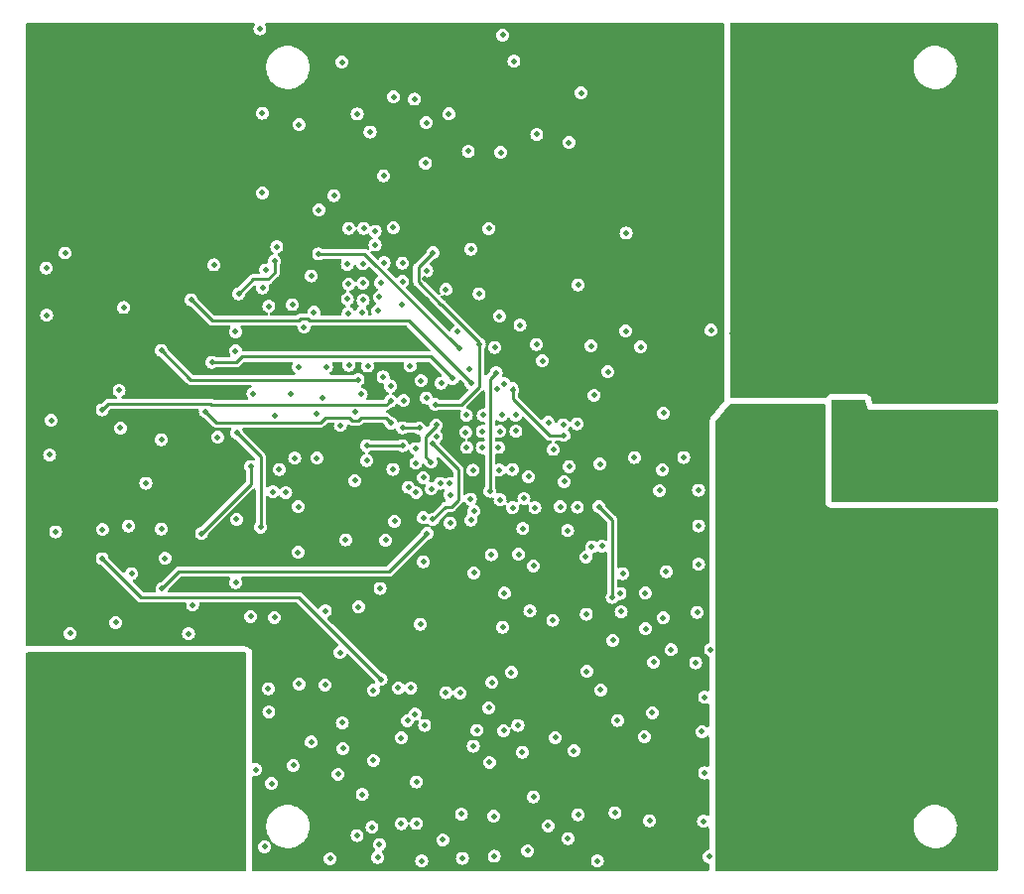
<source format=gbr>
%TF.GenerationSoftware,KiCad,Pcbnew,7.0.10-7.0.10~ubuntu22.04.1*%
%TF.CreationDate,2024-07-10T20:13:23-04:00*%
%TF.ProjectId,IcePSMNR55,49636550-534d-44e5-9235-352e6b696361,rev?*%
%TF.SameCoordinates,Original*%
%TF.FileFunction,Copper,L4,Inr*%
%TF.FilePolarity,Positive*%
%FSLAX46Y46*%
G04 Gerber Fmt 4.6, Leading zero omitted, Abs format (unit mm)*
G04 Created by KiCad (PCBNEW 7.0.10-7.0.10~ubuntu22.04.1) date 2024-07-10 20:13:23*
%MOMM*%
%LPD*%
G01*
G04 APERTURE LIST*
%TA.AperFunction,ComponentPad*%
%ADD10C,1.800000*%
%TD*%
%TA.AperFunction,ViaPad*%
%ADD11C,0.500000*%
%TD*%
%TA.AperFunction,Conductor*%
%ADD12C,0.260000*%
%TD*%
G04 APERTURE END LIST*
D10*
%TO.N,/HighSw*%
%TO.C,M4*%
X101600000Y-45720000D03*
X104140000Y-45720000D03*
X106680000Y-45720000D03*
X109220000Y-45720000D03*
X111760000Y-45720000D03*
X114300000Y-45720000D03*
X114300000Y-48260000D03*
X111760000Y-48260000D03*
X109220000Y-48260000D03*
X106680000Y-48260000D03*
X104140000Y-48260000D03*
X101600000Y-48260000D03*
X101600000Y-50800000D03*
X104140000Y-50800000D03*
X106680000Y-50800000D03*
X109220000Y-50800000D03*
X111760000Y-50800000D03*
X114300000Y-50800000D03*
X114300000Y-53340000D03*
X111760000Y-53340000D03*
X109220000Y-53340000D03*
X106680000Y-53340000D03*
X104140000Y-53340000D03*
X101600000Y-53340000D03*
X101600000Y-55880000D03*
X104140000Y-55880000D03*
X106680000Y-55880000D03*
X109220000Y-55880000D03*
X111760000Y-55880000D03*
X114300000Y-55880000D03*
X114300000Y-58420000D03*
X111760000Y-58420000D03*
X109220000Y-58420000D03*
X106680000Y-58420000D03*
X104140000Y-58420000D03*
X101600000Y-58420000D03*
%TD*%
%TO.N,GND*%
%TO.C,M3*%
X101600000Y-82550000D03*
X104140000Y-82550000D03*
X106680000Y-82550000D03*
X109220000Y-82550000D03*
X111760000Y-82550000D03*
X114300000Y-82550000D03*
X114300000Y-85090000D03*
X111760000Y-85090000D03*
X109220000Y-85090000D03*
X106680000Y-85090000D03*
X104140000Y-85090000D03*
X101600000Y-85090000D03*
X101600000Y-87630000D03*
X104140000Y-87630000D03*
X106680000Y-87630000D03*
X109220000Y-87630000D03*
X111760000Y-87630000D03*
X114300000Y-87630000D03*
X114300000Y-90170000D03*
X111760000Y-90170000D03*
X109220000Y-90170000D03*
X106680000Y-90170000D03*
X104140000Y-90170000D03*
X101600000Y-90170000D03*
X101600000Y-92710000D03*
X104140000Y-92710000D03*
X106680000Y-92710000D03*
X109220000Y-92710000D03*
X111760000Y-92710000D03*
X114300000Y-92710000D03*
X114300000Y-95250000D03*
X111760000Y-95250000D03*
X109220000Y-95250000D03*
X106680000Y-95250000D03*
X104140000Y-95250000D03*
X101600000Y-95250000D03*
%TD*%
%TO.N,/VIN*%
%TO.C,M1*%
X39370000Y-38100000D03*
X41910000Y-38100000D03*
X44450000Y-38100000D03*
X46990000Y-38100000D03*
X49530000Y-38100000D03*
X52070000Y-38100000D03*
X52070000Y-40640000D03*
X49530000Y-40640000D03*
X46990000Y-40640000D03*
X44450000Y-40640000D03*
X41910000Y-40640000D03*
X39370000Y-40640000D03*
X39370000Y-43180000D03*
X41910000Y-43180000D03*
X44450000Y-43180000D03*
X46990000Y-43180000D03*
X49530000Y-43180000D03*
X52070000Y-43180000D03*
X52070000Y-45720000D03*
X49530000Y-45720000D03*
X46990000Y-45720000D03*
X44450000Y-45720000D03*
X41910000Y-45720000D03*
X39370000Y-45720000D03*
X39370000Y-48260000D03*
X41910000Y-48260000D03*
X44450000Y-48260000D03*
X46990000Y-48260000D03*
X49530000Y-48260000D03*
X52070000Y-48260000D03*
X52070000Y-50800000D03*
X49530000Y-50800000D03*
X46990000Y-50800000D03*
X44450000Y-50800000D03*
X41910000Y-50800000D03*
X39370000Y-50800000D03*
%TD*%
%TO.N,GND*%
%TO.C,M2*%
X39390000Y-90170000D03*
X41930000Y-90170000D03*
X44470000Y-90170000D03*
X47010000Y-90170000D03*
X49550000Y-90170000D03*
X52090000Y-90170000D03*
X52090000Y-92710000D03*
X49550000Y-92710000D03*
X47010000Y-92710000D03*
X44470000Y-92710000D03*
X41930000Y-92710000D03*
X39390000Y-92710000D03*
X39390000Y-95250000D03*
X41930000Y-95250000D03*
X44470000Y-95250000D03*
X47010000Y-95250000D03*
X49550000Y-95250000D03*
X52090000Y-95250000D03*
X52090000Y-97790000D03*
X49550000Y-97790000D03*
X47010000Y-97790000D03*
X44470000Y-97790000D03*
X41930000Y-97790000D03*
X39390000Y-97790000D03*
X39390000Y-100330000D03*
X41930000Y-100330000D03*
X44470000Y-100330000D03*
X47010000Y-100330000D03*
X49550000Y-100330000D03*
X52090000Y-100330000D03*
X52090000Y-102870000D03*
X49550000Y-102870000D03*
X47010000Y-102870000D03*
X44470000Y-102870000D03*
X41930000Y-102870000D03*
X39390000Y-102870000D03*
%TD*%
D11*
%TO.N,GND*%
X43390000Y-65650000D03*
X55800000Y-104600000D03*
X105840000Y-79320000D03*
X65230000Y-53250000D03*
X78440000Y-84480000D03*
X94940000Y-91770000D03*
X84479737Y-91209916D03*
X100880000Y-99460000D03*
X100965000Y-73914000D03*
X67665600Y-66522600D03*
X74380000Y-69160000D03*
X95956000Y-90246000D03*
X108460000Y-99460000D03*
X60018332Y-58988445D03*
X96816000Y-99460000D03*
X88320000Y-85980000D03*
X72970000Y-69220000D03*
X94940000Y-85458000D03*
X112250000Y-76962000D03*
X62940000Y-59090000D03*
X101600000Y-72390000D03*
X44450000Y-81280000D03*
X49310000Y-86420000D03*
X113284000Y-76962000D03*
X100076000Y-67691000D03*
X104396000Y-99460000D03*
X87346000Y-71374000D03*
X98171000Y-101981000D03*
X77230000Y-67760000D03*
X103380000Y-99460000D03*
X75438000Y-61976000D03*
X101410000Y-76204000D03*
X76030000Y-67760000D03*
X80600000Y-95270000D03*
X64180000Y-56490000D03*
X56515000Y-74295000D03*
X95956000Y-91262000D03*
X61722000Y-49022000D03*
X71272400Y-57048400D03*
X64180000Y-54850000D03*
X81680000Y-103890000D03*
X83921600Y-66065400D03*
X81360000Y-73440000D03*
X68707000Y-71856600D03*
X88200000Y-95200000D03*
X97832000Y-99460000D03*
X80000000Y-102800000D03*
X75820000Y-72450000D03*
X60706000Y-66294000D03*
X62712600Y-78409800D03*
X94940000Y-83426000D03*
X93345000Y-91821000D03*
X102934000Y-77220000D03*
X82810000Y-40260000D03*
X97028000Y-88773000D03*
X97570000Y-84100000D03*
X82200000Y-96400000D03*
X94940000Y-92786000D03*
X53410000Y-76650000D03*
X75760000Y-70520000D03*
X88890000Y-93150000D03*
X105412000Y-99460000D03*
X95956000Y-84950000D03*
X103632000Y-104521000D03*
X101600000Y-69215000D03*
X67560000Y-56350000D03*
X65590000Y-57680000D03*
X98848000Y-99460000D03*
X92826749Y-74167353D03*
X102872000Y-100476000D03*
X96308000Y-100476000D03*
X76200000Y-94691200D03*
X55400000Y-34800000D03*
X75946000Y-45339000D03*
X91567000Y-71374000D03*
X58730000Y-42970000D03*
X88650000Y-102360000D03*
X99949000Y-73914000D03*
X76940000Y-72390000D03*
X37200000Y-59230000D03*
X113810000Y-76200000D03*
X94940000Y-93802000D03*
X93345000Y-98298000D03*
X58250000Y-97650000D03*
X100584000Y-72390000D03*
X97409000Y-97790000D03*
X89820000Y-85070000D03*
X104904000Y-100476000D03*
X99060000Y-67691000D03*
X58170000Y-58330000D03*
X94940000Y-86474000D03*
X65440000Y-105500000D03*
X95956000Y-80886000D03*
X99949000Y-70739000D03*
X99356000Y-100476000D03*
X95360000Y-103390000D03*
X104458000Y-76204000D03*
X93120000Y-94760000D03*
X92710000Y-84582000D03*
X62960000Y-56580000D03*
X95800000Y-99460000D03*
X65460000Y-58880000D03*
X100584000Y-69215000D03*
X86220000Y-84520000D03*
X56650000Y-85020000D03*
X76120000Y-35340000D03*
X95630000Y-72910000D03*
X95956000Y-95326000D03*
X109220000Y-76962000D03*
X99568000Y-69215000D03*
X80390000Y-85270000D03*
X62433200Y-94005400D03*
X101981000Y-73914000D03*
X112776000Y-76200000D03*
X94940000Y-84442000D03*
X90068900Y-81117500D03*
X93730000Y-105440000D03*
X63830000Y-84130000D03*
X99378000Y-76204000D03*
X66000000Y-54760000D03*
X93910000Y-60520000D03*
X100372000Y-100476000D03*
X43490000Y-68860000D03*
X98298000Y-86614000D03*
X109746000Y-76200000D03*
X64800000Y-43600000D03*
X98044000Y-67691000D03*
X79020000Y-43800000D03*
X62230000Y-88011000D03*
X56840000Y-53400000D03*
X98520000Y-79810000D03*
X83280000Y-89620000D03*
X93250000Y-102420000D03*
X62860000Y-54900000D03*
X101918000Y-77220000D03*
X94784000Y-99460000D03*
X102426000Y-76204000D03*
X69088000Y-85598000D03*
X86650000Y-52230000D03*
X95250000Y-76327000D03*
X95956000Y-94310000D03*
X110218000Y-76962000D03*
X59791600Y-55880000D03*
X56159400Y-93065600D03*
X111252000Y-76962000D03*
X73280000Y-63810000D03*
X102440000Y-78980000D03*
X73040000Y-70520000D03*
X45670000Y-73580000D03*
X53340000Y-82042000D03*
X78994000Y-61722000D03*
X81780000Y-72150000D03*
X69201885Y-105793320D03*
X106250000Y-102890000D03*
X97917000Y-70739000D03*
X72680000Y-105580000D03*
X74380000Y-70530000D03*
X74980800Y-97383600D03*
X99886000Y-77220000D03*
X78250000Y-104940000D03*
X107040000Y-77600000D03*
X95956000Y-86982000D03*
X83250000Y-84750000D03*
X102616000Y-72390000D03*
X105920000Y-100476000D03*
X73660000Y-81229200D03*
X98552000Y-72390000D03*
X72490000Y-91480000D03*
X62410000Y-37650000D03*
X69138800Y-64820800D03*
X64516000Y-71628000D03*
X101092000Y-67691000D03*
X82473800Y-68503800D03*
X77597000Y-60071000D03*
X76120000Y-85860000D03*
X97150000Y-78550000D03*
X88280000Y-82950000D03*
X95956000Y-93294000D03*
X98552000Y-69215000D03*
X73030000Y-67760000D03*
X94940000Y-90754000D03*
X65659000Y-82550000D03*
X98870000Y-77220000D03*
X111778000Y-76200000D03*
X55040000Y-98020000D03*
X98933000Y-73914000D03*
X66120000Y-78440000D03*
X103888000Y-100476000D03*
X38780000Y-53920000D03*
X89846000Y-67590000D03*
X97324000Y-100476000D03*
X73928348Y-94643407D03*
X64210000Y-57950000D03*
X69530000Y-46260000D03*
X84200000Y-105800000D03*
X92837000Y-80500000D03*
X94614000Y-72910000D03*
X83650000Y-61860000D03*
X95956000Y-83934000D03*
X71000000Y-104000000D03*
X85910000Y-93810000D03*
X86130000Y-82980000D03*
X67480000Y-58360000D03*
X94940000Y-81394000D03*
X65600000Y-104400000D03*
X55600000Y-42000000D03*
X81661000Y-77597000D03*
X99568000Y-72390000D03*
X92837000Y-77216000D03*
X115970000Y-78640000D03*
X65960000Y-47340000D03*
X95292000Y-100476000D03*
X39200000Y-86400000D03*
X95956000Y-92278000D03*
X73590000Y-72460000D03*
X95956000Y-85966000D03*
X77830000Y-77440000D03*
X64090000Y-59030000D03*
X63700000Y-42070000D03*
X102743000Y-69215000D03*
X67560000Y-54790000D03*
X81760000Y-44510000D03*
X67995800Y-93827600D03*
X51490000Y-54940000D03*
X95956000Y-96342000D03*
X75360000Y-102000000D03*
X43780000Y-58580000D03*
X58674000Y-63627000D03*
X106428000Y-99460000D03*
X98933000Y-70739000D03*
X69342000Y-80264000D03*
X37460000Y-71150000D03*
X77240000Y-69120000D03*
X100394000Y-76204000D03*
X97917000Y-73914000D03*
X100902000Y-77220000D03*
X58648600Y-79476600D03*
X100965000Y-70739000D03*
X95956000Y-81902000D03*
X44196000Y-77216000D03*
X107952000Y-100476000D03*
X72600000Y-101800000D03*
X75400000Y-105400000D03*
X74940000Y-51840000D03*
X51793054Y-69659660D03*
X102235000Y-67691000D03*
X92583000Y-88900000D03*
X107444000Y-99460000D03*
X74940000Y-92740000D03*
X94940000Y-94818000D03*
X74450000Y-67760000D03*
X84410000Y-71930000D03*
X62870000Y-57860000D03*
X43100000Y-85470000D03*
X99864000Y-99460000D03*
X95122000Y-71894000D03*
X77470000Y-79629000D03*
X83710000Y-78990000D03*
X94940000Y-82410000D03*
X61087000Y-63627000D03*
X103950000Y-77220000D03*
X105310000Y-103920000D03*
X110744000Y-76200000D03*
X102364000Y-99460000D03*
X106936000Y-100476000D03*
X96960000Y-105470000D03*
X85704158Y-101681458D03*
X103442000Y-76204000D03*
X98180000Y-93580000D03*
X69596000Y-42799000D03*
X95956000Y-82918000D03*
X93853000Y-87757000D03*
X37170000Y-55210000D03*
X37600000Y-68210000D03*
X85520000Y-86990000D03*
X104966000Y-77220000D03*
X61400000Y-105600000D03*
X64960000Y-102920000D03*
X111600000Y-79510000D03*
X59791600Y-95656400D03*
X101981000Y-70739000D03*
X109910000Y-98600000D03*
X101540000Y-102970000D03*
X54813200Y-65938400D03*
X58674000Y-75565000D03*
X37973000Y-77724000D03*
X65700000Y-56480000D03*
X87890000Y-61940000D03*
X75870000Y-69150000D03*
X56400000Y-99200000D03*
X60256161Y-71423956D03*
X69455000Y-94240000D03*
X116990000Y-98840000D03*
X94940000Y-95834000D03*
X55600000Y-48790000D03*
X98340000Y-100476000D03*
X82490000Y-75620000D03*
%TO.N,+3V3*%
X76962000Y-75666000D03*
X62267974Y-68647000D03*
X60421470Y-50271730D03*
X75845000Y-59309000D03*
X58369200Y-71424800D03*
X85460000Y-83320000D03*
X74105000Y-57404000D03*
X67564000Y-68847000D03*
X72218513Y-60636487D03*
X66747913Y-72387087D03*
X84330000Y-75565000D03*
X63497060Y-73344633D03*
X56155000Y-58480000D03*
X79502000Y-63119000D03*
X69000000Y-68850000D03*
X57048400Y-72390000D03*
X86614000Y-60579000D03*
X69630600Y-55460000D03*
X59165000Y-60258000D03*
X53310000Y-62290000D03*
%TO.N,/+22V*%
X77790000Y-96520000D03*
X65074800Y-97231200D03*
X73609200Y-96012000D03*
X78740000Y-100330000D03*
%TO.N,+5V*%
X57605000Y-74355000D03*
X60960000Y-90780000D03*
X66774620Y-51771141D03*
X60985200Y-84454800D03*
%TO.N,+1V2*%
X70443511Y-68604923D03*
X75148133Y-79670000D03*
X69993000Y-71754601D03*
X80441800Y-70688200D03*
%TO.N,+2V5*%
X78867000Y-75666000D03*
X81030000Y-75565000D03*
%TO.N,/VIN*%
X91440000Y-43942000D03*
X89408000Y-39878000D03*
X91440000Y-44958000D03*
X82720000Y-83220000D03*
X54760000Y-63710000D03*
X91440000Y-54356000D03*
X51054000Y-72136000D03*
X90424000Y-53848000D03*
X91440000Y-42926000D03*
X91440000Y-40894000D03*
X62103000Y-72771000D03*
X90424000Y-55880000D03*
X91440000Y-38862000D03*
X84170000Y-50820000D03*
X89960000Y-61010000D03*
X89408000Y-41910000D03*
X90424000Y-41402000D03*
X92456000Y-41402000D03*
X57000000Y-35400000D03*
X91440000Y-56388000D03*
X89408000Y-55372000D03*
X90976000Y-61010000D03*
X88944000Y-61010000D03*
X92456000Y-53848000D03*
X67200000Y-42600000D03*
X92456000Y-42418000D03*
X86716000Y-40542000D03*
X92456000Y-40386000D03*
X76600000Y-41200000D03*
X91484000Y-59994000D03*
X89408000Y-44958000D03*
X44530000Y-60630000D03*
X89408000Y-53340000D03*
X46190000Y-54390000D03*
X90424000Y-56896000D03*
X91440000Y-51308000D03*
X92456000Y-54864000D03*
X71130000Y-57750000D03*
X55110000Y-51170000D03*
X89408000Y-40894000D03*
X56600000Y-40600000D03*
X82646000Y-49804000D03*
X89452000Y-59994000D03*
X86716000Y-41558000D03*
X92456000Y-39370000D03*
X89408000Y-54356000D03*
X52090000Y-57130000D03*
X63670000Y-49060000D03*
X42190000Y-54210000D03*
X51562000Y-78994000D03*
X90424000Y-54864000D03*
X49784000Y-69088000D03*
X92456000Y-55880000D03*
X72400000Y-51400000D03*
X70485000Y-40259000D03*
X82138000Y-50820000D03*
X90424000Y-40386000D03*
X57200000Y-47000000D03*
X90424000Y-44450000D03*
X92456000Y-52832000D03*
X65659000Y-80264000D03*
X81122000Y-50820000D03*
X64008000Y-46609000D03*
X67310000Y-84582000D03*
X89408000Y-38862000D03*
X88180000Y-72560000D03*
X55800000Y-43800000D03*
X90424000Y-42418000D03*
X89408000Y-52324000D03*
X82000000Y-42800000D03*
X86716000Y-43590000D03*
X89408000Y-56388000D03*
X92456000Y-56896000D03*
X69494446Y-56149807D03*
X90424000Y-39370000D03*
X82550000Y-87500000D03*
X92456000Y-44450000D03*
X64897000Y-68834000D03*
X90424000Y-43434000D03*
X77978000Y-90525600D03*
X57200000Y-44600000D03*
X90424000Y-52832000D03*
X91440000Y-41910000D03*
X48640000Y-54050000D03*
X90468000Y-59994000D03*
X82753200Y-93675200D03*
X57290000Y-48680000D03*
X89408000Y-51308000D03*
X72567800Y-56286400D03*
X79883000Y-79121000D03*
X85700000Y-42066000D03*
X92456000Y-43434000D03*
X89408000Y-57404000D03*
X70993000Y-55245000D03*
X86716000Y-42574000D03*
X83662000Y-49804000D03*
X67400000Y-45000000D03*
X85700000Y-43082000D03*
X89408000Y-43942000D03*
X60200000Y-51800000D03*
X82000000Y-37400000D03*
X60198000Y-61214000D03*
X36930000Y-53680000D03*
X89408000Y-42926000D03*
X69610000Y-57930000D03*
X91440000Y-57404000D03*
X88436000Y-59994000D03*
X91440000Y-39878000D03*
X69350000Y-52570000D03*
X91440000Y-53340000D03*
X85700000Y-41050000D03*
X91440000Y-55372000D03*
X83154000Y-50820000D03*
X91440000Y-52324000D03*
X63260000Y-90932000D03*
X57023000Y-77927200D03*
X81630000Y-49804000D03*
X90424000Y-51816000D03*
X61710000Y-47660000D03*
X92456000Y-51816000D03*
X61400000Y-42400000D03*
X55800000Y-45800000D03*
%TO.N,Net-(U8-GND{slash}ADJ)*%
X56120000Y-91100000D03*
X58743587Y-90696413D03*
%TO.N,Net-(C43-Pad1)*%
X77419200Y-94234000D03*
X82550000Y-101854000D03*
%TO.N,/LED_R*%
X90474800Y-87782400D03*
X89747821Y-72417821D03*
X75620000Y-65532000D03*
%TO.N,/LED_G*%
X76962000Y-65624800D03*
X84582000Y-78943200D03*
X81330800Y-69494400D03*
%TO.N,/LED_B*%
X89001600Y-88849200D03*
X76250800Y-65074800D03*
%TO.N,/CDONE*%
X70154800Y-76657200D03*
X83210400Y-79857600D03*
X70131751Y-70208481D03*
%TO.N,Net-(IC1-CA)*%
X73176400Y-45237400D03*
X77070000Y-37567200D03*
%TO.N,/USB_M*%
X55880000Y-55372000D03*
X54610000Y-84937600D03*
X68760000Y-102610000D03*
X68595000Y-40800000D03*
%TO.N,/USB_P*%
X67462026Y-95300800D03*
X68760000Y-99060000D03*
X67208400Y-91033600D03*
X55626000Y-56896000D03*
X53441600Y-69291200D03*
X55473600Y-77317600D03*
X66800000Y-40600000D03*
%TO.N,/IOT_36B*%
X50749200Y-67462400D03*
X66580000Y-68427600D03*
X78319999Y-73004078D03*
%TO.N,/VGS:LOAD-IOB_13B*%
X74117200Y-61722000D03*
X70459600Y-69590000D03*
X70358000Y-66852800D03*
X71526400Y-42062400D03*
X70166127Y-53896000D03*
%TO.N,/VGS:Fly-IOB_18A*%
X71628000Y-76962000D03*
X78740000Y-80619600D03*
X86360000Y-81280000D03*
X68716983Y-74355000D03*
X69342000Y-73085000D03*
%TO.N,/IOT_43A*%
X66548000Y-66548000D03*
X80006265Y-68385000D03*
X41950000Y-67310000D03*
%TO.N,/IOT_42B*%
X81280000Y-68580000D03*
X46990000Y-69850000D03*
X64516000Y-70358000D03*
X67568653Y-70362653D03*
%TO.N,/FPGA_SO*%
X71628000Y-74549000D03*
X68067347Y-73918653D03*
X66894389Y-76818811D03*
X62077600Y-98399600D03*
X62484000Y-96215200D03*
X65074800Y-91236800D03*
X46990000Y-77470000D03*
X70027987Y-74040813D03*
%TO.N,/FT_SSn*%
X65909774Y-64508148D03*
X73369000Y-74930000D03*
X41960800Y-77520800D03*
X85090000Y-64058800D03*
%TO.N,/FPGA_SI*%
X73660000Y-75946000D03*
X63690000Y-103639000D03*
X47300000Y-79980000D03*
X64135000Y-100140000D03*
%TO.N,/FLASH_MOSI*%
X62992000Y-63500000D03*
X41950000Y-80010000D03*
X65735200Y-90322400D03*
X73406000Y-53594000D03*
%TO.N,/FT_SCK*%
X68229418Y-63567000D03*
X47040800Y-82550000D03*
X64052676Y-65973000D03*
X69650079Y-77853000D03*
%TO.N,/FLASH_MISO*%
X49657000Y-83947000D03*
X50419000Y-77851000D03*
X63500000Y-67497000D03*
X82550000Y-56642000D03*
X64592200Y-63576200D03*
X54610000Y-72136000D03*
X56642000Y-67810000D03*
%TO.N,/HighSw*%
X106470000Y-36430000D03*
X115824000Y-61976000D03*
X115189000Y-65278000D03*
X113538000Y-63246000D03*
X101346000Y-63246000D03*
X102870000Y-41148000D03*
X106680000Y-61976000D03*
X108204000Y-61976000D03*
X97282000Y-44958000D03*
X110490000Y-63246000D03*
X101346000Y-40132000D03*
X108966000Y-63246000D03*
X95730000Y-60810000D03*
X98806000Y-55880000D03*
X98806000Y-60452000D03*
X101346000Y-37084000D03*
X100584000Y-61976000D03*
X101346000Y-38608000D03*
X98806000Y-49784000D03*
X112776000Y-61976000D03*
X96266000Y-44958000D03*
X102870000Y-42672000D03*
X103632000Y-61976000D03*
X116850000Y-57200000D03*
X97536000Y-61976000D03*
X97282000Y-53340000D03*
X98806000Y-40640000D03*
X96266000Y-55372000D03*
X98806000Y-45212000D03*
X97282000Y-57404000D03*
X116890000Y-35410000D03*
X100076000Y-42672000D03*
X98806000Y-54356000D03*
X99060000Y-61976000D03*
X114300000Y-61976000D03*
X115189000Y-66294000D03*
X98806000Y-38862000D03*
X102108000Y-61976000D03*
X98806000Y-58928000D03*
X107720000Y-39390000D03*
X98806000Y-48260000D03*
X100076000Y-39624000D03*
X98806000Y-46736000D03*
X96266000Y-57404000D03*
X100076000Y-38100000D03*
X101346000Y-41656000D03*
X104394000Y-63246000D03*
X96774000Y-63246000D03*
X113157000Y-66294000D03*
X116820000Y-41280000D03*
X109500000Y-41810000D03*
X111252000Y-61976000D03*
X117200000Y-49320000D03*
X103060000Y-36240000D03*
X96266000Y-53340000D03*
X111125000Y-65278000D03*
X98806000Y-57404000D03*
X99822000Y-63246000D03*
X97282000Y-42926000D03*
X102870000Y-63246000D03*
X105918000Y-63246000D03*
X111125000Y-66294000D03*
X102870000Y-38100000D03*
X96266000Y-40894000D03*
X98806000Y-52832000D03*
X109728000Y-61976000D03*
X97282000Y-55372000D03*
X102870000Y-39624000D03*
X115062000Y-63246000D03*
X98806000Y-43688000D03*
X113157000Y-65278000D03*
X97282000Y-40894000D03*
X107442000Y-63246000D03*
X100076000Y-41148000D03*
X98806000Y-51308000D03*
X116586000Y-63246000D03*
X112014000Y-63246000D03*
X98806000Y-42164000D03*
X96266000Y-42926000D03*
X104610000Y-38710000D03*
X105156000Y-61976000D03*
X105180000Y-41430000D03*
X98298000Y-63246000D03*
%TO.N,/CRESET_N*%
X69600000Y-66294001D03*
X68681600Y-70604601D03*
%TO.N,/EE_CS*%
X53310000Y-60640000D03*
X62992000Y-51816000D03*
X58013600Y-65973000D03*
%TO.N,/EE_CLK*%
X64262000Y-51816000D03*
X60267500Y-67660000D03*
%TO.N,/EE_DAT*%
X65235000Y-52070000D03*
X56642000Y-54610000D03*
X53594000Y-57404000D03*
%TO.N,Net-(U9-EN{slash}UVLO)*%
X76860400Y-89712800D03*
X75201866Y-90575000D03*
X71260000Y-91450000D03*
%TO.N,/IOB_22A*%
X89509648Y-74193352D03*
X70782797Y-73573857D03*
X77927200Y-74879200D03*
X73406000Y-76708000D03*
%TO.N,/IOB_23B*%
X68630800Y-93268800D03*
X75895200Y-74980800D03*
X76250800Y-82956400D03*
X68275200Y-91033600D03*
%TO.N,/IOB_24A*%
X69342000Y-76521000D03*
X71577200Y-73592627D03*
X67462400Y-102616000D03*
%TO.N,/CRYSTAL-IOB_25B_G3*%
X75031600Y-74254078D03*
X75559627Y-64139627D03*
%TO.N,/IOB_0A*%
X73406000Y-65024000D03*
X49530000Y-57912000D03*
%TO.N,/IOB_2A*%
X51308000Y-63246000D03*
X71839405Y-64620975D03*
%TO.N,/IOB_4A*%
X63777929Y-64746071D03*
X66548000Y-65278000D03*
X46990000Y-62230000D03*
X70866000Y-65024000D03*
%TO.N,/CLK_12M_FT*%
X72390000Y-62090000D03*
X60411834Y-54011034D03*
%TO.N,/AntiSeriesFB*%
X108839000Y-70866000D03*
X105918000Y-69596000D03*
X105029000Y-71628000D03*
X105918000Y-71628000D03*
X110363000Y-70866000D03*
X110236000Y-73787000D03*
X114808000Y-69469000D03*
X105029000Y-69596000D03*
X113538000Y-73787000D03*
X112141000Y-68072000D03*
X115443000Y-74422000D03*
X105918000Y-73533000D03*
X105029000Y-73533000D03*
X114681000Y-72390000D03*
X108712000Y-73787000D03*
X107315000Y-68199000D03*
X109855000Y-72390000D03*
X117221000Y-68961000D03*
X110363000Y-68072000D03*
X108839000Y-74803000D03*
X107315000Y-70612000D03*
X111506000Y-69469000D03*
X111379000Y-72390000D03*
X112141000Y-70866000D03*
X113665000Y-70866000D03*
X108839000Y-68072000D03*
X109982000Y-69469000D03*
X113284000Y-69469000D03*
X107442000Y-74041000D03*
X116840000Y-74041000D03*
X116713000Y-71374000D03*
X113157000Y-72390000D03*
X112014000Y-73787000D03*
X113665000Y-68072000D03*
%TD*%
D12*
%TO.N,+3V3*%
X69000000Y-68850000D02*
X67567000Y-68850000D01*
X67567000Y-68850000D02*
X67564000Y-68847000D01*
X85460000Y-76695000D02*
X84330000Y-75565000D01*
X85460000Y-83320000D02*
X85460000Y-76695000D01*
%TO.N,+1V2*%
X69510000Y-69555000D02*
X69510000Y-71271601D01*
X70443511Y-68621489D02*
X69510000Y-69555000D01*
X70443511Y-68604923D02*
X70443511Y-68621489D01*
X69510000Y-71271601D02*
X69993000Y-71754601D01*
%TO.N,/LED_G*%
X80090360Y-69494400D02*
X76962000Y-66366040D01*
X76962000Y-66366040D02*
X76962000Y-65379600D01*
X81330800Y-69494400D02*
X80090360Y-69494400D01*
%TO.N,/CDONE*%
X71755000Y-75565000D02*
X72339200Y-74980800D01*
X72339200Y-74980800D02*
X72339200Y-72415930D01*
X72339200Y-72415930D02*
X70131751Y-70208481D01*
X71247000Y-75565000D02*
X71755000Y-75565000D01*
X70154800Y-76657200D02*
X71247000Y-75565000D01*
%TO.N,/USB_P*%
X55473600Y-71323200D02*
X53441600Y-69291200D01*
X55473600Y-77317600D02*
X55473600Y-71323200D01*
%TO.N,/IOT_36B*%
X64008000Y-68004122D02*
X63813122Y-68199000D01*
X51676800Y-68390000D02*
X50749200Y-67462400D01*
X66580000Y-68427600D02*
X66156522Y-68004122D01*
X66156522Y-68004122D02*
X64008000Y-68004122D01*
X63246000Y-68199000D02*
X62992000Y-67945000D01*
X61007805Y-67945000D02*
X60562805Y-68390000D01*
X60562805Y-68390000D02*
X51676800Y-68390000D01*
X62992000Y-67945000D02*
X61007805Y-67945000D01*
X63813122Y-68199000D02*
X63246000Y-68199000D01*
%TO.N,/VGS:LOAD-IOB_13B*%
X74131000Y-61735800D02*
X74117200Y-61722000D01*
X70358000Y-66852800D02*
X72602505Y-66852800D01*
X68914446Y-56390051D02*
X68914446Y-55147681D01*
X68914446Y-55147681D02*
X70166127Y-53896000D01*
X74117200Y-61544200D02*
X70903000Y-58330000D01*
X72602505Y-66852800D02*
X74131000Y-65324305D01*
X74131000Y-65324305D02*
X74131000Y-61735800D01*
X74117200Y-61722000D02*
X74117200Y-61544200D01*
X70903000Y-58330000D02*
X70854395Y-58330000D01*
X70854395Y-58330000D02*
X68914446Y-56390051D01*
%TO.N,/IOT_43A*%
X66548000Y-66548000D02*
X66196000Y-66900000D01*
X66196000Y-66900000D02*
X51279000Y-66900000D01*
X51279000Y-66900000D02*
X51181000Y-66802000D01*
X42458000Y-66802000D02*
X41950000Y-67310000D01*
X51181000Y-66802000D02*
X42458000Y-66802000D01*
%TO.N,/IOT_42B*%
X67568653Y-70362653D02*
X67564000Y-70358000D01*
X67564000Y-70358000D02*
X64516000Y-70358000D01*
%TO.N,/FLASH_MOSI*%
X41950000Y-80010000D02*
X45252000Y-83312000D01*
X45252000Y-83312000D02*
X58724800Y-83312000D01*
X58724800Y-83312000D02*
X65735200Y-90322400D01*
%TO.N,/FT_SCK*%
X69650079Y-77871306D02*
X66393785Y-81127600D01*
X66393785Y-81127600D02*
X48463200Y-81127600D01*
X48463200Y-81127600D02*
X47040800Y-82550000D01*
X69650079Y-77853000D02*
X69650079Y-77871306D01*
%TO.N,/FLASH_MISO*%
X54610000Y-73660000D02*
X54610000Y-72136000D01*
X50419000Y-77851000D02*
X54610000Y-73660000D01*
%TO.N,/EE_DAT*%
X56642000Y-55635305D02*
X56106305Y-56171000D01*
X56642000Y-54610000D02*
X56642000Y-55635305D01*
X54827000Y-56171000D02*
X53594000Y-57404000D01*
X56106305Y-56171000D02*
X54827000Y-56171000D01*
%TO.N,/CRYSTAL-IOB_25B_G3*%
X75031600Y-64667654D02*
X75031600Y-74254078D01*
X75559627Y-64139627D02*
X75031600Y-64667654D01*
%TO.N,/IOB_0A*%
X51308000Y-59690000D02*
X49530000Y-57912000D01*
X58864695Y-59533000D02*
X58707695Y-59690000D01*
X59465305Y-59533000D02*
X58864695Y-59533000D01*
X73406000Y-65024000D02*
X68072000Y-59690000D01*
X58707695Y-59690000D02*
X51308000Y-59690000D01*
X59622305Y-59690000D02*
X59465305Y-59533000D01*
X68072000Y-59690000D02*
X59622305Y-59690000D01*
%TO.N,/IOB_2A*%
X53850305Y-62775000D02*
X53379305Y-63246000D01*
X71839405Y-64620975D02*
X69993430Y-62775000D01*
X69993430Y-62775000D02*
X53850305Y-62775000D01*
X53379305Y-63246000D02*
X51308000Y-63246000D01*
%TO.N,/IOB_4A*%
X49506071Y-64746071D02*
X46990000Y-62230000D01*
X63777929Y-64746071D02*
X49506071Y-64746071D01*
%TO.N,/CLK_12M_FT*%
X60411834Y-54011034D02*
X64311034Y-54011034D01*
X64311034Y-54011034D02*
X72390000Y-62090000D01*
%TD*%
%TA.AperFunction,Conductor*%
%TO.N,/AntiSeriesFB*%
G36*
X107034506Y-66440685D02*
G01*
X107080261Y-66493489D01*
X107086696Y-66510935D01*
X107314999Y-67309999D01*
X107315000Y-67310000D01*
X118239500Y-67310000D01*
X118306539Y-67329685D01*
X118352294Y-67382489D01*
X118363500Y-67434000D01*
X118363500Y-75060000D01*
X118343815Y-75127039D01*
X118291011Y-75172794D01*
X118239500Y-75184000D01*
X104264000Y-75184000D01*
X104196961Y-75164315D01*
X104151206Y-75111511D01*
X104140000Y-75060000D01*
X104140000Y-66545000D01*
X104159685Y-66477961D01*
X104212489Y-66432206D01*
X104264000Y-66421000D01*
X106967467Y-66421000D01*
X107034506Y-66440685D01*
G37*
%TD.AperFunction*%
%TD*%
%TA.AperFunction,Conductor*%
%TO.N,GND*%
G36*
X54192734Y-88019685D02*
G01*
X54238489Y-88072489D01*
X54249695Y-88124304D01*
X54204520Y-106555804D01*
X54184671Y-106622795D01*
X54131755Y-106668420D01*
X54080520Y-106679500D01*
X35557500Y-106679500D01*
X35490461Y-106659815D01*
X35444706Y-106607011D01*
X35433500Y-106555500D01*
X35433500Y-88124000D01*
X35453185Y-88056961D01*
X35505989Y-88011206D01*
X35557500Y-88000000D01*
X54125695Y-88000000D01*
X54192734Y-88019685D01*
G37*
%TD.AperFunction*%
%TD*%
%TA.AperFunction,Conductor*%
%TO.N,/HighSw*%
G36*
X118306539Y-34310185D02*
G01*
X118352294Y-34362989D01*
X118363500Y-34414500D01*
X118363500Y-66680500D01*
X118343815Y-66747539D01*
X118291011Y-66793294D01*
X118239500Y-66804500D01*
X107789832Y-66804500D01*
X107722793Y-66784815D01*
X107677038Y-66732011D01*
X107670603Y-66714565D01*
X107572748Y-66372069D01*
X107560958Y-66335990D01*
X107557098Y-66325525D01*
X107554527Y-66318555D01*
X107540080Y-66283496D01*
X107540075Y-66283488D01*
X107462300Y-66162468D01*
X107462287Y-66162451D01*
X107416543Y-66109659D01*
X107416539Y-66109656D01*
X107416537Y-66109653D01*
X107307803Y-66015433D01*
X107307800Y-66015431D01*
X107307798Y-66015430D01*
X107176932Y-65955664D01*
X107176927Y-65955662D01*
X107176926Y-65955662D01*
X107109887Y-65935977D01*
X107109889Y-65935977D01*
X107109884Y-65935976D01*
X107047814Y-65927052D01*
X106967467Y-65915500D01*
X104264000Y-65915500D01*
X104263991Y-65915500D01*
X104263990Y-65915501D01*
X104156549Y-65927052D01*
X104156537Y-65927054D01*
X104105027Y-65938260D01*
X104002502Y-65972383D01*
X104002496Y-65972386D01*
X103881462Y-66050171D01*
X103881451Y-66050179D01*
X103828659Y-66095923D01*
X103734434Y-66204662D01*
X103734431Y-66204667D01*
X103719837Y-66236621D01*
X103674080Y-66289423D01*
X103607040Y-66309105D01*
X103589400Y-66307843D01*
X103510503Y-66296500D01*
X103510500Y-66296500D01*
X95628000Y-66296500D01*
X95560961Y-66276815D01*
X95515206Y-66224011D01*
X95504000Y-66172500D01*
X95504000Y-38167763D01*
X111175787Y-38167763D01*
X111205413Y-38437013D01*
X111205415Y-38437024D01*
X111273926Y-38699082D01*
X111273928Y-38699088D01*
X111379870Y-38948390D01*
X111451998Y-39066575D01*
X111520979Y-39179605D01*
X111520986Y-39179615D01*
X111694253Y-39387819D01*
X111694259Y-39387824D01*
X111895998Y-39568582D01*
X112121910Y-39718044D01*
X112367176Y-39833020D01*
X112367183Y-39833022D01*
X112367185Y-39833023D01*
X112626557Y-39911057D01*
X112626564Y-39911058D01*
X112626569Y-39911060D01*
X112894561Y-39950500D01*
X112894566Y-39950500D01*
X113097629Y-39950500D01*
X113097631Y-39950500D01*
X113097636Y-39950499D01*
X113097648Y-39950499D01*
X113135191Y-39947750D01*
X113300156Y-39935677D01*
X113412758Y-39910593D01*
X113564546Y-39876782D01*
X113564548Y-39876781D01*
X113564553Y-39876780D01*
X113817558Y-39780014D01*
X114053777Y-39647441D01*
X114268177Y-39481888D01*
X114456186Y-39286881D01*
X114613799Y-39066579D01*
X114687787Y-38922669D01*
X114737649Y-38825690D01*
X114737651Y-38825684D01*
X114737656Y-38825675D01*
X114825118Y-38569305D01*
X114874319Y-38302933D01*
X114884212Y-38032235D01*
X114854586Y-37762982D01*
X114786072Y-37500912D01*
X114680130Y-37251610D01*
X114539018Y-37020390D01*
X114449747Y-36913119D01*
X114365746Y-36812180D01*
X114365740Y-36812175D01*
X114164002Y-36631418D01*
X113938092Y-36481957D01*
X113938090Y-36481956D01*
X113692824Y-36366980D01*
X113692819Y-36366978D01*
X113692814Y-36366976D01*
X113433442Y-36288942D01*
X113433428Y-36288939D01*
X113317791Y-36271921D01*
X113165439Y-36249500D01*
X112962369Y-36249500D01*
X112962351Y-36249500D01*
X112759844Y-36264323D01*
X112759831Y-36264325D01*
X112495453Y-36323217D01*
X112495446Y-36323220D01*
X112242439Y-36419987D01*
X112006226Y-36552557D01*
X111791822Y-36718112D01*
X111603822Y-36913109D01*
X111603816Y-36913116D01*
X111446202Y-37133419D01*
X111446199Y-37133424D01*
X111322350Y-37374309D01*
X111322343Y-37374327D01*
X111234884Y-37630685D01*
X111234881Y-37630699D01*
X111185681Y-37897068D01*
X111185680Y-37897075D01*
X111175787Y-38167763D01*
X95504000Y-38167763D01*
X95504000Y-34414500D01*
X95523685Y-34347461D01*
X95576489Y-34301706D01*
X95628000Y-34290500D01*
X118239500Y-34290500D01*
X118306539Y-34310185D01*
G37*
%TD.AperFunction*%
%TD*%
%TA.AperFunction,Conductor*%
%TO.N,GND*%
G36*
X103577539Y-66821685D02*
G01*
X103623294Y-66874489D01*
X103634500Y-66926000D01*
X103634500Y-75060000D01*
X103634501Y-75060009D01*
X103646052Y-75167450D01*
X103646054Y-75167462D01*
X103657260Y-75218972D01*
X103691383Y-75321497D01*
X103691386Y-75321503D01*
X103769171Y-75442537D01*
X103769179Y-75442548D01*
X103814923Y-75495340D01*
X103814926Y-75495343D01*
X103814930Y-75495347D01*
X103923664Y-75589567D01*
X104054541Y-75649338D01*
X104121580Y-75669023D01*
X104121584Y-75669024D01*
X104264000Y-75689500D01*
X104264003Y-75689500D01*
X118239500Y-75689500D01*
X118306539Y-75709185D01*
X118352294Y-75761989D01*
X118363500Y-75813500D01*
X118363500Y-106555500D01*
X118343815Y-106622539D01*
X118291011Y-106668294D01*
X118239500Y-106679500D01*
X94358000Y-106679500D01*
X94290961Y-106659815D01*
X94245206Y-106607011D01*
X94234000Y-106555500D01*
X94234000Y-102937763D01*
X111175787Y-102937763D01*
X111205413Y-103207013D01*
X111205415Y-103207024D01*
X111273926Y-103469082D01*
X111273928Y-103469088D01*
X111379870Y-103718390D01*
X111451998Y-103836575D01*
X111520979Y-103949605D01*
X111520986Y-103949615D01*
X111694253Y-104157819D01*
X111694259Y-104157824D01*
X111895998Y-104338582D01*
X112121910Y-104488044D01*
X112367176Y-104603020D01*
X112367183Y-104603022D01*
X112367185Y-104603023D01*
X112626557Y-104681057D01*
X112626564Y-104681058D01*
X112626569Y-104681060D01*
X112894561Y-104720500D01*
X112894566Y-104720500D01*
X113097629Y-104720500D01*
X113097631Y-104720500D01*
X113097636Y-104720499D01*
X113097648Y-104720499D01*
X113135191Y-104717750D01*
X113300156Y-104705677D01*
X113412758Y-104680593D01*
X113564546Y-104646782D01*
X113564548Y-104646781D01*
X113564553Y-104646780D01*
X113817558Y-104550014D01*
X114053777Y-104417441D01*
X114268177Y-104251888D01*
X114456186Y-104056881D01*
X114613799Y-103836579D01*
X114687787Y-103692669D01*
X114737649Y-103595690D01*
X114737651Y-103595684D01*
X114737656Y-103595675D01*
X114825118Y-103339305D01*
X114874319Y-103072933D01*
X114884212Y-102802235D01*
X114854586Y-102532982D01*
X114786072Y-102270912D01*
X114680130Y-102021610D01*
X114539018Y-101790390D01*
X114449747Y-101683119D01*
X114365746Y-101582180D01*
X114365740Y-101582175D01*
X114164002Y-101401418D01*
X113938092Y-101251957D01*
X113938090Y-101251956D01*
X113692824Y-101136980D01*
X113692819Y-101136978D01*
X113692814Y-101136976D01*
X113433442Y-101058942D01*
X113433428Y-101058939D01*
X113317791Y-101041921D01*
X113165439Y-101019500D01*
X112962369Y-101019500D01*
X112962351Y-101019500D01*
X112759844Y-101034323D01*
X112759831Y-101034325D01*
X112495453Y-101093217D01*
X112495446Y-101093220D01*
X112242439Y-101189987D01*
X112006226Y-101322557D01*
X111791822Y-101488112D01*
X111603822Y-101683109D01*
X111603816Y-101683116D01*
X111446202Y-101903419D01*
X111446199Y-101903424D01*
X111322350Y-102144309D01*
X111322343Y-102144327D01*
X111234884Y-102400685D01*
X111234881Y-102400699D01*
X111185681Y-102667068D01*
X111185680Y-102667075D01*
X111175787Y-102937763D01*
X94234000Y-102937763D01*
X94234000Y-68370893D01*
X94253685Y-68303854D01*
X94262736Y-68291516D01*
X95466819Y-66846616D01*
X95524858Y-66807718D01*
X95562078Y-66802000D01*
X103510500Y-66802000D01*
X103577539Y-66821685D01*
G37*
%TD.AperFunction*%
%TD*%
%TA.AperFunction,Conductor*%
%TO.N,/VIN*%
G36*
X54250000Y-53000000D02*
G01*
X35433500Y-53000000D01*
X35433500Y-34414500D01*
X35453185Y-34347461D01*
X35505989Y-34301706D01*
X35557500Y-34290500D01*
X54250000Y-34290500D01*
X54250000Y-53000000D01*
G37*
%TD.AperFunction*%
%TD*%
%TA.AperFunction,Conductor*%
%TO.N,/VIN*%
G36*
X54912655Y-34310185D02*
G01*
X54958410Y-34362989D01*
X54968354Y-34432147D01*
X54943992Y-34489985D01*
X54929214Y-34509244D01*
X54919137Y-34522377D01*
X54863671Y-34656287D01*
X54863670Y-34656291D01*
X54844750Y-34799999D01*
X54844750Y-34800000D01*
X54863670Y-34943708D01*
X54863671Y-34943712D01*
X54919137Y-35077622D01*
X54919138Y-35077624D01*
X54919139Y-35077625D01*
X55007379Y-35192621D01*
X55122375Y-35280861D01*
X55256291Y-35336330D01*
X55383280Y-35353048D01*
X55399999Y-35355250D01*
X55400000Y-35355250D01*
X55400001Y-35355250D01*
X55414977Y-35353278D01*
X55515833Y-35340000D01*
X75564750Y-35340000D01*
X75583670Y-35483708D01*
X75583671Y-35483712D01*
X75639137Y-35617622D01*
X75639138Y-35617624D01*
X75639139Y-35617625D01*
X75727379Y-35732621D01*
X75842375Y-35820861D01*
X75976291Y-35876330D01*
X76103280Y-35893048D01*
X76119999Y-35895250D01*
X76120000Y-35895250D01*
X76120001Y-35895250D01*
X76134977Y-35893278D01*
X76263709Y-35876330D01*
X76397625Y-35820861D01*
X76512621Y-35732621D01*
X76600861Y-35617625D01*
X76656330Y-35483709D01*
X76675250Y-35340000D01*
X76656330Y-35196291D01*
X76607178Y-35077625D01*
X76600862Y-35062377D01*
X76600861Y-35062376D01*
X76600861Y-35062375D01*
X76512621Y-34947379D01*
X76397625Y-34859139D01*
X76397624Y-34859138D01*
X76397622Y-34859137D01*
X76263712Y-34803671D01*
X76263710Y-34803670D01*
X76263709Y-34803670D01*
X76191854Y-34794210D01*
X76120001Y-34784750D01*
X76119999Y-34784750D01*
X75976291Y-34803670D01*
X75976287Y-34803671D01*
X75842377Y-34859137D01*
X75727379Y-34947379D01*
X75639137Y-35062377D01*
X75583671Y-35196287D01*
X75583670Y-35196291D01*
X75564750Y-35339999D01*
X75564750Y-35340000D01*
X55515833Y-35340000D01*
X55543709Y-35336330D01*
X55677625Y-35280861D01*
X55792621Y-35192621D01*
X55880861Y-35077625D01*
X55936330Y-34943709D01*
X55955250Y-34800000D01*
X55936330Y-34656291D01*
X55880861Y-34522375D01*
X55856007Y-34489985D01*
X55830814Y-34424817D01*
X55844852Y-34356373D01*
X55893666Y-34306383D01*
X55954384Y-34290500D01*
X94874500Y-34290500D01*
X94941539Y-34310185D01*
X94987294Y-34362989D01*
X94998500Y-34414500D01*
X94998500Y-38149254D01*
X94998500Y-66172500D01*
X94998501Y-66172509D01*
X95010052Y-66279950D01*
X95010054Y-66279962D01*
X95021260Y-66331472D01*
X95055384Y-66433998D01*
X95056519Y-66436370D01*
X95056846Y-66438393D01*
X95057836Y-66441365D01*
X95057354Y-66441525D01*
X95067698Y-66505339D01*
X95039923Y-66569274D01*
X93874408Y-67967892D01*
X93855143Y-67992520D01*
X93846102Y-68004844D01*
X93828432Y-68030557D01*
X93768663Y-68161430D01*
X93748976Y-68228475D01*
X93739220Y-68296330D01*
X93728753Y-68369137D01*
X93728500Y-68370894D01*
X93728500Y-87129859D01*
X93708815Y-87196898D01*
X93656011Y-87242653D01*
X93651952Y-87244420D01*
X93575377Y-87276137D01*
X93460379Y-87364379D01*
X93372137Y-87479377D01*
X93316671Y-87613287D01*
X93316670Y-87613291D01*
X93297750Y-87756999D01*
X93297750Y-87757000D01*
X93316670Y-87900708D01*
X93316671Y-87900712D01*
X93372137Y-88034622D01*
X93372138Y-88034624D01*
X93372139Y-88034625D01*
X93460379Y-88149621D01*
X93575375Y-88237861D01*
X93575376Y-88237861D01*
X93575377Y-88237862D01*
X93651952Y-88269580D01*
X93706356Y-88313420D01*
X93728421Y-88379714D01*
X93728500Y-88384141D01*
X93728500Y-91198415D01*
X93708815Y-91265454D01*
X93656011Y-91311209D01*
X93586853Y-91321153D01*
X93557051Y-91312977D01*
X93488709Y-91284670D01*
X93488708Y-91284669D01*
X93488706Y-91284669D01*
X93345001Y-91265750D01*
X93344999Y-91265750D01*
X93201291Y-91284670D01*
X93201287Y-91284671D01*
X93067377Y-91340137D01*
X92952379Y-91428379D01*
X92864137Y-91543377D01*
X92808671Y-91677287D01*
X92808670Y-91677291D01*
X92796053Y-91773128D01*
X92789750Y-91821000D01*
X92808163Y-91960861D01*
X92808670Y-91964708D01*
X92808671Y-91964712D01*
X92864137Y-92098622D01*
X92864138Y-92098624D01*
X92864139Y-92098625D01*
X92952379Y-92213621D01*
X93067375Y-92301861D01*
X93201291Y-92357330D01*
X93328280Y-92374048D01*
X93344999Y-92376250D01*
X93345000Y-92376250D01*
X93345001Y-92376250D01*
X93359977Y-92374278D01*
X93488709Y-92357330D01*
X93557049Y-92329022D01*
X93626516Y-92321554D01*
X93688996Y-92352829D01*
X93724648Y-92412918D01*
X93728500Y-92443584D01*
X93728500Y-94283896D01*
X93708815Y-94350935D01*
X93656011Y-94396690D01*
X93586853Y-94406634D01*
X93523297Y-94377609D01*
X93516819Y-94371577D01*
X93512625Y-94367383D01*
X93512622Y-94367381D01*
X93512621Y-94367379D01*
X93397625Y-94279139D01*
X93397624Y-94279138D01*
X93397622Y-94279137D01*
X93263712Y-94223671D01*
X93263710Y-94223670D01*
X93263709Y-94223670D01*
X93162437Y-94210337D01*
X93120001Y-94204750D01*
X93119999Y-94204750D01*
X92976291Y-94223670D01*
X92976287Y-94223671D01*
X92842377Y-94279137D01*
X92727379Y-94367379D01*
X92639137Y-94482377D01*
X92583671Y-94616287D01*
X92583670Y-94616291D01*
X92570130Y-94719139D01*
X92564750Y-94760000D01*
X92565338Y-94764470D01*
X92583670Y-94903708D01*
X92583671Y-94903712D01*
X92639137Y-95037622D01*
X92639138Y-95037624D01*
X92639139Y-95037625D01*
X92727379Y-95152621D01*
X92842375Y-95240861D01*
X92976291Y-95296330D01*
X93103280Y-95313048D01*
X93119999Y-95315250D01*
X93120000Y-95315250D01*
X93120001Y-95315250D01*
X93134977Y-95313278D01*
X93263709Y-95296330D01*
X93397625Y-95240861D01*
X93512621Y-95152621D01*
X93512625Y-95152616D01*
X93516819Y-95148423D01*
X93578142Y-95114938D01*
X93647834Y-95119922D01*
X93703767Y-95161794D01*
X93728184Y-95227258D01*
X93728500Y-95236104D01*
X93728500Y-97675415D01*
X93708815Y-97742454D01*
X93656011Y-97788209D01*
X93586853Y-97798153D01*
X93557051Y-97789977D01*
X93488709Y-97761670D01*
X93488708Y-97761669D01*
X93488706Y-97761669D01*
X93345001Y-97742750D01*
X93344999Y-97742750D01*
X93201291Y-97761670D01*
X93201287Y-97761671D01*
X93067377Y-97817137D01*
X92952379Y-97905379D01*
X92864137Y-98020377D01*
X92808671Y-98154287D01*
X92808670Y-98154291D01*
X92789750Y-98298000D01*
X92804840Y-98412621D01*
X92808670Y-98441708D01*
X92808671Y-98441712D01*
X92864137Y-98575622D01*
X92864138Y-98575624D01*
X92864139Y-98575625D01*
X92952379Y-98690621D01*
X93067375Y-98778861D01*
X93067376Y-98778861D01*
X93067377Y-98778862D01*
X93099627Y-98792220D01*
X93201291Y-98834330D01*
X93328280Y-98851048D01*
X93344999Y-98853250D01*
X93345000Y-98853250D01*
X93345001Y-98853250D01*
X93359977Y-98851278D01*
X93488709Y-98834330D01*
X93557049Y-98806022D01*
X93626516Y-98798554D01*
X93688996Y-98829829D01*
X93724648Y-98889918D01*
X93728500Y-98920584D01*
X93728500Y-101841828D01*
X93708815Y-101908867D01*
X93656011Y-101954622D01*
X93586853Y-101964566D01*
X93534950Y-101942706D01*
X93534664Y-101943203D01*
X93530713Y-101940922D01*
X93529020Y-101940209D01*
X93527626Y-101939139D01*
X93527623Y-101939138D01*
X93393712Y-101883671D01*
X93393710Y-101883670D01*
X93393709Y-101883670D01*
X93321854Y-101874210D01*
X93250001Y-101864750D01*
X93249999Y-101864750D01*
X93106291Y-101883670D01*
X93106287Y-101883671D01*
X92972377Y-101939137D01*
X92857379Y-102027379D01*
X92769137Y-102142377D01*
X92713671Y-102276287D01*
X92713670Y-102276291D01*
X92696412Y-102407379D01*
X92694750Y-102420000D01*
X92710065Y-102536330D01*
X92713670Y-102563708D01*
X92713671Y-102563712D01*
X92769137Y-102697622D01*
X92769138Y-102697624D01*
X92769139Y-102697625D01*
X92857379Y-102812621D01*
X92972375Y-102900861D01*
X93106291Y-102956330D01*
X93233280Y-102973048D01*
X93249999Y-102975250D01*
X93250000Y-102975250D01*
X93250001Y-102975250D01*
X93264977Y-102973278D01*
X93393709Y-102956330D01*
X93527625Y-102900861D01*
X93529012Y-102899797D01*
X93530392Y-102899263D01*
X93534664Y-102896797D01*
X93535048Y-102897463D01*
X93594181Y-102874601D01*
X93662626Y-102888638D01*
X93712616Y-102937451D01*
X93728500Y-102998171D01*
X93728500Y-104776202D01*
X93708815Y-104843241D01*
X93656011Y-104888996D01*
X93620688Y-104899141D01*
X93586291Y-104903670D01*
X93586287Y-104903671D01*
X93452377Y-104959137D01*
X93337379Y-105047379D01*
X93249137Y-105162377D01*
X93193671Y-105296287D01*
X93193670Y-105296291D01*
X93174750Y-105439999D01*
X93174750Y-105440000D01*
X93193670Y-105583708D01*
X93193671Y-105583712D01*
X93249137Y-105717622D01*
X93249138Y-105717624D01*
X93249139Y-105717625D01*
X93337379Y-105832621D01*
X93452375Y-105920861D01*
X93586286Y-105976328D01*
X93586291Y-105976330D01*
X93620688Y-105980858D01*
X93684580Y-106009122D01*
X93723052Y-106067445D01*
X93728500Y-106103796D01*
X93728500Y-106555500D01*
X93708815Y-106622539D01*
X93656011Y-106668294D01*
X93604500Y-106679500D01*
X54834022Y-106679500D01*
X54766983Y-106659815D01*
X54721228Y-106607011D01*
X54710022Y-106555198D01*
X54712363Y-105600000D01*
X60844750Y-105600000D01*
X60852160Y-105656287D01*
X60863670Y-105743708D01*
X60863671Y-105743712D01*
X60919137Y-105877622D01*
X60919138Y-105877624D01*
X60919139Y-105877625D01*
X61007379Y-105992621D01*
X61122375Y-106080861D01*
X61256291Y-106136330D01*
X61383280Y-106153048D01*
X61399999Y-106155250D01*
X61400000Y-106155250D01*
X61400001Y-106155250D01*
X61414977Y-106153278D01*
X61543709Y-106136330D01*
X61677625Y-106080861D01*
X61792621Y-105992621D01*
X61880861Y-105877625D01*
X61936330Y-105743709D01*
X61955250Y-105600000D01*
X61942085Y-105500000D01*
X64884750Y-105500000D01*
X64897915Y-105600000D01*
X64903670Y-105643708D01*
X64903671Y-105643712D01*
X64959137Y-105777622D01*
X64959138Y-105777624D01*
X64959139Y-105777625D01*
X65047379Y-105892621D01*
X65162375Y-105980861D01*
X65162376Y-105980861D01*
X65162377Y-105980862D01*
X65196636Y-105995052D01*
X65296291Y-106036330D01*
X65423280Y-106053048D01*
X65439999Y-106055250D01*
X65440000Y-106055250D01*
X65440001Y-106055250D01*
X65454977Y-106053278D01*
X65583709Y-106036330D01*
X65717625Y-105980861D01*
X65832621Y-105892621D01*
X65908818Y-105793320D01*
X68646635Y-105793320D01*
X68663426Y-105920861D01*
X68665555Y-105937028D01*
X68665556Y-105937032D01*
X68721022Y-106070942D01*
X68721023Y-106070944D01*
X68721024Y-106070945D01*
X68809264Y-106185941D01*
X68924260Y-106274181D01*
X68924261Y-106274181D01*
X68924262Y-106274182D01*
X68968898Y-106292670D01*
X69058176Y-106329650D01*
X69185165Y-106346368D01*
X69201884Y-106348570D01*
X69201885Y-106348570D01*
X69201886Y-106348570D01*
X69216862Y-106346598D01*
X69345594Y-106329650D01*
X69479510Y-106274181D01*
X69594506Y-106185941D01*
X69682746Y-106070945D01*
X69738215Y-105937029D01*
X69757135Y-105793320D01*
X69738215Y-105649611D01*
X69709382Y-105580000D01*
X72124750Y-105580000D01*
X72137602Y-105677622D01*
X72143670Y-105723708D01*
X72143671Y-105723712D01*
X72199137Y-105857622D01*
X72199138Y-105857624D01*
X72199139Y-105857625D01*
X72287379Y-105972621D01*
X72402375Y-106060861D01*
X72536291Y-106116330D01*
X72663280Y-106133048D01*
X72679999Y-106135250D01*
X72680000Y-106135250D01*
X72680001Y-106135250D01*
X72694977Y-106133278D01*
X72823709Y-106116330D01*
X72957625Y-106060861D01*
X73072621Y-105972621D01*
X73160861Y-105857625D01*
X73216330Y-105723709D01*
X73235250Y-105580000D01*
X73216330Y-105436291D01*
X73201298Y-105400000D01*
X74844750Y-105400000D01*
X74857915Y-105500000D01*
X74863670Y-105543708D01*
X74863671Y-105543712D01*
X74919137Y-105677622D01*
X74919138Y-105677624D01*
X74919139Y-105677625D01*
X75007379Y-105792621D01*
X75122375Y-105880861D01*
X75122376Y-105880861D01*
X75122377Y-105880862D01*
X75167013Y-105899350D01*
X75256291Y-105936330D01*
X75383280Y-105953048D01*
X75399999Y-105955250D01*
X75400000Y-105955250D01*
X75400001Y-105955250D01*
X75414977Y-105953278D01*
X75543709Y-105936330D01*
X75677625Y-105880861D01*
X75783005Y-105800000D01*
X83644750Y-105800000D01*
X83662790Y-105937028D01*
X83663670Y-105943708D01*
X83663671Y-105943712D01*
X83719137Y-106077622D01*
X83719138Y-106077624D01*
X83719139Y-106077625D01*
X83807379Y-106192621D01*
X83922375Y-106280861D01*
X84056291Y-106336330D01*
X84183280Y-106353048D01*
X84199999Y-106355250D01*
X84200000Y-106355250D01*
X84200001Y-106355250D01*
X84214977Y-106353278D01*
X84343709Y-106336330D01*
X84477625Y-106280861D01*
X84592621Y-106192621D01*
X84680861Y-106077625D01*
X84736330Y-105943709D01*
X84755250Y-105800000D01*
X84736330Y-105656291D01*
X84680861Y-105522375D01*
X84592621Y-105407379D01*
X84477625Y-105319139D01*
X84477624Y-105319138D01*
X84477622Y-105319137D01*
X84343712Y-105263671D01*
X84343710Y-105263670D01*
X84343709Y-105263670D01*
X84271854Y-105254210D01*
X84200001Y-105244750D01*
X84199999Y-105244750D01*
X84056291Y-105263670D01*
X84056287Y-105263671D01*
X83922377Y-105319137D01*
X83807379Y-105407379D01*
X83719137Y-105522377D01*
X83663671Y-105656287D01*
X83663670Y-105656291D01*
X83645630Y-105793319D01*
X83644750Y-105800000D01*
X75783005Y-105800000D01*
X75792621Y-105792621D01*
X75880861Y-105677625D01*
X75936330Y-105543709D01*
X75955250Y-105400000D01*
X75936330Y-105256291D01*
X75886641Y-105136329D01*
X75880862Y-105122377D01*
X75880861Y-105122376D01*
X75880861Y-105122375D01*
X75792621Y-105007379D01*
X75704811Y-104940000D01*
X77694750Y-104940000D01*
X77700538Y-104983967D01*
X77713670Y-105083708D01*
X77713671Y-105083712D01*
X77769137Y-105217622D01*
X77769138Y-105217624D01*
X77769139Y-105217625D01*
X77857379Y-105332621D01*
X77972375Y-105420861D01*
X78106291Y-105476330D01*
X78233280Y-105493048D01*
X78249999Y-105495250D01*
X78250000Y-105495250D01*
X78250001Y-105495250D01*
X78264977Y-105493278D01*
X78393709Y-105476330D01*
X78527625Y-105420861D01*
X78642621Y-105332621D01*
X78730861Y-105217625D01*
X78786330Y-105083709D01*
X78805250Y-104940000D01*
X78786330Y-104796291D01*
X78748796Y-104705674D01*
X78730862Y-104662377D01*
X78730861Y-104662376D01*
X78730861Y-104662375D01*
X78642621Y-104547379D01*
X78527625Y-104459139D01*
X78527624Y-104459138D01*
X78527622Y-104459137D01*
X78393712Y-104403671D01*
X78393710Y-104403670D01*
X78393709Y-104403670D01*
X78309785Y-104392621D01*
X78250001Y-104384750D01*
X78249999Y-104384750D01*
X78106291Y-104403670D01*
X78106287Y-104403671D01*
X77972377Y-104459137D01*
X77857379Y-104547379D01*
X77769137Y-104662377D01*
X77713671Y-104796287D01*
X77713670Y-104796291D01*
X77694750Y-104940000D01*
X75704811Y-104940000D01*
X75677625Y-104919139D01*
X75677624Y-104919138D01*
X75677622Y-104919137D01*
X75543712Y-104863671D01*
X75543710Y-104863670D01*
X75543709Y-104863670D01*
X75471854Y-104854210D01*
X75400001Y-104844750D01*
X75399999Y-104844750D01*
X75256291Y-104863670D01*
X75256287Y-104863671D01*
X75122377Y-104919137D01*
X75007379Y-105007379D01*
X74919137Y-105122377D01*
X74863671Y-105256287D01*
X74863670Y-105256291D01*
X74850505Y-105356291D01*
X74844750Y-105400000D01*
X73201298Y-105400000D01*
X73160861Y-105302375D01*
X73072621Y-105187379D01*
X72957625Y-105099139D01*
X72957624Y-105099138D01*
X72957622Y-105099137D01*
X72823712Y-105043671D01*
X72823710Y-105043670D01*
X72823709Y-105043670D01*
X72751854Y-105034210D01*
X72680001Y-105024750D01*
X72679999Y-105024750D01*
X72536291Y-105043670D01*
X72536287Y-105043671D01*
X72402377Y-105099137D01*
X72287379Y-105187379D01*
X72199137Y-105302377D01*
X72143671Y-105436287D01*
X72143670Y-105436291D01*
X72135283Y-105499999D01*
X72124750Y-105580000D01*
X69709382Y-105580000D01*
X69682746Y-105515695D01*
X69594506Y-105400699D01*
X69479510Y-105312459D01*
X69479509Y-105312458D01*
X69479507Y-105312457D01*
X69345597Y-105256991D01*
X69345595Y-105256990D01*
X69345594Y-105256990D01*
X69252624Y-105244750D01*
X69201886Y-105238070D01*
X69201884Y-105238070D01*
X69058176Y-105256990D01*
X69058172Y-105256991D01*
X68924262Y-105312457D01*
X68809264Y-105400699D01*
X68721022Y-105515697D01*
X68665556Y-105649607D01*
X68665555Y-105649611D01*
X68653167Y-105743709D01*
X68646635Y-105793320D01*
X65908818Y-105793320D01*
X65920861Y-105777625D01*
X65976330Y-105643709D01*
X65995250Y-105500000D01*
X65976330Y-105356291D01*
X65920861Y-105222375D01*
X65832621Y-105107379D01*
X65827074Y-105103123D01*
X65785873Y-105046698D01*
X65781717Y-104976952D01*
X65815928Y-104916031D01*
X65855109Y-104890187D01*
X65877625Y-104880861D01*
X65992621Y-104792621D01*
X66080861Y-104677625D01*
X66136330Y-104543709D01*
X66155250Y-104400000D01*
X66136330Y-104256291D01*
X66080861Y-104122375D01*
X65992621Y-104007379D01*
X65983005Y-104000000D01*
X70444750Y-104000000D01*
X70460530Y-104119862D01*
X70463670Y-104143708D01*
X70463671Y-104143712D01*
X70519137Y-104277622D01*
X70519138Y-104277624D01*
X70519139Y-104277625D01*
X70607379Y-104392621D01*
X70722375Y-104480861D01*
X70722376Y-104480861D01*
X70722377Y-104480862D01*
X70767013Y-104499350D01*
X70856291Y-104536330D01*
X70983280Y-104553048D01*
X70999999Y-104555250D01*
X71000000Y-104555250D01*
X71000001Y-104555250D01*
X71014977Y-104553278D01*
X71143709Y-104536330D01*
X71277625Y-104480861D01*
X71392621Y-104392621D01*
X71480861Y-104277625D01*
X71536330Y-104143709D01*
X71555250Y-104000000D01*
X71540768Y-103890000D01*
X81124750Y-103890000D01*
X81143670Y-104033708D01*
X81143671Y-104033712D01*
X81199137Y-104167622D01*
X81199138Y-104167624D01*
X81199139Y-104167625D01*
X81287379Y-104282621D01*
X81402375Y-104370861D01*
X81402376Y-104370861D01*
X81402377Y-104370862D01*
X81447013Y-104389350D01*
X81536291Y-104426330D01*
X81663280Y-104443048D01*
X81679999Y-104445250D01*
X81680000Y-104445250D01*
X81680001Y-104445250D01*
X81694977Y-104443278D01*
X81823709Y-104426330D01*
X81957625Y-104370861D01*
X82072621Y-104282621D01*
X82160861Y-104167625D01*
X82216330Y-104033709D01*
X82235250Y-103890000D01*
X82216330Y-103746291D01*
X82160861Y-103612375D01*
X82072621Y-103497379D01*
X81957625Y-103409139D01*
X81957624Y-103409138D01*
X81957622Y-103409137D01*
X81823712Y-103353671D01*
X81823710Y-103353670D01*
X81823709Y-103353670D01*
X81751854Y-103344210D01*
X81680001Y-103334750D01*
X81679999Y-103334750D01*
X81536291Y-103353670D01*
X81536287Y-103353671D01*
X81402377Y-103409137D01*
X81287379Y-103497379D01*
X81199137Y-103612377D01*
X81143671Y-103746287D01*
X81143670Y-103746291D01*
X81124750Y-103889999D01*
X81124750Y-103890000D01*
X71540768Y-103890000D01*
X71536330Y-103856291D01*
X71480861Y-103722375D01*
X71392621Y-103607379D01*
X71277625Y-103519139D01*
X71277624Y-103519138D01*
X71277622Y-103519137D01*
X71143712Y-103463671D01*
X71143710Y-103463670D01*
X71143709Y-103463670D01*
X71071854Y-103454210D01*
X71000001Y-103444750D01*
X70999999Y-103444750D01*
X70856291Y-103463670D01*
X70856287Y-103463671D01*
X70722377Y-103519137D01*
X70607379Y-103607379D01*
X70519137Y-103722377D01*
X70463671Y-103856287D01*
X70463670Y-103856291D01*
X70444750Y-104000000D01*
X65983005Y-104000000D01*
X65877625Y-103919139D01*
X65877624Y-103919138D01*
X65877622Y-103919137D01*
X65743712Y-103863671D01*
X65743710Y-103863670D01*
X65743709Y-103863670D01*
X65671854Y-103854210D01*
X65600001Y-103844750D01*
X65599999Y-103844750D01*
X65456291Y-103863670D01*
X65456287Y-103863671D01*
X65322377Y-103919137D01*
X65207379Y-104007379D01*
X65119137Y-104122377D01*
X65063671Y-104256287D01*
X65063670Y-104256291D01*
X65045722Y-104392620D01*
X65044750Y-104400000D01*
X65062698Y-104536329D01*
X65063670Y-104543708D01*
X65063671Y-104543712D01*
X65119137Y-104677622D01*
X65119138Y-104677624D01*
X65119139Y-104677625D01*
X65207379Y-104792621D01*
X65212924Y-104796875D01*
X65254126Y-104853300D01*
X65258283Y-104923046D01*
X65224072Y-104983967D01*
X65184893Y-105009811D01*
X65162377Y-105019137D01*
X65047379Y-105107379D01*
X64959137Y-105222377D01*
X64903671Y-105356287D01*
X64903670Y-105356291D01*
X64887867Y-105476328D01*
X64884750Y-105500000D01*
X61942085Y-105500000D01*
X61936330Y-105456291D01*
X61880861Y-105322375D01*
X61792621Y-105207379D01*
X61677625Y-105119139D01*
X61677624Y-105119138D01*
X61677622Y-105119137D01*
X61543712Y-105063671D01*
X61543710Y-105063670D01*
X61543709Y-105063670D01*
X61471854Y-105054210D01*
X61400001Y-105044750D01*
X61399999Y-105044750D01*
X61256291Y-105063670D01*
X61256287Y-105063671D01*
X61122377Y-105119137D01*
X61007379Y-105207379D01*
X60919137Y-105322377D01*
X60863671Y-105456287D01*
X60863670Y-105456291D01*
X60844750Y-105600000D01*
X54712363Y-105600000D01*
X54714814Y-104600000D01*
X55244750Y-104600000D01*
X55260614Y-104720500D01*
X55263670Y-104743708D01*
X55263671Y-104743712D01*
X55319137Y-104877622D01*
X55319138Y-104877624D01*
X55319139Y-104877625D01*
X55407379Y-104992621D01*
X55522375Y-105080861D01*
X55522376Y-105080861D01*
X55522377Y-105080862D01*
X55529258Y-105083712D01*
X55656291Y-105136330D01*
X55783280Y-105153048D01*
X55799999Y-105155250D01*
X55800000Y-105155250D01*
X55800001Y-105155250D01*
X55814977Y-105153278D01*
X55943709Y-105136330D01*
X56077625Y-105080861D01*
X56192621Y-104992621D01*
X56280861Y-104877625D01*
X56336330Y-104743709D01*
X56355250Y-104600000D01*
X56336330Y-104456291D01*
X56281623Y-104324214D01*
X56274154Y-104254745D01*
X56305430Y-104192266D01*
X56365519Y-104156614D01*
X56435344Y-104159108D01*
X56478931Y-104184410D01*
X56588542Y-104282621D01*
X56650998Y-104338582D01*
X56876910Y-104488044D01*
X57122176Y-104603020D01*
X57122183Y-104603022D01*
X57122185Y-104603023D01*
X57381557Y-104681057D01*
X57381564Y-104681058D01*
X57381569Y-104681060D01*
X57649561Y-104720500D01*
X57649566Y-104720500D01*
X57852629Y-104720500D01*
X57852631Y-104720500D01*
X57852636Y-104720499D01*
X57852648Y-104720499D01*
X57890191Y-104717750D01*
X58055156Y-104705677D01*
X58167758Y-104680593D01*
X58319546Y-104646782D01*
X58319548Y-104646781D01*
X58319553Y-104646780D01*
X58572558Y-104550014D01*
X58808777Y-104417441D01*
X59023177Y-104251888D01*
X59211186Y-104056881D01*
X59368799Y-103836579D01*
X59442787Y-103692669D01*
X59470381Y-103639000D01*
X63134750Y-103639000D01*
X63153670Y-103782708D01*
X63153671Y-103782712D01*
X63209137Y-103916622D01*
X63209138Y-103916624D01*
X63209139Y-103916625D01*
X63297379Y-104031621D01*
X63412375Y-104119861D01*
X63546291Y-104175330D01*
X63673280Y-104192048D01*
X63689999Y-104194250D01*
X63690000Y-104194250D01*
X63690001Y-104194250D01*
X63705070Y-104192266D01*
X63833709Y-104175330D01*
X63967625Y-104119861D01*
X64082621Y-104031621D01*
X64170861Y-103916625D01*
X64226330Y-103782709D01*
X64245250Y-103639000D01*
X64226330Y-103495291D01*
X64170861Y-103361375D01*
X64082621Y-103246379D01*
X63967625Y-103158139D01*
X63967624Y-103158138D01*
X63967622Y-103158137D01*
X63833712Y-103102671D01*
X63833710Y-103102670D01*
X63833709Y-103102670D01*
X63744020Y-103090862D01*
X63690001Y-103083750D01*
X63689999Y-103083750D01*
X63546291Y-103102670D01*
X63546287Y-103102671D01*
X63412377Y-103158137D01*
X63297379Y-103246379D01*
X63209137Y-103361377D01*
X63153671Y-103495287D01*
X63153670Y-103495291D01*
X63134750Y-103638999D01*
X63134750Y-103639000D01*
X59470381Y-103639000D01*
X59492649Y-103595690D01*
X59492651Y-103595684D01*
X59492656Y-103595675D01*
X59580118Y-103339305D01*
X59629319Y-103072933D01*
X59634908Y-102920000D01*
X64404750Y-102920000D01*
X64415627Y-103002621D01*
X64423670Y-103063708D01*
X64423671Y-103063712D01*
X64479137Y-103197622D01*
X64479138Y-103197624D01*
X64479139Y-103197625D01*
X64567379Y-103312621D01*
X64682375Y-103400861D01*
X64816291Y-103456330D01*
X64943280Y-103473048D01*
X64959999Y-103475250D01*
X64960000Y-103475250D01*
X64960001Y-103475250D01*
X64974977Y-103473278D01*
X65103709Y-103456330D01*
X65237625Y-103400861D01*
X65352621Y-103312621D01*
X65440861Y-103197625D01*
X65496330Y-103063709D01*
X65515250Y-102920000D01*
X65496330Y-102776291D01*
X65446625Y-102656291D01*
X65440862Y-102642377D01*
X65440861Y-102642376D01*
X65440861Y-102642375D01*
X65420623Y-102616000D01*
X66907150Y-102616000D01*
X66925280Y-102753712D01*
X66926070Y-102759708D01*
X66926071Y-102759712D01*
X66981537Y-102893622D01*
X66981538Y-102893623D01*
X66981539Y-102893625D01*
X67069779Y-103008621D01*
X67184775Y-103096861D01*
X67318691Y-103152330D01*
X67445680Y-103169048D01*
X67462399Y-103171250D01*
X67462400Y-103171250D01*
X67462401Y-103171250D01*
X67477377Y-103169278D01*
X67606109Y-103152330D01*
X67740025Y-103096861D01*
X67855021Y-103008621D01*
X67943261Y-102893625D01*
X67997882Y-102761754D01*
X68041721Y-102707354D01*
X68108015Y-102685288D01*
X68175714Y-102702567D01*
X68223325Y-102753703D01*
X68227003Y-102761757D01*
X68259769Y-102840861D01*
X68279139Y-102887625D01*
X68367379Y-103002621D01*
X68482375Y-103090861D01*
X68616291Y-103146330D01*
X68743280Y-103163048D01*
X68759999Y-103165250D01*
X68760000Y-103165250D01*
X68760001Y-103165250D01*
X68774977Y-103163278D01*
X68903709Y-103146330D01*
X69037625Y-103090861D01*
X69152621Y-103002621D01*
X69240861Y-102887625D01*
X69277156Y-102800000D01*
X79444750Y-102800000D01*
X79462887Y-102937765D01*
X79463670Y-102943708D01*
X79463671Y-102943712D01*
X79519137Y-103077622D01*
X79519138Y-103077624D01*
X79519139Y-103077625D01*
X79607379Y-103192621D01*
X79722375Y-103280861D01*
X79856291Y-103336330D01*
X79983280Y-103353048D01*
X79999999Y-103355250D01*
X80000000Y-103355250D01*
X80000001Y-103355250D01*
X80014977Y-103353278D01*
X80143709Y-103336330D01*
X80277625Y-103280861D01*
X80392621Y-103192621D01*
X80480861Y-103077625D01*
X80536330Y-102943709D01*
X80555250Y-102800000D01*
X80536330Y-102656291D01*
X80486641Y-102536329D01*
X80480862Y-102522377D01*
X80480861Y-102522376D01*
X80480861Y-102522375D01*
X80392621Y-102407379D01*
X80277625Y-102319139D01*
X80277624Y-102319138D01*
X80277622Y-102319137D01*
X80143712Y-102263671D01*
X80143710Y-102263670D01*
X80143709Y-102263670D01*
X80071854Y-102254210D01*
X80000001Y-102244750D01*
X79999999Y-102244750D01*
X79856291Y-102263670D01*
X79856287Y-102263671D01*
X79722377Y-102319137D01*
X79607379Y-102407379D01*
X79519137Y-102522377D01*
X79463671Y-102656287D01*
X79463670Y-102656291D01*
X79450055Y-102759709D01*
X79444750Y-102800000D01*
X69277156Y-102800000D01*
X69296330Y-102753709D01*
X69296474Y-102752620D01*
X69315250Y-102610000D01*
X69315250Y-102609999D01*
X69309156Y-102563712D01*
X69296330Y-102466291D01*
X69254271Y-102364750D01*
X69240862Y-102332377D01*
X69240861Y-102332376D01*
X69240861Y-102332375D01*
X69152621Y-102217379D01*
X69037625Y-102129139D01*
X69037624Y-102129138D01*
X69037622Y-102129137D01*
X68903712Y-102073671D01*
X68903710Y-102073670D01*
X68903709Y-102073670D01*
X68805574Y-102060750D01*
X68760001Y-102054750D01*
X68759999Y-102054750D01*
X68616291Y-102073670D01*
X68616287Y-102073671D01*
X68482377Y-102129137D01*
X68439134Y-102162319D01*
X68367379Y-102217379D01*
X68289296Y-102319139D01*
X68279137Y-102332378D01*
X68224518Y-102464242D01*
X68180677Y-102518646D01*
X68114383Y-102540711D01*
X68046684Y-102523432D01*
X67999073Y-102472295D01*
X67995396Y-102464242D01*
X67943262Y-102338377D01*
X67943261Y-102338376D01*
X67943261Y-102338375D01*
X67855021Y-102223379D01*
X67740025Y-102135139D01*
X67740024Y-102135138D01*
X67740022Y-102135137D01*
X67606112Y-102079671D01*
X67606110Y-102079670D01*
X67606109Y-102079670D01*
X67534254Y-102070210D01*
X67462401Y-102060750D01*
X67462399Y-102060750D01*
X67318691Y-102079670D01*
X67318687Y-102079671D01*
X67184777Y-102135137D01*
X67069779Y-102223379D01*
X66981537Y-102338377D01*
X66926071Y-102472287D01*
X66926070Y-102472291D01*
X66914035Y-102563708D01*
X66907150Y-102616000D01*
X65420623Y-102616000D01*
X65352621Y-102527379D01*
X65237625Y-102439139D01*
X65237624Y-102439138D01*
X65237622Y-102439137D01*
X65103712Y-102383671D01*
X65103710Y-102383670D01*
X65103709Y-102383670D01*
X65031854Y-102374210D01*
X64960001Y-102364750D01*
X64959999Y-102364750D01*
X64816291Y-102383670D01*
X64816287Y-102383671D01*
X64682377Y-102439137D01*
X64567379Y-102527379D01*
X64479137Y-102642377D01*
X64423671Y-102776287D01*
X64423670Y-102776291D01*
X64407270Y-102900862D01*
X64404750Y-102920000D01*
X59634908Y-102920000D01*
X59639212Y-102802235D01*
X59609586Y-102532982D01*
X59541072Y-102270912D01*
X59435130Y-102021610D01*
X59299883Y-101800000D01*
X72044750Y-101800000D01*
X72063603Y-101943203D01*
X72063670Y-101943708D01*
X72063671Y-101943712D01*
X72119137Y-102077622D01*
X72119138Y-102077624D01*
X72119139Y-102077625D01*
X72207379Y-102192621D01*
X72322375Y-102280861D01*
X72456291Y-102336330D01*
X72583280Y-102353048D01*
X72599999Y-102355250D01*
X72600000Y-102355250D01*
X72600001Y-102355250D01*
X72614977Y-102353278D01*
X72743709Y-102336330D01*
X72877625Y-102280861D01*
X72992621Y-102192621D01*
X73080861Y-102077625D01*
X73113014Y-102000000D01*
X74804750Y-102000000D01*
X74823494Y-102142375D01*
X74823670Y-102143708D01*
X74823671Y-102143712D01*
X74879137Y-102277622D01*
X74879138Y-102277624D01*
X74879139Y-102277625D01*
X74967379Y-102392621D01*
X75082375Y-102480861D01*
X75216291Y-102536330D01*
X75343280Y-102553048D01*
X75359999Y-102555250D01*
X75360000Y-102555250D01*
X75360001Y-102555250D01*
X75374977Y-102553278D01*
X75503709Y-102536330D01*
X75637625Y-102480861D01*
X75752621Y-102392621D01*
X75840861Y-102277625D01*
X75896330Y-102143709D01*
X75915250Y-102000000D01*
X75896330Y-101856291D01*
X75895381Y-101854000D01*
X81994750Y-101854000D01*
X82013670Y-101997708D01*
X82013671Y-101997712D01*
X82069137Y-102131622D01*
X82069138Y-102131624D01*
X82069139Y-102131625D01*
X82157379Y-102246621D01*
X82272375Y-102334861D01*
X82272376Y-102334861D01*
X82272377Y-102334862D01*
X82317013Y-102353350D01*
X82406291Y-102390330D01*
X82533280Y-102407048D01*
X82549999Y-102409250D01*
X82550000Y-102409250D01*
X82550001Y-102409250D01*
X82564977Y-102407278D01*
X82693709Y-102390330D01*
X82766933Y-102360000D01*
X88094750Y-102360000D01*
X88113670Y-102503708D01*
X88113671Y-102503712D01*
X88169137Y-102637622D01*
X88169138Y-102637624D01*
X88169139Y-102637625D01*
X88257379Y-102752621D01*
X88372375Y-102840861D01*
X88506291Y-102896330D01*
X88633280Y-102913048D01*
X88649999Y-102915250D01*
X88650000Y-102915250D01*
X88650001Y-102915250D01*
X88664977Y-102913278D01*
X88793709Y-102896330D01*
X88927625Y-102840861D01*
X89042621Y-102752621D01*
X89130861Y-102637625D01*
X89186330Y-102503709D01*
X89205250Y-102360000D01*
X89186330Y-102216291D01*
X89130861Y-102082375D01*
X89042621Y-101967379D01*
X88927625Y-101879139D01*
X88927624Y-101879138D01*
X88927622Y-101879137D01*
X88793712Y-101823671D01*
X88793710Y-101823670D01*
X88793709Y-101823670D01*
X88721854Y-101814210D01*
X88650001Y-101804750D01*
X88649999Y-101804750D01*
X88506291Y-101823670D01*
X88506287Y-101823671D01*
X88372377Y-101879137D01*
X88257379Y-101967379D01*
X88169137Y-102082377D01*
X88113671Y-102216287D01*
X88113670Y-102216291D01*
X88094750Y-102359999D01*
X88094750Y-102360000D01*
X82766933Y-102360000D01*
X82827625Y-102334861D01*
X82942621Y-102246621D01*
X83030861Y-102131625D01*
X83086330Y-101997709D01*
X83105250Y-101854000D01*
X83103647Y-101841828D01*
X83098766Y-101804750D01*
X83086330Y-101710291D01*
X83074387Y-101681458D01*
X85148908Y-101681458D01*
X85163249Y-101790390D01*
X85167828Y-101825166D01*
X85167829Y-101825170D01*
X85223295Y-101959080D01*
X85223296Y-101959082D01*
X85223297Y-101959083D01*
X85311537Y-102074079D01*
X85426533Y-102162319D01*
X85560449Y-102217788D01*
X85687438Y-102234506D01*
X85704157Y-102236708D01*
X85704158Y-102236708D01*
X85704159Y-102236708D01*
X85719135Y-102234736D01*
X85847867Y-102217788D01*
X85981783Y-102162319D01*
X86096779Y-102074079D01*
X86185019Y-101959083D01*
X86240488Y-101825167D01*
X86259408Y-101681458D01*
X86240488Y-101537749D01*
X86185019Y-101403833D01*
X86096779Y-101288837D01*
X85981783Y-101200597D01*
X85981782Y-101200596D01*
X85981780Y-101200595D01*
X85847870Y-101145129D01*
X85847868Y-101145128D01*
X85847867Y-101145128D01*
X85776012Y-101135668D01*
X85704159Y-101126208D01*
X85704157Y-101126208D01*
X85560449Y-101145128D01*
X85560445Y-101145129D01*
X85426535Y-101200595D01*
X85311537Y-101288837D01*
X85223295Y-101403835D01*
X85167829Y-101537745D01*
X85167828Y-101537749D01*
X85148908Y-101681458D01*
X83074387Y-101681458D01*
X83043703Y-101607379D01*
X83030862Y-101576377D01*
X83030861Y-101576376D01*
X83030861Y-101576375D01*
X82942621Y-101461379D01*
X82827625Y-101373139D01*
X82827624Y-101373138D01*
X82827622Y-101373137D01*
X82693712Y-101317671D01*
X82693710Y-101317670D01*
X82693709Y-101317670D01*
X82621854Y-101308210D01*
X82550001Y-101298750D01*
X82549999Y-101298750D01*
X82406291Y-101317670D01*
X82406287Y-101317671D01*
X82272377Y-101373137D01*
X82157379Y-101461379D01*
X82069137Y-101576377D01*
X82013671Y-101710287D01*
X82013670Y-101710291D01*
X81994750Y-101853999D01*
X81994750Y-101854000D01*
X75895381Y-101854000D01*
X75840861Y-101722375D01*
X75752621Y-101607379D01*
X75637625Y-101519139D01*
X75637624Y-101519138D01*
X75637622Y-101519137D01*
X75503712Y-101463671D01*
X75503710Y-101463670D01*
X75503709Y-101463670D01*
X75431854Y-101454210D01*
X75360001Y-101444750D01*
X75359999Y-101444750D01*
X75216291Y-101463670D01*
X75216287Y-101463671D01*
X75082377Y-101519137D01*
X74967379Y-101607379D01*
X74879137Y-101722377D01*
X74823671Y-101856287D01*
X74823670Y-101856291D01*
X74805052Y-101997709D01*
X74804750Y-102000000D01*
X73113014Y-102000000D01*
X73136330Y-101943709D01*
X73155250Y-101800000D01*
X73136330Y-101656291D01*
X73080861Y-101522375D01*
X72992621Y-101407379D01*
X72877625Y-101319139D01*
X72877624Y-101319138D01*
X72877622Y-101319137D01*
X72743712Y-101263671D01*
X72743710Y-101263670D01*
X72743709Y-101263670D01*
X72654734Y-101251956D01*
X72600001Y-101244750D01*
X72599999Y-101244750D01*
X72456291Y-101263670D01*
X72456287Y-101263671D01*
X72322377Y-101319137D01*
X72207379Y-101407379D01*
X72119137Y-101522377D01*
X72063671Y-101656287D01*
X72063670Y-101656291D01*
X72044750Y-101800000D01*
X59299883Y-101800000D01*
X59294018Y-101790390D01*
X59292845Y-101788981D01*
X59120746Y-101582180D01*
X59120740Y-101582175D01*
X58919002Y-101401418D01*
X58693092Y-101251957D01*
X58583531Y-101200597D01*
X58447824Y-101136980D01*
X58447819Y-101136978D01*
X58447814Y-101136976D01*
X58188442Y-101058942D01*
X58188428Y-101058939D01*
X58072791Y-101041921D01*
X57920439Y-101019500D01*
X57717369Y-101019500D01*
X57717351Y-101019500D01*
X57514844Y-101034323D01*
X57514831Y-101034325D01*
X57250453Y-101093217D01*
X57250446Y-101093220D01*
X56997439Y-101189987D01*
X56761226Y-101322557D01*
X56546822Y-101488112D01*
X56358822Y-101683109D01*
X56358816Y-101683116D01*
X56201202Y-101903419D01*
X56201199Y-101903424D01*
X56077350Y-102144309D01*
X56077343Y-102144327D01*
X55989884Y-102400685D01*
X55989881Y-102400699D01*
X55964829Y-102536329D01*
X55942672Y-102656291D01*
X55940681Y-102667068D01*
X55940680Y-102667075D01*
X55930787Y-102937763D01*
X55960413Y-103207013D01*
X55960415Y-103207024D01*
X56028926Y-103469082D01*
X56028928Y-103469088D01*
X56134870Y-103718390D01*
X56257385Y-103919137D01*
X56275979Y-103949605D01*
X56275980Y-103949607D01*
X56305871Y-103985525D01*
X56333623Y-104049646D01*
X56322303Y-104118593D01*
X56275505Y-104170475D01*
X56208087Y-104188819D01*
X56141453Y-104167803D01*
X56135089Y-104163233D01*
X56077625Y-104119139D01*
X56077624Y-104119138D01*
X56077622Y-104119137D01*
X55943712Y-104063671D01*
X55943710Y-104063670D01*
X55943709Y-104063670D01*
X55871854Y-104054210D01*
X55800001Y-104044750D01*
X55799999Y-104044750D01*
X55656291Y-104063670D01*
X55656287Y-104063671D01*
X55522377Y-104119137D01*
X55407379Y-104207379D01*
X55319137Y-104322377D01*
X55263671Y-104456287D01*
X55263670Y-104456291D01*
X55250642Y-104555250D01*
X55244750Y-104600000D01*
X54714814Y-104600000D01*
X54725745Y-100140000D01*
X63579750Y-100140000D01*
X63598670Y-100283708D01*
X63598671Y-100283712D01*
X63654137Y-100417622D01*
X63654138Y-100417624D01*
X63654139Y-100417625D01*
X63742379Y-100532621D01*
X63857375Y-100620861D01*
X63991291Y-100676330D01*
X64118280Y-100693048D01*
X64134999Y-100695250D01*
X64135000Y-100695250D01*
X64135001Y-100695250D01*
X64149977Y-100693278D01*
X64278709Y-100676330D01*
X64412625Y-100620861D01*
X64527621Y-100532621D01*
X64615861Y-100417625D01*
X64652156Y-100330000D01*
X78184750Y-100330000D01*
X78203670Y-100473708D01*
X78203671Y-100473712D01*
X78259137Y-100607622D01*
X78259138Y-100607624D01*
X78259139Y-100607625D01*
X78347379Y-100722621D01*
X78462375Y-100810861D01*
X78596291Y-100866330D01*
X78723280Y-100883048D01*
X78739999Y-100885250D01*
X78740000Y-100885250D01*
X78740001Y-100885250D01*
X78754977Y-100883278D01*
X78883709Y-100866330D01*
X79017625Y-100810861D01*
X79132621Y-100722621D01*
X79220861Y-100607625D01*
X79276330Y-100473709D01*
X79295250Y-100330000D01*
X79276330Y-100186291D01*
X79220861Y-100052375D01*
X79132621Y-99937379D01*
X79017625Y-99849139D01*
X79017624Y-99849138D01*
X79017622Y-99849137D01*
X78883712Y-99793671D01*
X78883710Y-99793670D01*
X78883709Y-99793670D01*
X78811854Y-99784210D01*
X78740001Y-99774750D01*
X78739999Y-99774750D01*
X78596291Y-99793670D01*
X78596287Y-99793671D01*
X78462377Y-99849137D01*
X78347379Y-99937379D01*
X78259137Y-100052377D01*
X78203671Y-100186287D01*
X78203670Y-100186291D01*
X78184750Y-100329999D01*
X78184750Y-100330000D01*
X64652156Y-100330000D01*
X64671330Y-100283709D01*
X64690250Y-100140000D01*
X64671330Y-99996291D01*
X64615861Y-99862375D01*
X64527621Y-99747379D01*
X64412625Y-99659139D01*
X64412624Y-99659138D01*
X64412622Y-99659137D01*
X64278712Y-99603671D01*
X64278710Y-99603670D01*
X64278709Y-99603670D01*
X64194785Y-99592621D01*
X64135001Y-99584750D01*
X64134999Y-99584750D01*
X63991291Y-99603670D01*
X63991287Y-99603671D01*
X63857377Y-99659137D01*
X63742379Y-99747379D01*
X63654137Y-99862377D01*
X63598671Y-99996287D01*
X63598670Y-99996291D01*
X63579750Y-100139999D01*
X63579750Y-100140000D01*
X54725745Y-100140000D01*
X54728049Y-99200000D01*
X55844750Y-99200000D01*
X55863670Y-99343708D01*
X55863671Y-99343712D01*
X55919137Y-99477622D01*
X55919138Y-99477624D01*
X55919139Y-99477625D01*
X56007379Y-99592621D01*
X56122375Y-99680861D01*
X56256291Y-99736330D01*
X56383280Y-99753048D01*
X56399999Y-99755250D01*
X56400000Y-99755250D01*
X56400001Y-99755250D01*
X56414977Y-99753278D01*
X56543709Y-99736330D01*
X56677625Y-99680861D01*
X56792621Y-99592621D01*
X56880861Y-99477625D01*
X56936330Y-99343709D01*
X56955250Y-99200000D01*
X56936818Y-99060000D01*
X68204750Y-99060000D01*
X68223670Y-99203708D01*
X68223671Y-99203712D01*
X68279137Y-99337622D01*
X68279138Y-99337624D01*
X68279139Y-99337625D01*
X68367379Y-99452621D01*
X68482375Y-99540861D01*
X68616291Y-99596330D01*
X68743280Y-99613048D01*
X68759999Y-99615250D01*
X68760000Y-99615250D01*
X68760001Y-99615250D01*
X68774977Y-99613278D01*
X68903709Y-99596330D01*
X69037625Y-99540861D01*
X69152621Y-99452621D01*
X69240861Y-99337625D01*
X69296330Y-99203709D01*
X69315250Y-99060000D01*
X69296330Y-98916291D01*
X69250656Y-98806023D01*
X69240862Y-98782377D01*
X69240861Y-98782376D01*
X69240861Y-98782375D01*
X69152621Y-98667379D01*
X69037625Y-98579139D01*
X69037624Y-98579138D01*
X69037622Y-98579137D01*
X68903712Y-98523671D01*
X68903710Y-98523670D01*
X68903709Y-98523670D01*
X68831854Y-98514210D01*
X68760001Y-98504750D01*
X68759999Y-98504750D01*
X68616291Y-98523670D01*
X68616287Y-98523671D01*
X68482377Y-98579137D01*
X68367379Y-98667379D01*
X68279137Y-98782377D01*
X68223671Y-98916287D01*
X68223670Y-98916291D01*
X68204750Y-99059999D01*
X68204750Y-99060000D01*
X56936818Y-99060000D01*
X56936330Y-99056291D01*
X56880861Y-98922375D01*
X56792621Y-98807379D01*
X56677625Y-98719139D01*
X56677624Y-98719138D01*
X56677622Y-98719137D01*
X56543712Y-98663671D01*
X56543710Y-98663670D01*
X56543709Y-98663670D01*
X56471854Y-98654210D01*
X56400001Y-98644750D01*
X56399999Y-98644750D01*
X56256291Y-98663670D01*
X56256287Y-98663671D01*
X56122377Y-98719137D01*
X56007379Y-98807379D01*
X55919137Y-98922377D01*
X55863671Y-99056287D01*
X55863670Y-99056291D01*
X55844750Y-99199999D01*
X55844750Y-99200000D01*
X54728049Y-99200000D01*
X54729342Y-98672451D01*
X54749191Y-98605461D01*
X54802107Y-98559836D01*
X54871290Y-98550062D01*
X54888299Y-98554751D01*
X54888440Y-98554226D01*
X54896284Y-98556327D01*
X54896291Y-98556330D01*
X55023280Y-98573048D01*
X55039999Y-98575250D01*
X55040000Y-98575250D01*
X55040001Y-98575250D01*
X55054977Y-98573278D01*
X55183709Y-98556330D01*
X55317625Y-98500861D01*
X55432621Y-98412621D01*
X55442612Y-98399600D01*
X61522350Y-98399600D01*
X61538684Y-98523670D01*
X61541270Y-98543308D01*
X61541271Y-98543312D01*
X61596737Y-98677222D01*
X61596738Y-98677224D01*
X61596739Y-98677225D01*
X61684979Y-98792221D01*
X61799975Y-98880461D01*
X61799976Y-98880461D01*
X61799977Y-98880462D01*
X61844613Y-98898950D01*
X61933891Y-98935930D01*
X62060880Y-98952648D01*
X62077599Y-98954850D01*
X62077600Y-98954850D01*
X62077601Y-98954850D01*
X62092577Y-98952878D01*
X62221309Y-98935930D01*
X62355225Y-98880461D01*
X62470221Y-98792221D01*
X62558461Y-98677225D01*
X62613930Y-98543309D01*
X62632850Y-98399600D01*
X62613930Y-98255891D01*
X62558461Y-98121975D01*
X62470221Y-98006979D01*
X62355225Y-97918739D01*
X62355224Y-97918738D01*
X62355222Y-97918737D01*
X62221312Y-97863271D01*
X62221310Y-97863270D01*
X62221309Y-97863270D01*
X62149454Y-97853810D01*
X62077601Y-97844350D01*
X62077599Y-97844350D01*
X61933891Y-97863270D01*
X61933887Y-97863271D01*
X61799977Y-97918737D01*
X61684979Y-98006979D01*
X61596737Y-98121977D01*
X61541271Y-98255887D01*
X61541270Y-98255891D01*
X61535776Y-98297625D01*
X61522350Y-98399600D01*
X55442612Y-98399600D01*
X55520861Y-98297625D01*
X55576330Y-98163709D01*
X55595250Y-98020000D01*
X55576330Y-97876291D01*
X55520861Y-97742375D01*
X55449979Y-97650000D01*
X57694750Y-97650000D01*
X57711367Y-97776220D01*
X57713670Y-97793708D01*
X57713671Y-97793712D01*
X57769137Y-97927622D01*
X57769138Y-97927624D01*
X57769139Y-97927625D01*
X57857379Y-98042621D01*
X57972375Y-98130861D01*
X58106291Y-98186330D01*
X58233280Y-98203048D01*
X58249999Y-98205250D01*
X58250000Y-98205250D01*
X58250001Y-98205250D01*
X58264977Y-98203278D01*
X58393709Y-98186330D01*
X58527625Y-98130861D01*
X58642621Y-98042621D01*
X58730861Y-97927625D01*
X58786330Y-97793709D01*
X58805250Y-97650000D01*
X58786330Y-97506291D01*
X58749350Y-97417013D01*
X58730862Y-97372377D01*
X58730861Y-97372376D01*
X58730861Y-97372375D01*
X58642621Y-97257379D01*
X58608504Y-97231200D01*
X64519550Y-97231200D01*
X64538136Y-97372375D01*
X64538470Y-97374908D01*
X64538471Y-97374912D01*
X64593937Y-97508822D01*
X64593938Y-97508824D01*
X64593939Y-97508825D01*
X64682179Y-97623821D01*
X64797175Y-97712061D01*
X64931091Y-97767530D01*
X65058080Y-97784248D01*
X65074799Y-97786450D01*
X65074800Y-97786450D01*
X65074801Y-97786450D01*
X65089777Y-97784478D01*
X65218509Y-97767530D01*
X65352425Y-97712061D01*
X65467421Y-97623821D01*
X65555661Y-97508825D01*
X65607530Y-97383600D01*
X74425550Y-97383600D01*
X74442036Y-97508825D01*
X74444470Y-97527308D01*
X74444471Y-97527312D01*
X74499937Y-97661222D01*
X74499938Y-97661224D01*
X74499939Y-97661225D01*
X74588179Y-97776221D01*
X74703175Y-97864461D01*
X74703176Y-97864461D01*
X74703177Y-97864462D01*
X74747813Y-97882950D01*
X74837091Y-97919930D01*
X74964080Y-97936648D01*
X74980799Y-97938850D01*
X74980800Y-97938850D01*
X74980801Y-97938850D01*
X74995777Y-97936878D01*
X75124509Y-97919930D01*
X75258425Y-97864461D01*
X75373421Y-97776221D01*
X75461661Y-97661225D01*
X75517130Y-97527309D01*
X75536050Y-97383600D01*
X75517130Y-97239891D01*
X75461661Y-97105975D01*
X75373421Y-96990979D01*
X75258425Y-96902739D01*
X75258424Y-96902738D01*
X75258422Y-96902737D01*
X75124512Y-96847271D01*
X75124510Y-96847270D01*
X75124509Y-96847270D01*
X75052654Y-96837810D01*
X74980801Y-96828350D01*
X74980799Y-96828350D01*
X74837091Y-96847270D01*
X74837087Y-96847271D01*
X74703177Y-96902737D01*
X74588179Y-96990979D01*
X74499937Y-97105977D01*
X74444471Y-97239887D01*
X74444470Y-97239891D01*
X74427028Y-97372377D01*
X74425550Y-97383600D01*
X65607530Y-97383600D01*
X65611130Y-97374909D01*
X65630050Y-97231200D01*
X65611130Y-97087491D01*
X65555661Y-96953575D01*
X65467421Y-96838579D01*
X65352425Y-96750339D01*
X65352424Y-96750338D01*
X65352422Y-96750337D01*
X65218512Y-96694871D01*
X65218510Y-96694870D01*
X65218509Y-96694870D01*
X65087523Y-96677625D01*
X65074801Y-96675950D01*
X65074799Y-96675950D01*
X64931091Y-96694870D01*
X64931087Y-96694871D01*
X64797177Y-96750337D01*
X64682179Y-96838579D01*
X64593937Y-96953577D01*
X64538471Y-97087487D01*
X64538470Y-97087491D01*
X64519550Y-97231200D01*
X58608504Y-97231200D01*
X58527625Y-97169139D01*
X58527624Y-97169138D01*
X58527622Y-97169137D01*
X58393712Y-97113671D01*
X58393710Y-97113670D01*
X58393709Y-97113670D01*
X58321854Y-97104210D01*
X58250001Y-97094750D01*
X58249999Y-97094750D01*
X58106291Y-97113670D01*
X58106287Y-97113671D01*
X57972377Y-97169137D01*
X57857379Y-97257379D01*
X57769137Y-97372377D01*
X57713671Y-97506287D01*
X57713670Y-97506291D01*
X57698197Y-97623821D01*
X57694750Y-97650000D01*
X55449979Y-97650000D01*
X55432621Y-97627379D01*
X55317625Y-97539139D01*
X55317624Y-97539138D01*
X55317622Y-97539137D01*
X55183712Y-97483671D01*
X55183710Y-97483670D01*
X55183709Y-97483670D01*
X55111854Y-97474210D01*
X55040001Y-97464750D01*
X55039999Y-97464750D01*
X54896289Y-97483670D01*
X54888631Y-97485722D01*
X54818781Y-97484055D01*
X54760921Y-97444889D01*
X54733421Y-97380659D01*
X54732545Y-97365641D01*
X54735364Y-96215200D01*
X61928750Y-96215200D01*
X61947670Y-96358908D01*
X61947671Y-96358912D01*
X62003137Y-96492822D01*
X62003138Y-96492824D01*
X62003139Y-96492825D01*
X62091379Y-96607821D01*
X62206375Y-96696061D01*
X62340291Y-96751530D01*
X62467280Y-96768248D01*
X62483999Y-96770450D01*
X62484000Y-96770450D01*
X62484001Y-96770450D01*
X62498977Y-96768478D01*
X62627709Y-96751530D01*
X62761625Y-96696061D01*
X62876621Y-96607821D01*
X62964861Y-96492825D01*
X63020330Y-96358909D01*
X63039250Y-96215200D01*
X63020330Y-96071491D01*
X62995688Y-96012000D01*
X73053950Y-96012000D01*
X73068481Y-96122375D01*
X73072870Y-96155708D01*
X73072871Y-96155712D01*
X73128337Y-96289622D01*
X73128338Y-96289624D01*
X73128339Y-96289625D01*
X73216579Y-96404621D01*
X73331575Y-96492861D01*
X73465491Y-96548330D01*
X73592480Y-96565048D01*
X73609199Y-96567250D01*
X73609200Y-96567250D01*
X73609201Y-96567250D01*
X73624177Y-96565278D01*
X73752909Y-96548330D01*
X73821305Y-96520000D01*
X77234750Y-96520000D01*
X77253670Y-96663708D01*
X77253671Y-96663712D01*
X77309137Y-96797622D01*
X77309138Y-96797624D01*
X77309139Y-96797625D01*
X77397379Y-96912621D01*
X77512375Y-97000861D01*
X77646291Y-97056330D01*
X77773280Y-97073048D01*
X77789999Y-97075250D01*
X77790000Y-97075250D01*
X77790001Y-97075250D01*
X77804977Y-97073278D01*
X77933709Y-97056330D01*
X78067625Y-97000861D01*
X78182621Y-96912621D01*
X78270861Y-96797625D01*
X78326330Y-96663709D01*
X78345250Y-96520000D01*
X78329451Y-96400000D01*
X81644750Y-96400000D01*
X81660548Y-96519999D01*
X81663670Y-96543708D01*
X81663671Y-96543712D01*
X81719137Y-96677622D01*
X81719138Y-96677624D01*
X81719139Y-96677625D01*
X81807379Y-96792621D01*
X81922375Y-96880861D01*
X82056291Y-96936330D01*
X82183280Y-96953048D01*
X82199999Y-96955250D01*
X82200000Y-96955250D01*
X82200001Y-96955250D01*
X82214977Y-96953278D01*
X82343709Y-96936330D01*
X82477625Y-96880861D01*
X82592621Y-96792621D01*
X82680861Y-96677625D01*
X82736330Y-96543709D01*
X82755250Y-96400000D01*
X82736330Y-96256291D01*
X82680861Y-96122375D01*
X82592621Y-96007379D01*
X82477625Y-95919139D01*
X82477624Y-95919138D01*
X82477622Y-95919137D01*
X82343712Y-95863671D01*
X82343710Y-95863670D01*
X82343709Y-95863670D01*
X82271854Y-95854210D01*
X82200001Y-95844750D01*
X82199999Y-95844750D01*
X82056291Y-95863670D01*
X82056287Y-95863671D01*
X81922377Y-95919137D01*
X81807379Y-96007379D01*
X81719137Y-96122377D01*
X81663671Y-96256287D01*
X81663670Y-96256291D01*
X81644750Y-96400000D01*
X78329451Y-96400000D01*
X78326330Y-96376291D01*
X78276625Y-96256291D01*
X78270862Y-96242377D01*
X78270861Y-96242376D01*
X78270861Y-96242375D01*
X78182621Y-96127379D01*
X78067625Y-96039139D01*
X78067624Y-96039138D01*
X78067622Y-96039137D01*
X77933712Y-95983671D01*
X77933710Y-95983670D01*
X77933709Y-95983670D01*
X77861854Y-95974210D01*
X77790001Y-95964750D01*
X77789999Y-95964750D01*
X77646291Y-95983670D01*
X77646287Y-95983671D01*
X77512377Y-96039137D01*
X77397379Y-96127379D01*
X77309137Y-96242377D01*
X77253671Y-96376287D01*
X77253670Y-96376291D01*
X77234750Y-96519999D01*
X77234750Y-96520000D01*
X73821305Y-96520000D01*
X73886825Y-96492861D01*
X74001821Y-96404621D01*
X74090061Y-96289625D01*
X74145530Y-96155709D01*
X74164450Y-96012000D01*
X74145530Y-95868291D01*
X74090871Y-95736330D01*
X74090062Y-95734377D01*
X74090061Y-95734376D01*
X74090061Y-95734375D01*
X74001821Y-95619379D01*
X73886825Y-95531139D01*
X73886824Y-95531138D01*
X73886822Y-95531137D01*
X73752912Y-95475671D01*
X73752910Y-95475670D01*
X73752909Y-95475670D01*
X73681054Y-95466210D01*
X73609201Y-95456750D01*
X73609199Y-95456750D01*
X73465491Y-95475670D01*
X73465487Y-95475671D01*
X73331577Y-95531137D01*
X73216579Y-95619379D01*
X73128337Y-95734377D01*
X73072871Y-95868287D01*
X73072870Y-95868291D01*
X73053950Y-96012000D01*
X62995688Y-96012000D01*
X62964861Y-95937575D01*
X62876621Y-95822579D01*
X62761625Y-95734339D01*
X62761624Y-95734338D01*
X62761622Y-95734337D01*
X62627712Y-95678871D01*
X62627710Y-95678870D01*
X62627709Y-95678870D01*
X62555854Y-95669410D01*
X62484001Y-95659950D01*
X62483999Y-95659950D01*
X62340291Y-95678870D01*
X62340287Y-95678871D01*
X62206377Y-95734337D01*
X62091379Y-95822579D01*
X62003137Y-95937577D01*
X61947671Y-96071487D01*
X61947670Y-96071491D01*
X61928750Y-96215199D01*
X61928750Y-96215200D01*
X54735364Y-96215200D01*
X54736734Y-95656400D01*
X59236350Y-95656400D01*
X59255270Y-95800108D01*
X59255271Y-95800112D01*
X59310737Y-95934022D01*
X59310738Y-95934024D01*
X59310739Y-95934025D01*
X59398979Y-96049021D01*
X59513975Y-96137261D01*
X59647891Y-96192730D01*
X59774880Y-96209448D01*
X59791599Y-96211650D01*
X59791600Y-96211650D01*
X59791601Y-96211650D01*
X59806577Y-96209678D01*
X59935309Y-96192730D01*
X60069225Y-96137261D01*
X60184221Y-96049021D01*
X60272461Y-95934025D01*
X60327930Y-95800109D01*
X60346850Y-95656400D01*
X60327930Y-95512691D01*
X60272461Y-95378775D01*
X60212628Y-95300800D01*
X66906776Y-95300800D01*
X66921641Y-95413712D01*
X66925696Y-95444508D01*
X66925697Y-95444512D01*
X66981163Y-95578422D01*
X66981164Y-95578424D01*
X66981165Y-95578425D01*
X67069405Y-95693421D01*
X67184401Y-95781661D01*
X67318317Y-95837130D01*
X67445306Y-95853848D01*
X67462025Y-95856050D01*
X67462026Y-95856050D01*
X67462027Y-95856050D01*
X67477003Y-95854078D01*
X67605735Y-95837130D01*
X67739651Y-95781661D01*
X67854647Y-95693421D01*
X67942887Y-95578425D01*
X67998356Y-95444509D01*
X68017276Y-95300800D01*
X68013221Y-95270000D01*
X80044750Y-95270000D01*
X80063670Y-95413708D01*
X80063671Y-95413712D01*
X80119137Y-95547622D01*
X80119138Y-95547624D01*
X80119139Y-95547625D01*
X80207379Y-95662621D01*
X80322375Y-95750861D01*
X80456291Y-95806330D01*
X80579712Y-95822579D01*
X80599999Y-95825250D01*
X80600000Y-95825250D01*
X80600001Y-95825250D01*
X80620288Y-95822579D01*
X80743709Y-95806330D01*
X80877625Y-95750861D01*
X80992621Y-95662621D01*
X81080861Y-95547625D01*
X81136330Y-95413709D01*
X81155250Y-95270000D01*
X81146034Y-95200000D01*
X87644750Y-95200000D01*
X87663670Y-95343708D01*
X87663671Y-95343712D01*
X87719137Y-95477622D01*
X87719138Y-95477624D01*
X87719139Y-95477625D01*
X87807379Y-95592621D01*
X87922375Y-95680861D01*
X87922376Y-95680861D01*
X87922377Y-95680862D01*
X87952698Y-95693421D01*
X88056291Y-95736330D01*
X88183280Y-95753048D01*
X88199999Y-95755250D01*
X88200000Y-95755250D01*
X88200001Y-95755250D01*
X88214977Y-95753278D01*
X88343709Y-95736330D01*
X88477625Y-95680861D01*
X88592621Y-95592621D01*
X88680861Y-95477625D01*
X88736330Y-95343709D01*
X88755250Y-95200000D01*
X88736330Y-95056291D01*
X88680861Y-94922375D01*
X88592621Y-94807379D01*
X88477625Y-94719139D01*
X88477624Y-94719138D01*
X88477622Y-94719137D01*
X88343712Y-94663671D01*
X88343710Y-94663670D01*
X88343709Y-94663670D01*
X88271854Y-94654210D01*
X88200001Y-94644750D01*
X88199999Y-94644750D01*
X88056291Y-94663670D01*
X88056287Y-94663671D01*
X87922377Y-94719137D01*
X87807379Y-94807379D01*
X87719137Y-94922377D01*
X87663671Y-95056287D01*
X87663670Y-95056291D01*
X87644750Y-95199999D01*
X87644750Y-95200000D01*
X81146034Y-95200000D01*
X81136330Y-95126291D01*
X81080861Y-94992375D01*
X80992621Y-94877379D01*
X80877625Y-94789139D01*
X80877624Y-94789138D01*
X80877622Y-94789137D01*
X80743712Y-94733671D01*
X80743710Y-94733670D01*
X80743709Y-94733670D01*
X80671854Y-94724210D01*
X80600001Y-94714750D01*
X80599999Y-94714750D01*
X80456291Y-94733670D01*
X80456287Y-94733671D01*
X80322377Y-94789137D01*
X80207379Y-94877379D01*
X80119137Y-94992377D01*
X80063671Y-95126287D01*
X80063670Y-95126291D01*
X80044750Y-95269999D01*
X80044750Y-95270000D01*
X68013221Y-95270000D01*
X67998356Y-95157091D01*
X67948211Y-95036028D01*
X67942888Y-95023177D01*
X67942887Y-95023176D01*
X67942887Y-95023175D01*
X67854647Y-94908179D01*
X67739651Y-94819939D01*
X67739650Y-94819938D01*
X67739648Y-94819937D01*
X67605738Y-94764471D01*
X67605736Y-94764470D01*
X67605735Y-94764470D01*
X67533880Y-94755010D01*
X67462027Y-94745550D01*
X67462025Y-94745550D01*
X67318317Y-94764470D01*
X67318313Y-94764471D01*
X67184403Y-94819937D01*
X67069405Y-94908179D01*
X66981163Y-95023177D01*
X66925697Y-95157087D01*
X66925696Y-95157091D01*
X66915294Y-95236104D01*
X66906776Y-95300800D01*
X60212628Y-95300800D01*
X60184221Y-95263779D01*
X60069225Y-95175539D01*
X60069224Y-95175538D01*
X60069222Y-95175537D01*
X59935312Y-95120071D01*
X59935310Y-95120070D01*
X59935309Y-95120070D01*
X59863454Y-95110610D01*
X59791601Y-95101150D01*
X59791599Y-95101150D01*
X59647891Y-95120070D01*
X59647887Y-95120071D01*
X59513977Y-95175537D01*
X59398979Y-95263779D01*
X59310737Y-95378777D01*
X59255271Y-95512687D01*
X59255270Y-95512691D01*
X59236350Y-95656399D01*
X59236350Y-95656400D01*
X54736734Y-95656400D01*
X54740781Y-94005400D01*
X61877950Y-94005400D01*
X61891336Y-94107078D01*
X61896870Y-94149108D01*
X61896871Y-94149112D01*
X61952337Y-94283022D01*
X61952338Y-94283024D01*
X61952339Y-94283025D01*
X62040579Y-94398021D01*
X62155575Y-94486261D01*
X62155576Y-94486261D01*
X62155577Y-94486262D01*
X62188015Y-94499698D01*
X62289491Y-94541730D01*
X62416480Y-94558448D01*
X62433199Y-94560650D01*
X62433200Y-94560650D01*
X62433201Y-94560650D01*
X62448177Y-94558678D01*
X62576909Y-94541730D01*
X62710825Y-94486261D01*
X62825821Y-94398021D01*
X62914061Y-94283025D01*
X62969530Y-94149109D01*
X62988450Y-94005400D01*
X62969530Y-93861691D01*
X62955409Y-93827600D01*
X67440550Y-93827600D01*
X67459470Y-93971308D01*
X67459471Y-93971312D01*
X67514937Y-94105222D01*
X67514938Y-94105224D01*
X67514939Y-94105225D01*
X67603179Y-94220221D01*
X67718175Y-94308461D01*
X67852091Y-94363930D01*
X67979080Y-94380648D01*
X67995799Y-94382850D01*
X67995800Y-94382850D01*
X67995801Y-94382850D01*
X68010777Y-94380878D01*
X68139509Y-94363930D01*
X68273425Y-94308461D01*
X68388421Y-94220221D01*
X68476661Y-94105225D01*
X68532130Y-93971309D01*
X68537699Y-93929004D01*
X68565965Y-93865109D01*
X68624289Y-93826638D01*
X68644447Y-93822253D01*
X68774509Y-93805130D01*
X68818721Y-93786816D01*
X68888188Y-93779348D01*
X68950667Y-93810623D01*
X68986320Y-93870711D01*
X68983827Y-93940537D01*
X68975633Y-93958765D01*
X68918671Y-94096287D01*
X68918670Y-94096291D01*
X68900540Y-94234003D01*
X68899750Y-94240000D01*
X68917880Y-94377712D01*
X68918670Y-94383708D01*
X68918671Y-94383712D01*
X68974137Y-94517622D01*
X68974138Y-94517624D01*
X68974139Y-94517625D01*
X69062379Y-94632621D01*
X69177375Y-94720861D01*
X69177376Y-94720861D01*
X69177377Y-94720862D01*
X69222013Y-94739350D01*
X69311291Y-94776330D01*
X69438280Y-94793048D01*
X69454999Y-94795250D01*
X69455000Y-94795250D01*
X69455001Y-94795250D01*
X69469977Y-94793278D01*
X69598709Y-94776330D01*
X69732625Y-94720861D01*
X69833564Y-94643407D01*
X73373098Y-94643407D01*
X73383068Y-94719139D01*
X73392018Y-94787115D01*
X73392019Y-94787119D01*
X73447485Y-94921029D01*
X73447486Y-94921031D01*
X73447487Y-94921032D01*
X73535727Y-95036028D01*
X73650723Y-95124268D01*
X73784639Y-95179737D01*
X73911628Y-95196455D01*
X73928347Y-95198657D01*
X73928348Y-95198657D01*
X73928349Y-95198657D01*
X73943325Y-95196685D01*
X74072057Y-95179737D01*
X74205973Y-95124268D01*
X74320969Y-95036028D01*
X74409209Y-94921032D01*
X74464678Y-94787116D01*
X74477306Y-94691200D01*
X75644750Y-94691200D01*
X75654396Y-94764471D01*
X75663670Y-94834908D01*
X75663671Y-94834912D01*
X75719137Y-94968822D01*
X75719138Y-94968824D01*
X75719139Y-94968825D01*
X75807379Y-95083821D01*
X75922375Y-95172061D01*
X75922376Y-95172061D01*
X75922377Y-95172062D01*
X75940902Y-95179735D01*
X76056291Y-95227530D01*
X76183280Y-95244248D01*
X76199999Y-95246450D01*
X76200000Y-95246450D01*
X76200001Y-95246450D01*
X76214977Y-95244478D01*
X76343709Y-95227530D01*
X76477625Y-95172061D01*
X76592621Y-95083821D01*
X76680861Y-94968825D01*
X76736330Y-94834909D01*
X76755250Y-94691200D01*
X76749197Y-94645224D01*
X76759962Y-94576190D01*
X76806342Y-94523934D01*
X76873611Y-94505048D01*
X76940411Y-94525528D01*
X76970508Y-94553548D01*
X77026579Y-94626621D01*
X77141575Y-94714861D01*
X77275491Y-94770330D01*
X77402480Y-94787048D01*
X77419199Y-94789250D01*
X77419200Y-94789250D01*
X77419201Y-94789250D01*
X77435417Y-94787115D01*
X77562909Y-94770330D01*
X77696825Y-94714861D01*
X77811821Y-94626621D01*
X77900061Y-94511625D01*
X77955530Y-94377709D01*
X77974450Y-94234000D01*
X77955530Y-94090291D01*
X77900061Y-93956375D01*
X77811821Y-93841379D01*
X77770927Y-93810000D01*
X85354750Y-93810000D01*
X85373670Y-93953708D01*
X85373671Y-93953712D01*
X85429137Y-94087622D01*
X85429138Y-94087624D01*
X85429139Y-94087625D01*
X85517379Y-94202621D01*
X85632375Y-94290861D01*
X85632376Y-94290861D01*
X85632377Y-94290862D01*
X85674866Y-94308461D01*
X85766291Y-94346330D01*
X85893280Y-94363048D01*
X85909999Y-94365250D01*
X85910000Y-94365250D01*
X85910001Y-94365250D01*
X85924977Y-94363278D01*
X86053709Y-94346330D01*
X86187625Y-94290861D01*
X86302621Y-94202621D01*
X86390861Y-94087625D01*
X86446330Y-93953709D01*
X86465250Y-93810000D01*
X86446330Y-93666291D01*
X86390861Y-93532375D01*
X86302621Y-93417379D01*
X86187625Y-93329139D01*
X86187624Y-93329138D01*
X86187622Y-93329137D01*
X86053712Y-93273671D01*
X86053710Y-93273670D01*
X86053709Y-93273670D01*
X85981854Y-93264210D01*
X85910001Y-93254750D01*
X85909999Y-93254750D01*
X85766291Y-93273670D01*
X85766287Y-93273671D01*
X85632377Y-93329137D01*
X85517379Y-93417379D01*
X85429137Y-93532377D01*
X85373671Y-93666287D01*
X85373670Y-93666291D01*
X85354750Y-93809999D01*
X85354750Y-93810000D01*
X77770927Y-93810000D01*
X77696825Y-93753139D01*
X77696824Y-93753138D01*
X77696822Y-93753137D01*
X77562912Y-93697671D01*
X77562910Y-93697670D01*
X77562909Y-93697670D01*
X77464774Y-93684750D01*
X77419201Y-93678750D01*
X77419199Y-93678750D01*
X77275491Y-93697670D01*
X77275487Y-93697671D01*
X77141577Y-93753137D01*
X77026579Y-93841379D01*
X76938337Y-93956377D01*
X76882871Y-94090287D01*
X76882870Y-94090291D01*
X76863950Y-94233999D01*
X76863950Y-94234003D01*
X76870002Y-94279976D01*
X76859236Y-94349011D01*
X76812856Y-94401266D01*
X76745586Y-94420151D01*
X76678786Y-94399670D01*
X76648689Y-94371647D01*
X76592621Y-94298579D01*
X76477625Y-94210339D01*
X76477624Y-94210338D01*
X76477622Y-94210337D01*
X76343712Y-94154871D01*
X76343710Y-94154870D01*
X76343709Y-94154870D01*
X76271854Y-94145410D01*
X76200001Y-94135950D01*
X76199999Y-94135950D01*
X76056291Y-94154870D01*
X76056287Y-94154871D01*
X75922377Y-94210337D01*
X75807379Y-94298579D01*
X75719137Y-94413577D01*
X75663671Y-94547487D01*
X75663670Y-94547491D01*
X75644750Y-94691200D01*
X74477306Y-94691200D01*
X74483598Y-94643407D01*
X74464678Y-94499698D01*
X74416636Y-94383712D01*
X74409210Y-94365784D01*
X74409209Y-94365783D01*
X74409209Y-94365782D01*
X74320969Y-94250786D01*
X74205973Y-94162546D01*
X74205972Y-94162545D01*
X74205970Y-94162544D01*
X74072060Y-94107078D01*
X74072058Y-94107077D01*
X74072057Y-94107077D01*
X73990100Y-94096287D01*
X73928349Y-94088157D01*
X73928347Y-94088157D01*
X73784639Y-94107077D01*
X73784635Y-94107078D01*
X73650725Y-94162544D01*
X73535727Y-94250786D01*
X73447485Y-94365784D01*
X73392019Y-94499694D01*
X73392018Y-94499698D01*
X73373098Y-94643407D01*
X69833564Y-94643407D01*
X69847621Y-94632621D01*
X69935861Y-94517625D01*
X69991330Y-94383709D01*
X70010250Y-94240000D01*
X70009460Y-94234003D01*
X70005329Y-94202620D01*
X69991330Y-94096291D01*
X69935861Y-93962375D01*
X69847621Y-93847379D01*
X69732625Y-93759139D01*
X69732624Y-93759138D01*
X69732622Y-93759137D01*
X69598712Y-93703671D01*
X69598710Y-93703670D01*
X69598709Y-93703670D01*
X69526854Y-93694210D01*
X69455001Y-93684750D01*
X69454999Y-93684750D01*
X69311291Y-93703670D01*
X69311290Y-93703670D01*
X69267078Y-93721983D01*
X69197608Y-93729450D01*
X69135129Y-93698174D01*
X69099478Y-93638085D01*
X69101973Y-93568260D01*
X69110158Y-93550052D01*
X69111659Y-93546426D01*
X69111661Y-93546425D01*
X69167130Y-93412509D01*
X69186050Y-93268800D01*
X69167130Y-93125091D01*
X69111661Y-92991175D01*
X69023421Y-92876179D01*
X68908425Y-92787939D01*
X68908424Y-92787938D01*
X68908422Y-92787937D01*
X68792689Y-92740000D01*
X74384750Y-92740000D01*
X74403670Y-92883708D01*
X74403671Y-92883712D01*
X74459137Y-93017622D01*
X74459138Y-93017624D01*
X74459139Y-93017625D01*
X74547379Y-93132621D01*
X74662375Y-93220861D01*
X74796291Y-93276330D01*
X74923280Y-93293048D01*
X74939999Y-93295250D01*
X74940000Y-93295250D01*
X74940001Y-93295250D01*
X74954977Y-93293278D01*
X75083709Y-93276330D01*
X75217625Y-93220861D01*
X75309972Y-93150000D01*
X88334750Y-93150000D01*
X88350390Y-93268799D01*
X88353670Y-93293708D01*
X88353671Y-93293712D01*
X88409137Y-93427622D01*
X88409138Y-93427624D01*
X88409139Y-93427625D01*
X88497379Y-93542621D01*
X88612375Y-93630861D01*
X88612376Y-93630861D01*
X88612377Y-93630862D01*
X88657013Y-93649350D01*
X88746291Y-93686330D01*
X88873280Y-93703048D01*
X88889999Y-93705250D01*
X88890000Y-93705250D01*
X88890001Y-93705250D01*
X88904977Y-93703278D01*
X89033709Y-93686330D01*
X89167625Y-93630861D01*
X89282621Y-93542621D01*
X89370861Y-93427625D01*
X89426330Y-93293709D01*
X89445250Y-93150000D01*
X89426330Y-93006291D01*
X89370861Y-92872375D01*
X89282621Y-92757379D01*
X89167625Y-92669139D01*
X89167624Y-92669138D01*
X89167622Y-92669137D01*
X89033712Y-92613671D01*
X89033710Y-92613670D01*
X89033709Y-92613670D01*
X88961854Y-92604210D01*
X88890001Y-92594750D01*
X88889999Y-92594750D01*
X88746291Y-92613670D01*
X88746287Y-92613671D01*
X88612377Y-92669137D01*
X88497379Y-92757379D01*
X88409137Y-92872377D01*
X88353671Y-93006287D01*
X88353670Y-93006291D01*
X88338030Y-93125090D01*
X88334750Y-93150000D01*
X75309972Y-93150000D01*
X75332621Y-93132621D01*
X75420861Y-93017625D01*
X75476330Y-92883709D01*
X75495250Y-92740000D01*
X75476330Y-92596291D01*
X75420861Y-92462375D01*
X75332621Y-92347379D01*
X75217625Y-92259139D01*
X75217624Y-92259138D01*
X75217622Y-92259137D01*
X75083712Y-92203671D01*
X75083710Y-92203670D01*
X75083709Y-92203670D01*
X75011854Y-92194210D01*
X74940001Y-92184750D01*
X74939999Y-92184750D01*
X74796291Y-92203670D01*
X74796287Y-92203671D01*
X74662377Y-92259137D01*
X74547379Y-92347379D01*
X74459137Y-92462377D01*
X74403671Y-92596287D01*
X74403670Y-92596291D01*
X74384750Y-92739999D01*
X74384750Y-92740000D01*
X68792689Y-92740000D01*
X68774512Y-92732471D01*
X68774510Y-92732470D01*
X68774509Y-92732470D01*
X68702654Y-92723010D01*
X68630801Y-92713550D01*
X68630799Y-92713550D01*
X68487091Y-92732470D01*
X68487087Y-92732471D01*
X68353177Y-92787937D01*
X68238179Y-92876179D01*
X68149937Y-92991177D01*
X68094471Y-93125087D01*
X68094470Y-93125090D01*
X68088900Y-93167396D01*
X68060632Y-93231292D01*
X68002307Y-93269762D01*
X67982147Y-93274147D01*
X67879862Y-93287613D01*
X67852091Y-93291270D01*
X67852090Y-93291270D01*
X67852087Y-93291271D01*
X67718177Y-93346737D01*
X67603179Y-93434979D01*
X67514937Y-93549977D01*
X67459471Y-93683887D01*
X67459470Y-93683891D01*
X67440550Y-93827599D01*
X67440550Y-93827600D01*
X62955409Y-93827600D01*
X62914061Y-93727775D01*
X62825821Y-93612779D01*
X62710825Y-93524539D01*
X62710824Y-93524538D01*
X62710822Y-93524537D01*
X62576912Y-93469071D01*
X62576910Y-93469070D01*
X62576909Y-93469070D01*
X62494497Y-93458220D01*
X62433201Y-93450150D01*
X62433199Y-93450150D01*
X62289491Y-93469070D01*
X62289487Y-93469071D01*
X62155577Y-93524537D01*
X62040579Y-93612779D01*
X61952337Y-93727777D01*
X61896871Y-93861687D01*
X61896870Y-93861691D01*
X61882439Y-93971307D01*
X61877950Y-94005400D01*
X54740781Y-94005400D01*
X54743084Y-93065600D01*
X55604150Y-93065600D01*
X55623070Y-93209308D01*
X55623071Y-93209312D01*
X55678537Y-93343222D01*
X55678538Y-93343224D01*
X55678539Y-93343225D01*
X55766779Y-93458221D01*
X55881775Y-93546461D01*
X55881776Y-93546461D01*
X55881777Y-93546462D01*
X55926413Y-93564950D01*
X56015691Y-93601930D01*
X56142680Y-93618648D01*
X56159399Y-93620850D01*
X56159400Y-93620850D01*
X56159401Y-93620850D01*
X56174377Y-93618878D01*
X56303109Y-93601930D01*
X56437025Y-93546461D01*
X56552021Y-93458221D01*
X56640261Y-93343225D01*
X56695730Y-93209309D01*
X56714650Y-93065600D01*
X56695730Y-92921891D01*
X56640261Y-92787975D01*
X56552021Y-92672979D01*
X56437025Y-92584739D01*
X56437024Y-92584738D01*
X56437022Y-92584737D01*
X56303112Y-92529271D01*
X56303110Y-92529270D01*
X56303109Y-92529270D01*
X56231254Y-92519810D01*
X56159401Y-92510350D01*
X56159399Y-92510350D01*
X56015691Y-92529270D01*
X56015687Y-92529271D01*
X55881777Y-92584737D01*
X55766779Y-92672979D01*
X55678537Y-92787977D01*
X55623071Y-92921887D01*
X55623070Y-92921891D01*
X55604150Y-93065599D01*
X55604150Y-93065600D01*
X54743084Y-93065600D01*
X54747902Y-91100000D01*
X55564750Y-91100000D01*
X55582760Y-91236800D01*
X55583670Y-91243708D01*
X55583671Y-91243712D01*
X55639137Y-91377622D01*
X55639138Y-91377624D01*
X55639139Y-91377625D01*
X55727379Y-91492621D01*
X55842375Y-91580861D01*
X55842376Y-91580861D01*
X55842377Y-91580862D01*
X55887013Y-91599350D01*
X55976291Y-91636330D01*
X56103280Y-91653048D01*
X56119999Y-91655250D01*
X56120000Y-91655250D01*
X56120001Y-91655250D01*
X56134977Y-91653278D01*
X56263709Y-91636330D01*
X56397625Y-91580861D01*
X56512621Y-91492621D01*
X56600861Y-91377625D01*
X56656330Y-91243709D01*
X56675250Y-91100000D01*
X56656330Y-90956291D01*
X56600861Y-90822375D01*
X56512621Y-90707379D01*
X56498330Y-90696413D01*
X58188337Y-90696413D01*
X58192634Y-90729055D01*
X58207257Y-90840121D01*
X58207258Y-90840125D01*
X58262724Y-90974035D01*
X58262725Y-90974037D01*
X58262726Y-90974038D01*
X58350966Y-91089034D01*
X58465962Y-91177274D01*
X58465963Y-91177274D01*
X58465964Y-91177275D01*
X58483122Y-91184382D01*
X58599878Y-91232743D01*
X58726867Y-91249461D01*
X58743586Y-91251663D01*
X58743587Y-91251663D01*
X58743588Y-91251663D01*
X58758564Y-91249691D01*
X58887296Y-91232743D01*
X59021212Y-91177274D01*
X59136208Y-91089034D01*
X59224448Y-90974038D01*
X59279917Y-90840122D01*
X59287832Y-90780000D01*
X60404750Y-90780000D01*
X60422447Y-90914423D01*
X60423670Y-90923708D01*
X60423671Y-90923712D01*
X60479137Y-91057622D01*
X60479138Y-91057624D01*
X60479139Y-91057625D01*
X60567379Y-91172621D01*
X60682375Y-91260861D01*
X60682376Y-91260861D01*
X60682377Y-91260862D01*
X60694178Y-91265750D01*
X60816291Y-91316330D01*
X60943280Y-91333048D01*
X60959999Y-91335250D01*
X60960000Y-91335250D01*
X60960001Y-91335250D01*
X60974977Y-91333278D01*
X61103709Y-91316330D01*
X61237625Y-91260861D01*
X61352621Y-91172621D01*
X61440861Y-91057625D01*
X61496330Y-90923709D01*
X61515250Y-90780000D01*
X61496330Y-90636291D01*
X61440861Y-90502375D01*
X61352621Y-90387379D01*
X61237625Y-90299139D01*
X61237624Y-90299138D01*
X61237622Y-90299137D01*
X61103712Y-90243671D01*
X61103710Y-90243670D01*
X61103709Y-90243670D01*
X61031854Y-90234210D01*
X60960001Y-90224750D01*
X60959999Y-90224750D01*
X60816291Y-90243670D01*
X60816287Y-90243671D01*
X60682377Y-90299137D01*
X60567379Y-90387379D01*
X60479137Y-90502377D01*
X60423671Y-90636287D01*
X60423670Y-90636291D01*
X60415221Y-90700470D01*
X60404750Y-90780000D01*
X59287832Y-90780000D01*
X59298837Y-90696413D01*
X59296732Y-90680428D01*
X59293341Y-90654666D01*
X59279917Y-90552704D01*
X59224448Y-90418788D01*
X59136208Y-90303792D01*
X59021212Y-90215552D01*
X59021211Y-90215551D01*
X59021209Y-90215550D01*
X58887299Y-90160084D01*
X58887297Y-90160083D01*
X58887296Y-90160083D01*
X58815441Y-90150623D01*
X58743588Y-90141163D01*
X58743586Y-90141163D01*
X58599878Y-90160083D01*
X58599874Y-90160084D01*
X58465964Y-90215550D01*
X58350966Y-90303792D01*
X58262724Y-90418790D01*
X58207258Y-90552700D01*
X58207257Y-90552704D01*
X58190442Y-90680428D01*
X58188337Y-90696413D01*
X56498330Y-90696413D01*
X56397625Y-90619139D01*
X56397624Y-90619138D01*
X56397622Y-90619137D01*
X56263712Y-90563671D01*
X56263710Y-90563670D01*
X56263709Y-90563670D01*
X56191854Y-90554210D01*
X56120001Y-90544750D01*
X56119999Y-90544750D01*
X55976291Y-90563670D01*
X55976287Y-90563671D01*
X55842377Y-90619137D01*
X55727379Y-90707379D01*
X55639137Y-90822377D01*
X55583671Y-90956287D01*
X55583670Y-90956291D01*
X55565660Y-91093091D01*
X55564750Y-91100000D01*
X54747902Y-91100000D01*
X54755193Y-88125543D01*
X54743772Y-88017450D01*
X54732566Y-87965635D01*
X54732562Y-87965624D01*
X54732561Y-87965618D01*
X54709932Y-87897492D01*
X54698308Y-87862496D01*
X54620520Y-87741457D01*
X54613517Y-87733375D01*
X54574771Y-87688659D01*
X54574767Y-87688656D01*
X54574765Y-87688653D01*
X54466031Y-87594433D01*
X54466028Y-87594431D01*
X54466026Y-87594430D01*
X54335160Y-87534664D01*
X54335155Y-87534662D01*
X54335154Y-87534662D01*
X54268115Y-87514977D01*
X54268117Y-87514977D01*
X54268112Y-87514976D01*
X54197160Y-87504775D01*
X54125695Y-87494500D01*
X35557500Y-87494500D01*
X35490461Y-87474815D01*
X35444706Y-87422011D01*
X35433500Y-87370500D01*
X35433500Y-86400000D01*
X38644750Y-86400000D01*
X38660065Y-86516330D01*
X38663670Y-86543708D01*
X38663671Y-86543712D01*
X38719137Y-86677622D01*
X38719138Y-86677624D01*
X38719139Y-86677625D01*
X38807379Y-86792621D01*
X38922375Y-86880861D01*
X39056291Y-86936330D01*
X39183280Y-86953048D01*
X39199999Y-86955250D01*
X39200000Y-86955250D01*
X39200001Y-86955250D01*
X39214977Y-86953278D01*
X39343709Y-86936330D01*
X39477625Y-86880861D01*
X39592621Y-86792621D01*
X39680861Y-86677625D01*
X39736330Y-86543709D01*
X39752617Y-86420000D01*
X48754750Y-86420000D01*
X48773670Y-86563708D01*
X48773671Y-86563712D01*
X48829137Y-86697622D01*
X48829138Y-86697624D01*
X48829139Y-86697625D01*
X48917379Y-86812621D01*
X49032375Y-86900861D01*
X49166291Y-86956330D01*
X49293280Y-86973048D01*
X49309999Y-86975250D01*
X49310000Y-86975250D01*
X49310001Y-86975250D01*
X49324977Y-86973278D01*
X49453709Y-86956330D01*
X49587625Y-86900861D01*
X49702621Y-86812621D01*
X49790861Y-86697625D01*
X49846330Y-86563709D01*
X49865250Y-86420000D01*
X49846330Y-86276291D01*
X49790861Y-86142375D01*
X49702621Y-86027379D01*
X49587625Y-85939139D01*
X49587624Y-85939138D01*
X49587622Y-85939137D01*
X49453712Y-85883671D01*
X49453710Y-85883670D01*
X49453709Y-85883670D01*
X49381854Y-85874210D01*
X49310001Y-85864750D01*
X49309999Y-85864750D01*
X49166291Y-85883670D01*
X49166287Y-85883671D01*
X49032377Y-85939137D01*
X48917379Y-86027379D01*
X48829137Y-86142377D01*
X48773671Y-86276287D01*
X48773670Y-86276291D01*
X48754750Y-86419999D01*
X48754750Y-86420000D01*
X39752617Y-86420000D01*
X39755250Y-86400000D01*
X39736330Y-86256291D01*
X39687178Y-86137625D01*
X39680862Y-86122377D01*
X39680861Y-86122376D01*
X39680861Y-86122375D01*
X39592621Y-86007379D01*
X39477625Y-85919139D01*
X39477624Y-85919138D01*
X39477622Y-85919137D01*
X39343712Y-85863671D01*
X39343710Y-85863670D01*
X39343709Y-85863670D01*
X39271854Y-85854210D01*
X39200001Y-85844750D01*
X39199999Y-85844750D01*
X39056291Y-85863670D01*
X39056287Y-85863671D01*
X38922377Y-85919137D01*
X38807379Y-86007379D01*
X38719137Y-86122377D01*
X38663671Y-86256287D01*
X38663670Y-86256291D01*
X38648355Y-86372621D01*
X38644750Y-86400000D01*
X35433500Y-86400000D01*
X35433500Y-85470000D01*
X42544750Y-85470000D01*
X42562698Y-85606329D01*
X42563670Y-85613708D01*
X42563671Y-85613712D01*
X42619137Y-85747622D01*
X42619138Y-85747624D01*
X42619139Y-85747625D01*
X42707379Y-85862621D01*
X42822375Y-85950861D01*
X42956291Y-86006330D01*
X43083280Y-86023048D01*
X43099999Y-86025250D01*
X43100000Y-86025250D01*
X43100001Y-86025250D01*
X43114977Y-86023278D01*
X43243709Y-86006330D01*
X43377625Y-85950861D01*
X43492621Y-85862621D01*
X43580861Y-85747625D01*
X43636330Y-85613709D01*
X43655250Y-85470000D01*
X43636330Y-85326291D01*
X43580861Y-85192375D01*
X43492621Y-85077379D01*
X43377625Y-84989139D01*
X43377624Y-84989138D01*
X43377622Y-84989137D01*
X43253198Y-84937600D01*
X54054750Y-84937600D01*
X54071084Y-85061670D01*
X54073670Y-85081308D01*
X54073671Y-85081312D01*
X54129137Y-85215222D01*
X54129138Y-85215224D01*
X54129139Y-85215225D01*
X54217379Y-85330221D01*
X54332375Y-85418461D01*
X54466291Y-85473930D01*
X54593280Y-85490648D01*
X54609999Y-85492850D01*
X54610000Y-85492850D01*
X54610001Y-85492850D01*
X54624977Y-85490878D01*
X54753709Y-85473930D01*
X54887625Y-85418461D01*
X55002621Y-85330221D01*
X55090861Y-85215225D01*
X55146330Y-85081309D01*
X55154402Y-85020000D01*
X56094750Y-85020000D01*
X56107695Y-85118329D01*
X56113670Y-85163708D01*
X56113671Y-85163712D01*
X56169137Y-85297622D01*
X56169138Y-85297624D01*
X56169139Y-85297625D01*
X56257379Y-85412621D01*
X56372375Y-85500861D01*
X56506291Y-85556330D01*
X56633280Y-85573048D01*
X56649999Y-85575250D01*
X56650000Y-85575250D01*
X56650001Y-85575250D01*
X56664977Y-85573278D01*
X56793709Y-85556330D01*
X56927625Y-85500861D01*
X57042621Y-85412621D01*
X57130861Y-85297625D01*
X57186330Y-85163709D01*
X57205250Y-85020000D01*
X57186330Y-84876291D01*
X57137178Y-84757625D01*
X57130862Y-84742377D01*
X57130861Y-84742376D01*
X57130861Y-84742375D01*
X57042621Y-84627379D01*
X56927625Y-84539139D01*
X56927624Y-84539138D01*
X56927622Y-84539137D01*
X56793712Y-84483671D01*
X56793710Y-84483670D01*
X56793709Y-84483670D01*
X56707917Y-84472375D01*
X56650001Y-84464750D01*
X56649999Y-84464750D01*
X56506291Y-84483670D01*
X56506287Y-84483671D01*
X56372377Y-84539137D01*
X56257379Y-84627379D01*
X56169137Y-84742377D01*
X56113671Y-84876287D01*
X56113670Y-84876291D01*
X56097270Y-85000862D01*
X56094750Y-85020000D01*
X55154402Y-85020000D01*
X55165250Y-84937600D01*
X55146330Y-84793891D01*
X55093493Y-84666329D01*
X55090862Y-84659977D01*
X55090861Y-84659976D01*
X55090861Y-84659975D01*
X55002621Y-84544979D01*
X54887625Y-84456739D01*
X54887624Y-84456738D01*
X54887622Y-84456737D01*
X54753712Y-84401271D01*
X54753710Y-84401270D01*
X54753709Y-84401270D01*
X54681854Y-84391810D01*
X54610001Y-84382350D01*
X54609999Y-84382350D01*
X54466291Y-84401270D01*
X54466287Y-84401271D01*
X54332377Y-84456737D01*
X54217379Y-84544979D01*
X54129137Y-84659977D01*
X54073671Y-84793887D01*
X54073670Y-84793891D01*
X54066623Y-84847421D01*
X54054750Y-84937600D01*
X43253198Y-84937600D01*
X43243712Y-84933671D01*
X43243710Y-84933670D01*
X43243709Y-84933670D01*
X43171854Y-84924210D01*
X43100001Y-84914750D01*
X43099999Y-84914750D01*
X42956291Y-84933670D01*
X42956287Y-84933671D01*
X42822377Y-84989137D01*
X42707379Y-85077379D01*
X42619137Y-85192377D01*
X42563671Y-85326287D01*
X42563670Y-85326291D01*
X42545722Y-85462620D01*
X42544750Y-85470000D01*
X35433500Y-85470000D01*
X35433500Y-80010000D01*
X41394750Y-80010000D01*
X41411236Y-80135225D01*
X41413670Y-80153708D01*
X41413671Y-80153712D01*
X41469137Y-80287622D01*
X41469138Y-80287624D01*
X41469139Y-80287625D01*
X41557379Y-80402621D01*
X41672375Y-80490861D01*
X41806291Y-80546330D01*
X41846576Y-80551633D01*
X41910472Y-80579899D01*
X41918072Y-80586891D01*
X44925569Y-83594388D01*
X44934837Y-83604759D01*
X44955876Y-83631143D01*
X44955877Y-83631144D01*
X45000918Y-83661852D01*
X45004700Y-83664536D01*
X45048562Y-83696907D01*
X45048564Y-83696908D01*
X45048568Y-83696911D01*
X45048572Y-83696912D01*
X45055787Y-83700726D01*
X45063100Y-83704248D01*
X45063102Y-83704248D01*
X45063103Y-83704249D01*
X45115241Y-83720331D01*
X45119594Y-83721764D01*
X45171061Y-83739773D01*
X45179024Y-83741280D01*
X45187110Y-83742499D01*
X45187113Y-83742500D01*
X45241637Y-83742500D01*
X45246272Y-83742586D01*
X45259850Y-83743094D01*
X45300743Y-83744625D01*
X45300743Y-83744624D01*
X45300745Y-83744625D01*
X45300746Y-83744624D01*
X45309977Y-83743585D01*
X45310076Y-83744465D01*
X45325000Y-83742500D01*
X48987278Y-83742500D01*
X49054317Y-83762185D01*
X49100072Y-83814989D01*
X49110217Y-83882685D01*
X49101750Y-83947000D01*
X49112249Y-84026750D01*
X49120670Y-84090708D01*
X49120671Y-84090712D01*
X49176137Y-84224622D01*
X49176138Y-84224624D01*
X49176139Y-84224625D01*
X49264379Y-84339621D01*
X49379375Y-84427861D01*
X49379376Y-84427861D01*
X49379377Y-84427862D01*
X49424013Y-84446350D01*
X49513291Y-84483330D01*
X49640280Y-84500048D01*
X49656999Y-84502250D01*
X49657000Y-84502250D01*
X49657001Y-84502250D01*
X49671977Y-84500278D01*
X49800709Y-84483330D01*
X49934625Y-84427861D01*
X50049621Y-84339621D01*
X50137861Y-84224625D01*
X50193330Y-84090709D01*
X50212250Y-83947000D01*
X50203783Y-83882685D01*
X50214549Y-83813650D01*
X50260929Y-83761394D01*
X50326722Y-83742500D01*
X58495119Y-83742500D01*
X58562158Y-83762185D01*
X58582800Y-83778819D01*
X62091085Y-87287104D01*
X62124570Y-87348427D01*
X62119586Y-87418119D01*
X62077714Y-87474052D01*
X62050857Y-87489346D01*
X61952377Y-87530138D01*
X61952375Y-87530139D01*
X61868590Y-87594430D01*
X61837379Y-87618379D01*
X61749137Y-87733377D01*
X61693671Y-87867287D01*
X61693670Y-87867291D01*
X61680723Y-87965635D01*
X61674750Y-88011000D01*
X61690542Y-88130953D01*
X61693670Y-88154708D01*
X61693671Y-88154712D01*
X61749137Y-88288622D01*
X61749138Y-88288624D01*
X61749139Y-88288625D01*
X61837379Y-88403621D01*
X61952375Y-88491861D01*
X62086291Y-88547330D01*
X62213280Y-88564048D01*
X62229999Y-88566250D01*
X62230000Y-88566250D01*
X62230001Y-88566250D01*
X62244977Y-88564278D01*
X62373709Y-88547330D01*
X62507625Y-88491861D01*
X62622621Y-88403621D01*
X62710861Y-88288625D01*
X62751653Y-88190143D01*
X62795493Y-88135739D01*
X62861787Y-88113674D01*
X62929487Y-88130953D01*
X62953895Y-88149914D01*
X65158307Y-90354326D01*
X65191792Y-90415649D01*
X65193565Y-90425819D01*
X65198870Y-90466109D01*
X65209274Y-90491228D01*
X65218221Y-90512828D01*
X65225688Y-90582298D01*
X65194412Y-90644776D01*
X65134323Y-90680428D01*
X65087475Y-90683218D01*
X65074804Y-90681550D01*
X65074799Y-90681550D01*
X64931091Y-90700470D01*
X64931087Y-90700471D01*
X64797177Y-90755937D01*
X64682179Y-90844179D01*
X64593937Y-90959177D01*
X64538471Y-91093087D01*
X64538470Y-91093091D01*
X64523090Y-91209915D01*
X64519550Y-91236800D01*
X64535745Y-91359814D01*
X64538470Y-91380508D01*
X64538471Y-91380512D01*
X64593937Y-91514422D01*
X64593938Y-91514424D01*
X64593939Y-91514425D01*
X64682179Y-91629421D01*
X64797175Y-91717661D01*
X64797176Y-91717661D01*
X64797177Y-91717662D01*
X64841813Y-91736150D01*
X64931091Y-91773130D01*
X65058080Y-91789848D01*
X65074799Y-91792050D01*
X65074800Y-91792050D01*
X65074801Y-91792050D01*
X65089777Y-91790078D01*
X65218509Y-91773130D01*
X65352425Y-91717661D01*
X65467421Y-91629421D01*
X65555661Y-91514425D01*
X65611130Y-91380509D01*
X65630050Y-91236800D01*
X65611130Y-91093091D01*
X65601633Y-91070163D01*
X65591779Y-91046372D01*
X65590406Y-91033600D01*
X66653150Y-91033600D01*
X66672065Y-91177274D01*
X66672070Y-91177308D01*
X66672071Y-91177312D01*
X66727537Y-91311222D01*
X66727538Y-91311224D01*
X66727539Y-91311225D01*
X66815779Y-91426221D01*
X66930775Y-91514461D01*
X67064691Y-91569930D01*
X67191680Y-91586648D01*
X67208399Y-91588850D01*
X67208400Y-91588850D01*
X67208401Y-91588850D01*
X67223377Y-91586878D01*
X67352109Y-91569930D01*
X67486025Y-91514461D01*
X67601021Y-91426221D01*
X67643425Y-91370959D01*
X67699852Y-91329757D01*
X67769598Y-91325602D01*
X67830518Y-91359814D01*
X67840171Y-91370955D01*
X67882579Y-91426221D01*
X67997575Y-91514461D01*
X68131491Y-91569930D01*
X68258480Y-91586648D01*
X68275199Y-91588850D01*
X68275200Y-91588850D01*
X68275201Y-91588850D01*
X68290177Y-91586878D01*
X68418909Y-91569930D01*
X68552825Y-91514461D01*
X68636832Y-91450000D01*
X70704750Y-91450000D01*
X70721978Y-91580861D01*
X70723670Y-91593708D01*
X70723671Y-91593712D01*
X70779137Y-91727622D01*
X70779138Y-91727624D01*
X70779139Y-91727625D01*
X70867379Y-91842621D01*
X70982375Y-91930861D01*
X71116291Y-91986330D01*
X71243280Y-92003048D01*
X71259999Y-92005250D01*
X71260000Y-92005250D01*
X71260001Y-92005250D01*
X71274977Y-92003278D01*
X71403709Y-91986330D01*
X71537625Y-91930861D01*
X71652621Y-91842621D01*
X71740861Y-91727625D01*
X71754225Y-91695360D01*
X71798063Y-91640957D01*
X71864357Y-91618890D01*
X71932056Y-91636167D01*
X71979668Y-91687303D01*
X71983347Y-91695358D01*
X72009138Y-91757622D01*
X72009139Y-91757625D01*
X72097379Y-91872621D01*
X72212375Y-91960861D01*
X72212376Y-91960861D01*
X72212377Y-91960862D01*
X72221665Y-91964709D01*
X72346291Y-92016330D01*
X72473280Y-92033048D01*
X72489999Y-92035250D01*
X72490000Y-92035250D01*
X72490001Y-92035250D01*
X72504977Y-92033278D01*
X72633709Y-92016330D01*
X72767625Y-91960861D01*
X72882621Y-91872621D01*
X72970861Y-91757625D01*
X73026330Y-91623709D01*
X73045250Y-91480000D01*
X73026330Y-91336291D01*
X72973985Y-91209916D01*
X83924487Y-91209916D01*
X83938055Y-91312977D01*
X83943407Y-91353624D01*
X83943408Y-91353628D01*
X83998874Y-91487538D01*
X83998875Y-91487540D01*
X83998876Y-91487541D01*
X84087116Y-91602537D01*
X84202112Y-91690777D01*
X84202113Y-91690777D01*
X84202114Y-91690778D01*
X84213181Y-91695362D01*
X84336028Y-91746246D01*
X84463017Y-91762964D01*
X84479736Y-91765166D01*
X84479737Y-91765166D01*
X84479738Y-91765166D01*
X84494714Y-91763194D01*
X84623446Y-91746246D01*
X84757362Y-91690777D01*
X84872358Y-91602537D01*
X84960598Y-91487541D01*
X85016067Y-91353625D01*
X85034987Y-91209916D01*
X85033994Y-91202377D01*
X85031625Y-91184382D01*
X85016067Y-91066207D01*
X84960598Y-90932291D01*
X84872358Y-90817295D01*
X84757362Y-90729055D01*
X84757361Y-90729054D01*
X84757359Y-90729053D01*
X84623449Y-90673587D01*
X84623447Y-90673586D01*
X84623446Y-90673586D01*
X84551591Y-90664126D01*
X84479738Y-90654666D01*
X84479736Y-90654666D01*
X84336028Y-90673586D01*
X84336024Y-90673587D01*
X84202114Y-90729053D01*
X84087116Y-90817295D01*
X83998874Y-90932293D01*
X83943408Y-91066203D01*
X83943407Y-91066207D01*
X83925480Y-91202377D01*
X83924487Y-91209916D01*
X72973985Y-91209916D01*
X72970861Y-91202375D01*
X72882621Y-91087379D01*
X72767625Y-90999139D01*
X72767624Y-90999138D01*
X72767622Y-90999137D01*
X72633712Y-90943671D01*
X72633710Y-90943670D01*
X72633709Y-90943670D01*
X72547279Y-90932291D01*
X72490001Y-90924750D01*
X72489999Y-90924750D01*
X72346291Y-90943670D01*
X72346287Y-90943671D01*
X72212377Y-90999137D01*
X72097379Y-91087379D01*
X72009138Y-91202376D01*
X71995774Y-91234641D01*
X71951933Y-91289044D01*
X71885639Y-91311109D01*
X71817939Y-91293830D01*
X71770329Y-91242692D01*
X71766652Y-91234640D01*
X71740862Y-91172377D01*
X71740861Y-91172376D01*
X71740861Y-91172375D01*
X71652621Y-91057379D01*
X71537625Y-90969139D01*
X71537624Y-90969138D01*
X71537622Y-90969137D01*
X71403712Y-90913671D01*
X71403710Y-90913670D01*
X71403709Y-90913670D01*
X71331854Y-90904210D01*
X71260001Y-90894750D01*
X71259999Y-90894750D01*
X71116291Y-90913670D01*
X71116287Y-90913671D01*
X70982377Y-90969137D01*
X70867379Y-91057379D01*
X70779137Y-91172377D01*
X70723671Y-91306287D01*
X70723670Y-91306291D01*
X70707597Y-91428379D01*
X70704750Y-91450000D01*
X68636832Y-91450000D01*
X68667821Y-91426221D01*
X68756061Y-91311225D01*
X68811530Y-91177309D01*
X68830450Y-91033600D01*
X68811530Y-90889891D01*
X68756061Y-90755975D01*
X68667821Y-90640979D01*
X68581836Y-90575000D01*
X74646616Y-90575000D01*
X74665050Y-90715021D01*
X74665536Y-90718708D01*
X74665537Y-90718712D01*
X74721003Y-90852622D01*
X74721004Y-90852624D01*
X74721005Y-90852625D01*
X74809245Y-90967621D01*
X74924241Y-91055861D01*
X74924242Y-91055861D01*
X74924243Y-91055862D01*
X74949209Y-91066203D01*
X75058157Y-91111330D01*
X75185146Y-91128048D01*
X75201865Y-91130250D01*
X75201866Y-91130250D01*
X75201867Y-91130250D01*
X75216843Y-91128278D01*
X75345575Y-91111330D01*
X75479491Y-91055861D01*
X75594487Y-90967621D01*
X75682727Y-90852625D01*
X75738196Y-90718709D01*
X75757116Y-90575000D01*
X75755624Y-90563671D01*
X75753133Y-90544750D01*
X75738196Y-90431291D01*
X75682727Y-90297375D01*
X75594487Y-90182379D01*
X75479491Y-90094139D01*
X75479490Y-90094138D01*
X75479488Y-90094137D01*
X75345578Y-90038671D01*
X75345576Y-90038670D01*
X75345575Y-90038670D01*
X75273720Y-90029210D01*
X75201867Y-90019750D01*
X75201865Y-90019750D01*
X75058157Y-90038670D01*
X75058153Y-90038671D01*
X74924243Y-90094137D01*
X74809245Y-90182379D01*
X74721003Y-90297377D01*
X74665537Y-90431287D01*
X74665536Y-90431291D01*
X74648108Y-90563671D01*
X74646616Y-90575000D01*
X68581836Y-90575000D01*
X68552825Y-90552739D01*
X68552824Y-90552738D01*
X68552822Y-90552737D01*
X68418912Y-90497271D01*
X68418910Y-90497270D01*
X68418909Y-90497270D01*
X68347054Y-90487810D01*
X68275201Y-90478350D01*
X68275199Y-90478350D01*
X68131491Y-90497270D01*
X68131487Y-90497271D01*
X67997577Y-90552737D01*
X67983328Y-90563671D01*
X67882579Y-90640979D01*
X67882578Y-90640980D01*
X67882577Y-90640981D01*
X67840175Y-90696240D01*
X67783747Y-90737443D01*
X67714001Y-90741597D01*
X67653081Y-90707384D01*
X67643425Y-90696240D01*
X67611523Y-90654666D01*
X67601021Y-90640979D01*
X67486025Y-90552739D01*
X67486024Y-90552738D01*
X67486022Y-90552737D01*
X67352112Y-90497271D01*
X67352110Y-90497270D01*
X67352109Y-90497270D01*
X67280254Y-90487810D01*
X67208401Y-90478350D01*
X67208399Y-90478350D01*
X67064691Y-90497270D01*
X67064687Y-90497271D01*
X66930777Y-90552737D01*
X66815779Y-90640979D01*
X66727537Y-90755977D01*
X66672071Y-90889887D01*
X66672070Y-90889891D01*
X66660615Y-90976902D01*
X66653150Y-91033600D01*
X65590406Y-91033600D01*
X65584310Y-90976902D01*
X65615586Y-90914423D01*
X65675675Y-90878772D01*
X65722524Y-90875981D01*
X65735200Y-90877650D01*
X65878909Y-90858730D01*
X66012825Y-90803261D01*
X66127821Y-90715021D01*
X66216061Y-90600025D01*
X66271530Y-90466109D01*
X66290450Y-90322400D01*
X66271530Y-90178691D01*
X66216061Y-90044775D01*
X66127821Y-89929779D01*
X66012825Y-89841539D01*
X66012824Y-89841538D01*
X66012822Y-89841537D01*
X65878910Y-89786070D01*
X65838619Y-89780765D01*
X65774723Y-89752497D01*
X65767126Y-89745507D01*
X65734419Y-89712800D01*
X76305150Y-89712800D01*
X76324070Y-89856508D01*
X76324071Y-89856512D01*
X76379537Y-89990422D01*
X76379538Y-89990424D01*
X76379539Y-89990425D01*
X76467779Y-90105421D01*
X76582775Y-90193661D01*
X76716691Y-90249130D01*
X76843680Y-90265848D01*
X76860399Y-90268050D01*
X76860400Y-90268050D01*
X76860401Y-90268050D01*
X76875377Y-90266078D01*
X77004109Y-90249130D01*
X77138025Y-90193661D01*
X77253021Y-90105421D01*
X77341261Y-89990425D01*
X77396730Y-89856509D01*
X77415650Y-89712800D01*
X77403432Y-89620000D01*
X82724750Y-89620000D01*
X82736967Y-89712799D01*
X82743670Y-89763708D01*
X82743671Y-89763712D01*
X82799137Y-89897622D01*
X82799138Y-89897624D01*
X82799139Y-89897625D01*
X82887379Y-90012621D01*
X83002375Y-90100861D01*
X83002376Y-90100861D01*
X83002377Y-90100862D01*
X83013384Y-90105421D01*
X83136291Y-90156330D01*
X83263280Y-90173048D01*
X83279999Y-90175250D01*
X83280000Y-90175250D01*
X83280001Y-90175250D01*
X83294977Y-90173278D01*
X83423709Y-90156330D01*
X83557625Y-90100861D01*
X83672621Y-90012621D01*
X83760861Y-89897625D01*
X83816330Y-89763709D01*
X83835250Y-89620000D01*
X83816330Y-89476291D01*
X83760861Y-89342375D01*
X83672621Y-89227379D01*
X83557625Y-89139139D01*
X83557624Y-89139138D01*
X83557622Y-89139137D01*
X83423712Y-89083671D01*
X83423710Y-89083670D01*
X83423709Y-89083670D01*
X83351854Y-89074210D01*
X83280001Y-89064750D01*
X83279999Y-89064750D01*
X83136291Y-89083670D01*
X83136287Y-89083671D01*
X83002377Y-89139137D01*
X82887379Y-89227379D01*
X82799137Y-89342377D01*
X82743671Y-89476287D01*
X82743670Y-89476291D01*
X82724750Y-89620000D01*
X77403432Y-89620000D01*
X77396730Y-89569091D01*
X77349576Y-89455250D01*
X77341262Y-89435177D01*
X77341261Y-89435176D01*
X77341261Y-89435175D01*
X77253021Y-89320179D01*
X77138025Y-89231939D01*
X77138024Y-89231938D01*
X77138022Y-89231937D01*
X77004112Y-89176471D01*
X77004110Y-89176470D01*
X77004109Y-89176470D01*
X76932254Y-89167010D01*
X76860401Y-89157550D01*
X76860399Y-89157550D01*
X76716691Y-89176470D01*
X76716687Y-89176471D01*
X76582777Y-89231937D01*
X76467779Y-89320179D01*
X76379537Y-89435177D01*
X76324071Y-89569087D01*
X76324070Y-89569091D01*
X76305150Y-89712799D01*
X76305150Y-89712800D01*
X65734419Y-89712800D01*
X64870819Y-88849200D01*
X88446350Y-88849200D01*
X88465270Y-88992908D01*
X88465271Y-88992912D01*
X88520737Y-89126822D01*
X88520738Y-89126824D01*
X88520739Y-89126825D01*
X88608979Y-89241821D01*
X88723975Y-89330061D01*
X88857891Y-89385530D01*
X88984880Y-89402248D01*
X89001599Y-89404450D01*
X89001600Y-89404450D01*
X89001601Y-89404450D01*
X89016577Y-89402478D01*
X89145309Y-89385530D01*
X89279225Y-89330061D01*
X89394221Y-89241821D01*
X89482461Y-89126825D01*
X89537930Y-88992909D01*
X89550162Y-88900000D01*
X92027750Y-88900000D01*
X92046670Y-89043708D01*
X92046671Y-89043712D01*
X92102137Y-89177622D01*
X92102138Y-89177624D01*
X92102139Y-89177625D01*
X92190379Y-89292621D01*
X92305375Y-89380861D01*
X92305376Y-89380861D01*
X92305377Y-89380862D01*
X92316647Y-89385530D01*
X92439291Y-89436330D01*
X92566280Y-89453048D01*
X92582999Y-89455250D01*
X92583000Y-89455250D01*
X92583001Y-89455250D01*
X92597977Y-89453278D01*
X92726709Y-89436330D01*
X92860625Y-89380861D01*
X92975621Y-89292621D01*
X93063861Y-89177625D01*
X93119330Y-89043709D01*
X93138250Y-88900000D01*
X93119330Y-88756291D01*
X93063861Y-88622375D01*
X92975621Y-88507379D01*
X92860625Y-88419139D01*
X92860624Y-88419138D01*
X92860622Y-88419137D01*
X92726712Y-88363671D01*
X92726710Y-88363670D01*
X92726709Y-88363670D01*
X92654854Y-88354210D01*
X92583001Y-88344750D01*
X92582999Y-88344750D01*
X92439291Y-88363670D01*
X92439287Y-88363671D01*
X92305377Y-88419137D01*
X92190379Y-88507379D01*
X92102137Y-88622377D01*
X92046671Y-88756287D01*
X92046670Y-88756291D01*
X92027750Y-88899999D01*
X92027750Y-88900000D01*
X89550162Y-88900000D01*
X89556850Y-88849200D01*
X89537930Y-88705491D01*
X89482461Y-88571575D01*
X89394221Y-88456579D01*
X89279225Y-88368339D01*
X89279224Y-88368338D01*
X89279222Y-88368337D01*
X89145312Y-88312871D01*
X89145310Y-88312870D01*
X89145309Y-88312870D01*
X89073454Y-88303410D01*
X89001601Y-88293950D01*
X89001599Y-88293950D01*
X88857891Y-88312870D01*
X88857887Y-88312871D01*
X88723977Y-88368337D01*
X88608979Y-88456579D01*
X88520737Y-88571577D01*
X88465271Y-88705487D01*
X88465270Y-88705491D01*
X88446350Y-88849199D01*
X88446350Y-88849200D01*
X64870819Y-88849200D01*
X63804019Y-87782400D01*
X89919550Y-87782400D01*
X89938470Y-87926108D01*
X89938471Y-87926112D01*
X89993937Y-88060022D01*
X89993938Y-88060024D01*
X89993939Y-88060025D01*
X90082179Y-88175021D01*
X90197175Y-88263261D01*
X90197176Y-88263261D01*
X90197177Y-88263262D01*
X90241813Y-88281750D01*
X90331091Y-88318730D01*
X90458080Y-88335448D01*
X90474799Y-88337650D01*
X90474800Y-88337650D01*
X90474801Y-88337650D01*
X90489777Y-88335678D01*
X90618509Y-88318730D01*
X90752425Y-88263261D01*
X90867421Y-88175021D01*
X90955661Y-88060025D01*
X91011130Y-87926109D01*
X91030050Y-87782400D01*
X91011130Y-87638691D01*
X90964589Y-87526329D01*
X90955662Y-87504777D01*
X90955661Y-87504776D01*
X90955661Y-87504775D01*
X90867421Y-87389779D01*
X90752425Y-87301539D01*
X90752424Y-87301538D01*
X90752422Y-87301537D01*
X90618512Y-87246071D01*
X90618510Y-87246070D01*
X90618509Y-87246070D01*
X90546654Y-87236610D01*
X90474801Y-87227150D01*
X90474799Y-87227150D01*
X90331091Y-87246070D01*
X90331087Y-87246071D01*
X90197177Y-87301537D01*
X90082179Y-87389779D01*
X89993937Y-87504777D01*
X89938471Y-87638687D01*
X89938470Y-87638691D01*
X89919550Y-87782399D01*
X89919550Y-87782400D01*
X63804019Y-87782400D01*
X63011619Y-86990000D01*
X84964750Y-86990000D01*
X84983670Y-87133708D01*
X84983671Y-87133712D01*
X85039137Y-87267622D01*
X85039138Y-87267624D01*
X85039139Y-87267625D01*
X85127379Y-87382621D01*
X85242375Y-87470861D01*
X85376291Y-87526330D01*
X85503280Y-87543048D01*
X85519999Y-87545250D01*
X85520000Y-87545250D01*
X85520001Y-87545250D01*
X85534977Y-87543278D01*
X85663709Y-87526330D01*
X85797625Y-87470861D01*
X85912621Y-87382621D01*
X86000861Y-87267625D01*
X86056330Y-87133709D01*
X86075250Y-86990000D01*
X86056330Y-86846291D01*
X86000861Y-86712375D01*
X85912621Y-86597379D01*
X85797625Y-86509139D01*
X85797624Y-86509138D01*
X85797622Y-86509137D01*
X85663712Y-86453671D01*
X85663710Y-86453670D01*
X85663709Y-86453670D01*
X85591854Y-86444210D01*
X85520001Y-86434750D01*
X85519999Y-86434750D01*
X85376291Y-86453670D01*
X85376287Y-86453671D01*
X85242377Y-86509137D01*
X85127379Y-86597379D01*
X85039137Y-86712377D01*
X84983671Y-86846287D01*
X84983670Y-86846291D01*
X84964750Y-86989999D01*
X84964750Y-86990000D01*
X63011619Y-86990000D01*
X61619619Y-85598000D01*
X68532750Y-85598000D01*
X68546491Y-85702375D01*
X68551670Y-85741708D01*
X68551671Y-85741712D01*
X68607137Y-85875622D01*
X68607138Y-85875624D01*
X68607139Y-85875625D01*
X68695379Y-85990621D01*
X68810375Y-86078861D01*
X68944291Y-86134330D01*
X69071280Y-86151048D01*
X69087999Y-86153250D01*
X69088000Y-86153250D01*
X69088001Y-86153250D01*
X69102977Y-86151278D01*
X69231709Y-86134330D01*
X69365625Y-86078861D01*
X69480621Y-85990621D01*
X69568861Y-85875625D01*
X69575333Y-85860000D01*
X75564750Y-85860000D01*
X75580548Y-85979999D01*
X75583670Y-86003708D01*
X75583671Y-86003712D01*
X75639137Y-86137622D01*
X75639138Y-86137624D01*
X75639139Y-86137625D01*
X75727379Y-86252621D01*
X75842375Y-86340861D01*
X75976291Y-86396330D01*
X76103280Y-86413048D01*
X76119999Y-86415250D01*
X76120000Y-86415250D01*
X76120001Y-86415250D01*
X76134977Y-86413278D01*
X76263709Y-86396330D01*
X76397625Y-86340861D01*
X76512621Y-86252621D01*
X76600861Y-86137625D01*
X76656330Y-86003709D01*
X76659451Y-85980000D01*
X87764750Y-85980000D01*
X87783494Y-86122375D01*
X87783670Y-86123708D01*
X87783671Y-86123712D01*
X87839137Y-86257622D01*
X87839138Y-86257624D01*
X87839139Y-86257625D01*
X87927379Y-86372621D01*
X88042375Y-86460861D01*
X88176291Y-86516330D01*
X88303280Y-86533048D01*
X88319999Y-86535250D01*
X88320000Y-86535250D01*
X88320001Y-86535250D01*
X88334977Y-86533278D01*
X88463709Y-86516330D01*
X88597625Y-86460861D01*
X88712621Y-86372621D01*
X88800861Y-86257625D01*
X88856330Y-86123709D01*
X88875250Y-85980000D01*
X88856330Y-85836291D01*
X88806625Y-85716291D01*
X88800862Y-85702377D01*
X88800861Y-85702376D01*
X88800861Y-85702375D01*
X88712621Y-85587379D01*
X88597625Y-85499139D01*
X88597624Y-85499138D01*
X88597622Y-85499137D01*
X88463712Y-85443671D01*
X88463710Y-85443670D01*
X88463709Y-85443670D01*
X88391854Y-85434210D01*
X88320001Y-85424750D01*
X88319999Y-85424750D01*
X88176291Y-85443670D01*
X88176287Y-85443671D01*
X88042377Y-85499137D01*
X87927379Y-85587379D01*
X87839137Y-85702377D01*
X87783671Y-85836287D01*
X87783670Y-85836291D01*
X87770130Y-85939139D01*
X87764750Y-85980000D01*
X76659451Y-85980000D01*
X76675250Y-85860000D01*
X76656330Y-85716291D01*
X76600861Y-85582375D01*
X76512621Y-85467379D01*
X76397625Y-85379139D01*
X76397624Y-85379138D01*
X76397622Y-85379137D01*
X76263712Y-85323671D01*
X76263710Y-85323670D01*
X76263709Y-85323670D01*
X76191854Y-85314210D01*
X76120001Y-85304750D01*
X76119999Y-85304750D01*
X75976291Y-85323670D01*
X75976287Y-85323671D01*
X75842377Y-85379137D01*
X75727379Y-85467379D01*
X75639137Y-85582377D01*
X75583671Y-85716287D01*
X75583670Y-85716291D01*
X75564750Y-85860000D01*
X69575333Y-85860000D01*
X69624330Y-85741709D01*
X69643250Y-85598000D01*
X69624330Y-85454291D01*
X69572939Y-85330220D01*
X69568862Y-85320377D01*
X69568861Y-85320376D01*
X69568861Y-85320375D01*
X69530207Y-85270000D01*
X79834750Y-85270000D01*
X79849118Y-85379137D01*
X79853670Y-85413708D01*
X79853671Y-85413712D01*
X79909137Y-85547622D01*
X79909138Y-85547624D01*
X79909139Y-85547625D01*
X79997379Y-85662621D01*
X80112375Y-85750861D01*
X80246291Y-85806330D01*
X80373280Y-85823048D01*
X80389999Y-85825250D01*
X80390000Y-85825250D01*
X80390001Y-85825250D01*
X80404977Y-85823278D01*
X80533709Y-85806330D01*
X80667625Y-85750861D01*
X80782621Y-85662621D01*
X80870861Y-85547625D01*
X80926330Y-85413709D01*
X80945250Y-85270000D01*
X80926330Y-85126291D01*
X80885461Y-85027622D01*
X80870862Y-84992377D01*
X80870861Y-84992376D01*
X80870861Y-84992375D01*
X80782621Y-84877379D01*
X80667625Y-84789139D01*
X80667624Y-84789138D01*
X80667622Y-84789137D01*
X80573135Y-84750000D01*
X82694750Y-84750000D01*
X82700528Y-84793891D01*
X82713670Y-84893708D01*
X82713671Y-84893712D01*
X82769137Y-85027622D01*
X82769138Y-85027624D01*
X82769139Y-85027625D01*
X82857379Y-85142621D01*
X82972375Y-85230861D01*
X83106291Y-85286330D01*
X83233280Y-85303048D01*
X83249999Y-85305250D01*
X83250000Y-85305250D01*
X83250001Y-85305250D01*
X83264977Y-85303278D01*
X83393709Y-85286330D01*
X83527625Y-85230861D01*
X83642621Y-85142621D01*
X83730861Y-85027625D01*
X83786330Y-84893709D01*
X83805250Y-84750000D01*
X83786330Y-84606291D01*
X83750588Y-84520000D01*
X85664750Y-84520000D01*
X85683178Y-84659975D01*
X85683670Y-84663708D01*
X85683671Y-84663712D01*
X85739137Y-84797622D01*
X85739138Y-84797624D01*
X85739139Y-84797625D01*
X85827379Y-84912621D01*
X85942375Y-85000861D01*
X85942376Y-85000861D01*
X85942377Y-85000862D01*
X85979716Y-85016328D01*
X86076291Y-85056330D01*
X86203280Y-85073048D01*
X86219999Y-85075250D01*
X86220000Y-85075250D01*
X86220001Y-85075250D01*
X86234977Y-85073278D01*
X86259876Y-85070000D01*
X89264750Y-85070000D01*
X89272160Y-85126287D01*
X89283670Y-85213708D01*
X89283671Y-85213712D01*
X89339137Y-85347622D01*
X89339138Y-85347624D01*
X89339139Y-85347625D01*
X89427379Y-85462621D01*
X89542375Y-85550861D01*
X89542376Y-85550861D01*
X89542377Y-85550862D01*
X89587013Y-85569350D01*
X89676291Y-85606330D01*
X89803280Y-85623048D01*
X89819999Y-85625250D01*
X89820000Y-85625250D01*
X89820001Y-85625250D01*
X89834977Y-85623278D01*
X89963709Y-85606330D01*
X90097625Y-85550861D01*
X90212621Y-85462621D01*
X90300861Y-85347625D01*
X90356330Y-85213709D01*
X90375250Y-85070000D01*
X90374153Y-85061671D01*
X90366645Y-85004643D01*
X90356330Y-84926291D01*
X90300861Y-84792375D01*
X90212621Y-84677379D01*
X90097625Y-84589139D01*
X90097624Y-84589138D01*
X90097622Y-84589137D01*
X90080391Y-84582000D01*
X92154750Y-84582000D01*
X92165852Y-84666330D01*
X92173670Y-84725708D01*
X92173671Y-84725712D01*
X92229137Y-84859622D01*
X92229138Y-84859624D01*
X92229139Y-84859625D01*
X92317379Y-84974621D01*
X92432375Y-85062861D01*
X92566291Y-85118330D01*
X92693280Y-85135048D01*
X92709999Y-85137250D01*
X92710000Y-85137250D01*
X92710001Y-85137250D01*
X92724977Y-85135278D01*
X92853709Y-85118330D01*
X92987625Y-85062861D01*
X93102621Y-84974621D01*
X93190861Y-84859625D01*
X93246330Y-84725709D01*
X93265250Y-84582000D01*
X93246330Y-84438291D01*
X93190861Y-84304375D01*
X93102621Y-84189379D01*
X92987625Y-84101139D01*
X92987624Y-84101138D01*
X92987622Y-84101137D01*
X92853712Y-84045671D01*
X92853710Y-84045670D01*
X92853709Y-84045670D01*
X92781854Y-84036210D01*
X92710001Y-84026750D01*
X92709999Y-84026750D01*
X92566291Y-84045670D01*
X92566287Y-84045671D01*
X92432377Y-84101137D01*
X92317379Y-84189379D01*
X92229137Y-84304377D01*
X92173671Y-84438287D01*
X92173670Y-84438291D01*
X92162568Y-84522621D01*
X92154750Y-84582000D01*
X90080391Y-84582000D01*
X89963712Y-84533671D01*
X89963710Y-84533670D01*
X89963709Y-84533670D01*
X89879785Y-84522621D01*
X89820001Y-84514750D01*
X89819999Y-84514750D01*
X89676291Y-84533670D01*
X89676287Y-84533671D01*
X89542377Y-84589137D01*
X89427379Y-84677379D01*
X89339137Y-84792377D01*
X89283671Y-84926287D01*
X89283670Y-84926291D01*
X89265847Y-85061671D01*
X89264750Y-85070000D01*
X86259876Y-85070000D01*
X86363709Y-85056330D01*
X86497625Y-85000861D01*
X86612621Y-84912621D01*
X86700861Y-84797625D01*
X86756330Y-84663709D01*
X86775250Y-84520000D01*
X86756330Y-84376291D01*
X86711946Y-84269137D01*
X86700862Y-84242377D01*
X86700861Y-84242376D01*
X86700861Y-84242375D01*
X86612621Y-84127379D01*
X86497625Y-84039139D01*
X86497624Y-84039138D01*
X86497622Y-84039137D01*
X86363712Y-83983671D01*
X86363710Y-83983670D01*
X86363709Y-83983670D01*
X86289781Y-83973937D01*
X86220001Y-83964750D01*
X86219999Y-83964750D01*
X86076291Y-83983670D01*
X86076287Y-83983671D01*
X85942377Y-84039137D01*
X85827379Y-84127379D01*
X85739137Y-84242377D01*
X85683671Y-84376287D01*
X85683670Y-84376291D01*
X85664750Y-84520000D01*
X83750588Y-84520000D01*
X83748413Y-84514750D01*
X83730862Y-84472377D01*
X83730861Y-84472376D01*
X83730861Y-84472375D01*
X83642621Y-84357379D01*
X83527625Y-84269139D01*
X83527624Y-84269138D01*
X83527622Y-84269137D01*
X83393712Y-84213671D01*
X83393710Y-84213670D01*
X83393709Y-84213670D01*
X83307917Y-84202375D01*
X83250001Y-84194750D01*
X83249999Y-84194750D01*
X83106291Y-84213670D01*
X83106287Y-84213671D01*
X82972377Y-84269137D01*
X82857379Y-84357379D01*
X82769137Y-84472377D01*
X82713671Y-84606287D01*
X82713670Y-84606291D01*
X82695754Y-84742377D01*
X82694750Y-84750000D01*
X80573135Y-84750000D01*
X80533712Y-84733671D01*
X80533710Y-84733670D01*
X80533709Y-84733670D01*
X80461854Y-84724210D01*
X80390001Y-84714750D01*
X80389999Y-84714750D01*
X80246291Y-84733670D01*
X80246287Y-84733671D01*
X80112377Y-84789137D01*
X79997379Y-84877379D01*
X79909137Y-84992377D01*
X79853671Y-85126287D01*
X79853670Y-85126291D01*
X79834750Y-85270000D01*
X69530207Y-85270000D01*
X69480621Y-85205379D01*
X69365625Y-85117139D01*
X69365624Y-85117138D01*
X69365622Y-85117137D01*
X69231712Y-85061671D01*
X69231710Y-85061670D01*
X69231709Y-85061670D01*
X69159854Y-85052210D01*
X69088001Y-85042750D01*
X69087999Y-85042750D01*
X68944291Y-85061670D01*
X68944287Y-85061671D01*
X68810377Y-85117137D01*
X68695379Y-85205379D01*
X68607137Y-85320377D01*
X68551671Y-85454287D01*
X68551670Y-85454291D01*
X68539383Y-85547622D01*
X68532750Y-85598000D01*
X61619619Y-85598000D01*
X61177996Y-85156377D01*
X61144511Y-85095054D01*
X61149495Y-85025362D01*
X61191367Y-84969429D01*
X61218225Y-84954135D01*
X61244543Y-84943233D01*
X61262825Y-84935661D01*
X61377821Y-84847421D01*
X61466061Y-84732425D01*
X61521530Y-84598509D01*
X61540450Y-84454800D01*
X61521530Y-84311091D01*
X61481178Y-84213671D01*
X61466062Y-84177177D01*
X61466061Y-84177176D01*
X61466061Y-84177175D01*
X61429862Y-84130000D01*
X63274750Y-84130000D01*
X63287207Y-84224622D01*
X63293670Y-84273708D01*
X63293671Y-84273712D01*
X63349137Y-84407622D01*
X63349138Y-84407624D01*
X63349139Y-84407625D01*
X63437379Y-84522621D01*
X63552375Y-84610861D01*
X63552376Y-84610861D01*
X63552377Y-84610862D01*
X63592254Y-84627379D01*
X63686291Y-84666330D01*
X63813280Y-84683048D01*
X63829999Y-84685250D01*
X63830000Y-84685250D01*
X63830001Y-84685250D01*
X63844977Y-84683278D01*
X63973709Y-84666330D01*
X64107625Y-84610861D01*
X64222621Y-84522621D01*
X64255325Y-84480000D01*
X77884750Y-84480000D01*
X77901978Y-84610861D01*
X77903670Y-84623708D01*
X77903671Y-84623712D01*
X77959137Y-84757622D01*
X77959138Y-84757624D01*
X77959139Y-84757625D01*
X78047379Y-84872621D01*
X78162375Y-84960861D01*
X78296291Y-85016330D01*
X78423280Y-85033048D01*
X78439999Y-85035250D01*
X78440000Y-85035250D01*
X78440001Y-85035250D01*
X78454977Y-85033278D01*
X78583709Y-85016330D01*
X78717625Y-84960861D01*
X78832621Y-84872621D01*
X78920861Y-84757625D01*
X78976330Y-84623709D01*
X78995250Y-84480000D01*
X78976330Y-84336291D01*
X78925540Y-84213671D01*
X78920862Y-84202377D01*
X78920861Y-84202376D01*
X78920861Y-84202375D01*
X78832621Y-84087379D01*
X78717625Y-83999139D01*
X78717624Y-83999138D01*
X78717622Y-83999137D01*
X78583712Y-83943671D01*
X78583710Y-83943670D01*
X78583709Y-83943670D01*
X78511854Y-83934210D01*
X78440001Y-83924750D01*
X78439999Y-83924750D01*
X78296291Y-83943670D01*
X78296287Y-83943671D01*
X78162377Y-83999137D01*
X78047379Y-84087379D01*
X77959137Y-84202377D01*
X77903671Y-84336287D01*
X77903670Y-84336291D01*
X77885754Y-84472377D01*
X77884750Y-84480000D01*
X64255325Y-84480000D01*
X64310861Y-84407625D01*
X64366330Y-84273709D01*
X64385250Y-84130000D01*
X64366330Y-83986291D01*
X64312499Y-83856329D01*
X64310862Y-83852377D01*
X64310861Y-83852376D01*
X64310861Y-83852375D01*
X64222621Y-83737379D01*
X64107625Y-83649139D01*
X64107624Y-83649138D01*
X64107622Y-83649137D01*
X63973712Y-83593671D01*
X63973710Y-83593670D01*
X63973709Y-83593670D01*
X63901854Y-83584210D01*
X63830001Y-83574750D01*
X63829999Y-83574750D01*
X63686291Y-83593670D01*
X63686287Y-83593671D01*
X63552377Y-83649137D01*
X63437379Y-83737379D01*
X63349137Y-83852377D01*
X63293671Y-83986287D01*
X63293670Y-83986291D01*
X63274750Y-84130000D01*
X61429862Y-84130000D01*
X61377821Y-84062179D01*
X61262825Y-83973939D01*
X61262824Y-83973938D01*
X61262822Y-83973937D01*
X61128912Y-83918471D01*
X61128910Y-83918470D01*
X61128909Y-83918470D01*
X61057054Y-83909010D01*
X60985201Y-83899550D01*
X60985199Y-83899550D01*
X60841491Y-83918470D01*
X60841487Y-83918471D01*
X60707577Y-83973937D01*
X60592579Y-84062179D01*
X60504337Y-84177177D01*
X60485865Y-84221775D01*
X60442024Y-84276179D01*
X60375730Y-84298244D01*
X60308031Y-84280965D01*
X60283623Y-84262004D01*
X59051233Y-83029614D01*
X59041967Y-83019245D01*
X59020926Y-82992860D01*
X59020923Y-82992857D01*
X59020922Y-82992856D01*
X58975840Y-82962119D01*
X58972116Y-82959477D01*
X58928232Y-82927089D01*
X58928230Y-82927088D01*
X58921023Y-82923278D01*
X58913697Y-82919751D01*
X58861594Y-82903679D01*
X58857205Y-82902235D01*
X58805739Y-82884227D01*
X58797731Y-82882711D01*
X58789688Y-82881500D01*
X58789687Y-82881500D01*
X58735163Y-82881500D01*
X58730527Y-82881413D01*
X58729252Y-82881365D01*
X58676056Y-82879374D01*
X58666823Y-82880415D01*
X58666723Y-82879534D01*
X58651800Y-82881500D01*
X47684923Y-82881500D01*
X47617884Y-82861815D01*
X47572129Y-82809011D01*
X47562185Y-82739853D01*
X47570359Y-82710053D01*
X47577130Y-82693709D01*
X47582433Y-82653422D01*
X47610698Y-82589527D01*
X47617679Y-82581938D01*
X48605200Y-81594419D01*
X48666523Y-81560934D01*
X48692881Y-81558100D01*
X52765972Y-81558100D01*
X52833011Y-81577785D01*
X52878766Y-81630589D01*
X52888710Y-81699747D01*
X52864349Y-81757585D01*
X52859138Y-81764375D01*
X52859138Y-81764376D01*
X52803671Y-81898287D01*
X52803670Y-81898291D01*
X52784750Y-82041999D01*
X52784750Y-82042000D01*
X52803670Y-82185708D01*
X52803671Y-82185712D01*
X52859137Y-82319622D01*
X52859138Y-82319624D01*
X52859139Y-82319625D01*
X52947379Y-82434621D01*
X53062375Y-82522861D01*
X53196291Y-82578330D01*
X53323280Y-82595048D01*
X53339999Y-82597250D01*
X53340000Y-82597250D01*
X53340001Y-82597250D01*
X53354977Y-82595278D01*
X53483709Y-82578330D01*
X53552105Y-82550000D01*
X65103750Y-82550000D01*
X65122670Y-82693708D01*
X65122671Y-82693712D01*
X65178137Y-82827622D01*
X65178138Y-82827624D01*
X65178139Y-82827625D01*
X65266379Y-82942621D01*
X65381375Y-83030861D01*
X65515291Y-83086330D01*
X65642280Y-83103048D01*
X65658999Y-83105250D01*
X65659000Y-83105250D01*
X65659001Y-83105250D01*
X65673977Y-83103278D01*
X65802709Y-83086330D01*
X65936625Y-83030861D01*
X66033664Y-82956400D01*
X75695550Y-82956400D01*
X75713627Y-83093709D01*
X75714470Y-83100108D01*
X75714471Y-83100112D01*
X75769937Y-83234022D01*
X75769938Y-83234024D01*
X75769939Y-83234025D01*
X75858179Y-83349021D01*
X75973175Y-83437261D01*
X76107091Y-83492730D01*
X76234080Y-83509448D01*
X76250799Y-83511650D01*
X76250800Y-83511650D01*
X76250801Y-83511650D01*
X76265777Y-83509678D01*
X76394509Y-83492730D01*
X76528425Y-83437261D01*
X76643421Y-83349021D01*
X76731661Y-83234025D01*
X76787130Y-83100109D01*
X76806050Y-82956400D01*
X76787130Y-82812691D01*
X76731661Y-82678775D01*
X76643421Y-82563779D01*
X76528425Y-82475539D01*
X76528424Y-82475538D01*
X76528422Y-82475537D01*
X76394512Y-82420071D01*
X76394510Y-82420070D01*
X76394509Y-82420070D01*
X76322654Y-82410610D01*
X76250801Y-82401150D01*
X76250799Y-82401150D01*
X76107091Y-82420070D01*
X76107087Y-82420071D01*
X75973177Y-82475537D01*
X75858179Y-82563779D01*
X75769937Y-82678777D01*
X75714471Y-82812687D01*
X75714470Y-82812691D01*
X75696393Y-82950000D01*
X75695550Y-82956400D01*
X66033664Y-82956400D01*
X66051621Y-82942621D01*
X66139861Y-82827625D01*
X66195330Y-82693709D01*
X66214250Y-82550000D01*
X66195330Y-82406291D01*
X66139861Y-82272375D01*
X66051621Y-82157379D01*
X65936625Y-82069139D01*
X65936624Y-82069138D01*
X65936622Y-82069137D01*
X65802712Y-82013671D01*
X65802710Y-82013670D01*
X65802709Y-82013670D01*
X65720684Y-82002871D01*
X65659001Y-81994750D01*
X65658999Y-81994750D01*
X65515291Y-82013670D01*
X65515287Y-82013671D01*
X65381377Y-82069137D01*
X65266379Y-82157379D01*
X65178137Y-82272377D01*
X65122671Y-82406287D01*
X65122670Y-82406291D01*
X65103750Y-82549999D01*
X65103750Y-82550000D01*
X53552105Y-82550000D01*
X53617625Y-82522861D01*
X53732621Y-82434621D01*
X53820861Y-82319625D01*
X53876330Y-82185709D01*
X53895250Y-82042000D01*
X53876330Y-81898291D01*
X53820861Y-81764375D01*
X53815651Y-81757585D01*
X53790458Y-81692415D01*
X53804497Y-81623971D01*
X53853312Y-81573982D01*
X53914028Y-81558100D01*
X66362642Y-81558100D01*
X66376524Y-81558879D01*
X66394755Y-81560934D01*
X66410063Y-81562659D01*
X66410063Y-81562658D01*
X66410064Y-81562659D01*
X66463670Y-81552515D01*
X66468201Y-81551746D01*
X66522110Y-81543621D01*
X66522117Y-81543617D01*
X66529931Y-81541207D01*
X66537570Y-81538534D01*
X66537571Y-81538532D01*
X66537577Y-81538532D01*
X66585821Y-81513032D01*
X66589891Y-81510978D01*
X66639034Y-81487314D01*
X66639034Y-81487313D01*
X66639036Y-81487313D01*
X66645736Y-81482744D01*
X66652312Y-81477892D01*
X66690876Y-81439326D01*
X66694192Y-81436133D01*
X66707583Y-81423708D01*
X66734165Y-81399044D01*
X66734169Y-81399035D01*
X66739960Y-81391776D01*
X66740656Y-81392331D01*
X66749812Y-81380390D01*
X66901002Y-81229200D01*
X73104750Y-81229200D01*
X73123670Y-81372908D01*
X73123671Y-81372912D01*
X73179137Y-81506822D01*
X73179138Y-81506824D01*
X73179139Y-81506825D01*
X73267379Y-81621821D01*
X73382375Y-81710061D01*
X73516291Y-81765530D01*
X73643280Y-81782248D01*
X73659999Y-81784450D01*
X73660000Y-81784450D01*
X73660001Y-81784450D01*
X73674977Y-81782478D01*
X73803709Y-81765530D01*
X73937625Y-81710061D01*
X74052621Y-81621821D01*
X74140861Y-81506825D01*
X74196330Y-81372909D01*
X74215250Y-81229200D01*
X74196330Y-81085491D01*
X74152992Y-80980862D01*
X74140862Y-80951577D01*
X74140861Y-80951576D01*
X74140861Y-80951575D01*
X74052621Y-80836579D01*
X73937625Y-80748339D01*
X73937624Y-80748338D01*
X73937622Y-80748337D01*
X73803712Y-80692871D01*
X73803710Y-80692870D01*
X73803709Y-80692870D01*
X73731854Y-80683410D01*
X73660001Y-80673950D01*
X73659999Y-80673950D01*
X73516291Y-80692870D01*
X73516287Y-80692871D01*
X73382377Y-80748337D01*
X73267379Y-80836579D01*
X73179137Y-80951577D01*
X73123671Y-81085487D01*
X73123670Y-81085491D01*
X73104750Y-81229199D01*
X73104750Y-81229200D01*
X66901002Y-81229200D01*
X67866202Y-80264000D01*
X68786750Y-80264000D01*
X68801050Y-80372621D01*
X68805670Y-80407708D01*
X68805671Y-80407712D01*
X68861137Y-80541622D01*
X68861138Y-80541624D01*
X68861139Y-80541625D01*
X68949379Y-80656621D01*
X69064375Y-80744861D01*
X69064376Y-80744861D01*
X69064377Y-80744862D01*
X69108911Y-80763308D01*
X69198291Y-80800330D01*
X69316175Y-80815850D01*
X69341999Y-80819250D01*
X69342000Y-80819250D01*
X69342001Y-80819250D01*
X69356977Y-80817278D01*
X69485709Y-80800330D01*
X69619625Y-80744861D01*
X69734621Y-80656621D01*
X69763028Y-80619600D01*
X78184750Y-80619600D01*
X78201084Y-80743670D01*
X78203670Y-80763308D01*
X78203671Y-80763312D01*
X78259137Y-80897222D01*
X78259138Y-80897224D01*
X78259139Y-80897225D01*
X78347379Y-81012221D01*
X78462375Y-81100461D01*
X78596291Y-81155930D01*
X78723280Y-81172648D01*
X78739999Y-81174850D01*
X78740000Y-81174850D01*
X78740001Y-81174850D01*
X78754977Y-81172878D01*
X78883709Y-81155930D01*
X79017625Y-81100461D01*
X79132621Y-81012221D01*
X79220861Y-80897225D01*
X79276330Y-80763309D01*
X79295250Y-80619600D01*
X79276330Y-80475891D01*
X79220861Y-80341975D01*
X79132621Y-80226979D01*
X79017625Y-80138739D01*
X79017624Y-80138738D01*
X79017622Y-80138737D01*
X78883712Y-80083271D01*
X78883710Y-80083270D01*
X78883709Y-80083270D01*
X78811854Y-80073810D01*
X78740001Y-80064350D01*
X78739999Y-80064350D01*
X78596291Y-80083270D01*
X78596287Y-80083271D01*
X78462377Y-80138737D01*
X78347379Y-80226979D01*
X78259137Y-80341977D01*
X78203671Y-80475887D01*
X78203670Y-80475891D01*
X78184750Y-80619600D01*
X69763028Y-80619600D01*
X69822861Y-80541625D01*
X69878330Y-80407709D01*
X69897250Y-80264000D01*
X69878330Y-80120291D01*
X69833860Y-80012929D01*
X69822862Y-79986377D01*
X69822861Y-79986376D01*
X69822861Y-79986375D01*
X69734621Y-79871379D01*
X69619625Y-79783139D01*
X69619624Y-79783138D01*
X69619622Y-79783137D01*
X69485712Y-79727671D01*
X69485710Y-79727670D01*
X69485709Y-79727670D01*
X69413854Y-79718210D01*
X69342001Y-79708750D01*
X69341999Y-79708750D01*
X69198291Y-79727670D01*
X69198287Y-79727671D01*
X69064377Y-79783137D01*
X68949379Y-79871379D01*
X68861137Y-79986377D01*
X68805671Y-80120287D01*
X68805670Y-80120291D01*
X68794343Y-80206330D01*
X68786750Y-80264000D01*
X67866202Y-80264000D01*
X68460202Y-79670000D01*
X74592883Y-79670000D01*
X74598661Y-79713891D01*
X74611803Y-79813708D01*
X74611804Y-79813712D01*
X74667270Y-79947622D01*
X74667271Y-79947624D01*
X74667272Y-79947625D01*
X74755512Y-80062621D01*
X74870508Y-80150861D01*
X74870509Y-80150861D01*
X74870510Y-80150862D01*
X74877391Y-80153712D01*
X75004424Y-80206330D01*
X75126296Y-80222375D01*
X75148132Y-80225250D01*
X75148133Y-80225250D01*
X75148134Y-80225250D01*
X75169970Y-80222375D01*
X75291842Y-80206330D01*
X75425758Y-80150861D01*
X75540754Y-80062621D01*
X75628994Y-79947625D01*
X75684463Y-79813709D01*
X75703383Y-79670000D01*
X75697985Y-79629000D01*
X76914750Y-79629000D01*
X76931236Y-79754225D01*
X76933670Y-79772708D01*
X76933671Y-79772712D01*
X76989137Y-79906622D01*
X76989138Y-79906624D01*
X76989139Y-79906625D01*
X77077379Y-80021621D01*
X77192375Y-80109861D01*
X77192376Y-80109861D01*
X77192377Y-80109862D01*
X77225815Y-80123712D01*
X77326291Y-80165330D01*
X77453280Y-80182048D01*
X77469999Y-80184250D01*
X77470000Y-80184250D01*
X77470001Y-80184250D01*
X77484977Y-80182278D01*
X77613709Y-80165330D01*
X77747625Y-80109861D01*
X77862621Y-80021621D01*
X77950861Y-79906625D01*
X77971168Y-79857600D01*
X82655150Y-79857600D01*
X82671264Y-79979999D01*
X82674070Y-80001308D01*
X82674071Y-80001312D01*
X82729537Y-80135222D01*
X82729538Y-80135224D01*
X82729539Y-80135225D01*
X82817779Y-80250221D01*
X82932775Y-80338461D01*
X82932776Y-80338461D01*
X82932777Y-80338462D01*
X82975811Y-80356287D01*
X83066691Y-80393930D01*
X83193680Y-80410648D01*
X83210399Y-80412850D01*
X83210400Y-80412850D01*
X83210401Y-80412850D01*
X83225377Y-80410878D01*
X83354109Y-80393930D01*
X83488025Y-80338461D01*
X83603021Y-80250221D01*
X83691261Y-80135225D01*
X83746730Y-80001309D01*
X83765650Y-79857600D01*
X83746730Y-79713891D01*
X83740429Y-79698680D01*
X83732961Y-79629215D01*
X83764235Y-79566735D01*
X83824324Y-79531082D01*
X83838785Y-79528294D01*
X83853709Y-79526330D01*
X83987625Y-79470861D01*
X84101009Y-79383857D01*
X84166177Y-79358663D01*
X84234622Y-79372701D01*
X84251982Y-79383858D01*
X84304373Y-79424060D01*
X84304374Y-79424060D01*
X84304375Y-79424061D01*
X84438291Y-79479530D01*
X84565280Y-79496248D01*
X84581999Y-79498450D01*
X84582000Y-79498450D01*
X84582001Y-79498450D01*
X84596977Y-79496478D01*
X84725709Y-79479530D01*
X84858048Y-79424713D01*
X84927517Y-79417245D01*
X84989996Y-79448520D01*
X85025648Y-79508609D01*
X85029500Y-79539275D01*
X85029500Y-82934650D01*
X85009815Y-83001689D01*
X85003877Y-83010135D01*
X84979138Y-83042375D01*
X84923671Y-83176287D01*
X84923670Y-83176291D01*
X84904750Y-83320000D01*
X84919345Y-83430861D01*
X84923670Y-83463708D01*
X84923671Y-83463712D01*
X84979137Y-83597622D01*
X84979138Y-83597624D01*
X84979139Y-83597625D01*
X85067379Y-83712621D01*
X85182375Y-83800861D01*
X85182376Y-83800861D01*
X85182377Y-83800862D01*
X85227013Y-83819350D01*
X85316291Y-83856330D01*
X85443280Y-83873048D01*
X85459999Y-83875250D01*
X85460000Y-83875250D01*
X85460001Y-83875250D01*
X85474977Y-83873278D01*
X85603709Y-83856330D01*
X85737625Y-83800861D01*
X85852621Y-83712621D01*
X85940861Y-83597625D01*
X85940864Y-83597617D01*
X85944922Y-83590590D01*
X85947397Y-83592018D01*
X85982548Y-83548380D01*
X86048838Y-83526300D01*
X86069466Y-83527280D01*
X86130000Y-83535250D01*
X86273709Y-83516330D01*
X86407625Y-83460861D01*
X86522621Y-83372621D01*
X86610861Y-83257625D01*
X86666330Y-83123709D01*
X86685250Y-82980000D01*
X86681300Y-82950000D01*
X87724750Y-82950000D01*
X87742698Y-83086329D01*
X87743670Y-83093708D01*
X87743671Y-83093712D01*
X87799137Y-83227622D01*
X87799138Y-83227624D01*
X87799139Y-83227625D01*
X87887379Y-83342621D01*
X88002375Y-83430861D01*
X88002376Y-83430861D01*
X88002377Y-83430862D01*
X88047013Y-83449350D01*
X88136291Y-83486330D01*
X88263280Y-83503048D01*
X88279999Y-83505250D01*
X88280000Y-83505250D01*
X88280001Y-83505250D01*
X88294977Y-83503278D01*
X88423709Y-83486330D01*
X88557625Y-83430861D01*
X88672621Y-83342621D01*
X88760861Y-83227625D01*
X88816330Y-83093709D01*
X88835250Y-82950000D01*
X88816330Y-82806291D01*
X88769697Y-82693708D01*
X88760862Y-82672377D01*
X88760861Y-82672376D01*
X88760861Y-82672375D01*
X88672621Y-82557379D01*
X88557625Y-82469139D01*
X88557624Y-82469138D01*
X88557622Y-82469137D01*
X88423712Y-82413671D01*
X88423710Y-82413670D01*
X88423709Y-82413670D01*
X88328612Y-82401150D01*
X88280001Y-82394750D01*
X88279999Y-82394750D01*
X88136291Y-82413670D01*
X88136287Y-82413671D01*
X88002377Y-82469137D01*
X87887379Y-82557379D01*
X87799137Y-82672377D01*
X87743671Y-82806287D01*
X87743670Y-82806291D01*
X87725722Y-82942620D01*
X87724750Y-82950000D01*
X86681300Y-82950000D01*
X86666330Y-82836291D01*
X86626385Y-82739853D01*
X86610862Y-82702377D01*
X86610861Y-82702376D01*
X86610861Y-82702375D01*
X86522621Y-82587379D01*
X86407625Y-82499139D01*
X86407624Y-82499138D01*
X86407622Y-82499137D01*
X86273712Y-82443671D01*
X86273710Y-82443670D01*
X86273709Y-82443670D01*
X86201854Y-82434210D01*
X86130001Y-82424750D01*
X86129998Y-82424750D01*
X86030685Y-82437825D01*
X85961650Y-82427060D01*
X85909394Y-82380680D01*
X85890500Y-82314886D01*
X85890500Y-81864856D01*
X85910185Y-81797817D01*
X85962989Y-81752062D01*
X86032147Y-81742118D01*
X86076501Y-81757469D01*
X86082370Y-81760857D01*
X86082375Y-81760861D01*
X86216291Y-81816330D01*
X86343280Y-81833048D01*
X86359999Y-81835250D01*
X86360000Y-81835250D01*
X86360001Y-81835250D01*
X86374977Y-81833278D01*
X86503709Y-81816330D01*
X86637625Y-81760861D01*
X86752621Y-81672621D01*
X86840861Y-81557625D01*
X86896330Y-81423709D01*
X86915250Y-81280000D01*
X86896330Y-81136291D01*
X86888547Y-81117500D01*
X89513650Y-81117500D01*
X89522621Y-81185644D01*
X89532570Y-81261208D01*
X89532571Y-81261212D01*
X89588037Y-81395122D01*
X89588038Y-81395124D01*
X89588039Y-81395125D01*
X89676279Y-81510121D01*
X89791275Y-81598361D01*
X89925191Y-81653830D01*
X90052180Y-81670548D01*
X90068899Y-81672750D01*
X90068900Y-81672750D01*
X90068901Y-81672750D01*
X90083877Y-81670778D01*
X90212609Y-81653830D01*
X90346525Y-81598361D01*
X90461521Y-81510121D01*
X90549761Y-81395125D01*
X90605230Y-81261209D01*
X90624150Y-81117500D01*
X90605230Y-80973791D01*
X90549761Y-80839875D01*
X90461521Y-80724879D01*
X90346525Y-80636639D01*
X90346524Y-80636638D01*
X90346522Y-80636637D01*
X90212612Y-80581171D01*
X90212610Y-80581170D01*
X90212609Y-80581170D01*
X90140754Y-80571710D01*
X90068901Y-80562250D01*
X90068899Y-80562250D01*
X89925191Y-80581170D01*
X89925187Y-80581171D01*
X89791277Y-80636637D01*
X89676279Y-80724879D01*
X89588037Y-80839877D01*
X89532571Y-80973787D01*
X89532570Y-80973791D01*
X89521846Y-81055250D01*
X89513650Y-81117500D01*
X86888547Y-81117500D01*
X86840861Y-81002375D01*
X86752621Y-80887379D01*
X86637625Y-80799139D01*
X86637624Y-80799138D01*
X86637622Y-80799137D01*
X86503712Y-80743671D01*
X86503710Y-80743670D01*
X86503709Y-80743670D01*
X86431854Y-80734210D01*
X86360001Y-80724750D01*
X86359999Y-80724750D01*
X86216291Y-80743670D01*
X86216287Y-80743671D01*
X86082370Y-80799140D01*
X86076494Y-80802533D01*
X86008593Y-80819002D01*
X85942568Y-80796147D01*
X85899380Y-80741223D01*
X85890500Y-80695143D01*
X85890500Y-80500000D01*
X92281750Y-80500000D01*
X92292436Y-80581170D01*
X92300670Y-80643708D01*
X92300671Y-80643712D01*
X92356137Y-80777622D01*
X92356138Y-80777624D01*
X92356139Y-80777625D01*
X92444379Y-80892621D01*
X92559375Y-80980861D01*
X92693291Y-81036330D01*
X92820280Y-81053048D01*
X92836999Y-81055250D01*
X92837000Y-81055250D01*
X92837001Y-81055250D01*
X92851977Y-81053278D01*
X92980709Y-81036330D01*
X93114625Y-80980861D01*
X93229621Y-80892621D01*
X93317861Y-80777625D01*
X93373330Y-80643709D01*
X93392250Y-80500000D01*
X93373330Y-80356291D01*
X93317861Y-80222375D01*
X93229621Y-80107379D01*
X93114625Y-80019139D01*
X93114624Y-80019138D01*
X93114622Y-80019137D01*
X92980712Y-79963671D01*
X92980710Y-79963670D01*
X92980709Y-79963670D01*
X92864033Y-79948309D01*
X92837001Y-79944750D01*
X92836999Y-79944750D01*
X92693291Y-79963670D01*
X92693287Y-79963671D01*
X92559377Y-80019137D01*
X92444379Y-80107379D01*
X92356137Y-80222377D01*
X92300671Y-80356287D01*
X92300670Y-80356291D01*
X92284925Y-80475887D01*
X92281750Y-80500000D01*
X85890500Y-80500000D01*
X85890500Y-77216000D01*
X92281750Y-77216000D01*
X92300068Y-77355140D01*
X92300670Y-77359708D01*
X92300671Y-77359712D01*
X92356137Y-77493622D01*
X92356138Y-77493624D01*
X92356139Y-77493625D01*
X92444379Y-77608621D01*
X92559375Y-77696861D01*
X92559376Y-77696861D01*
X92559377Y-77696862D01*
X92589374Y-77709287D01*
X92693291Y-77752330D01*
X92820280Y-77769048D01*
X92836999Y-77771250D01*
X92837000Y-77771250D01*
X92837001Y-77771250D01*
X92851977Y-77769278D01*
X92980709Y-77752330D01*
X93114625Y-77696861D01*
X93229621Y-77608621D01*
X93317861Y-77493625D01*
X93373330Y-77359709D01*
X93392250Y-77216000D01*
X93391648Y-77211431D01*
X93388344Y-77186329D01*
X93373330Y-77072291D01*
X93317861Y-76938375D01*
X93229621Y-76823379D01*
X93114625Y-76735139D01*
X93114624Y-76735138D01*
X93114622Y-76735137D01*
X92980712Y-76679671D01*
X92980710Y-76679670D01*
X92980709Y-76679670D01*
X92867094Y-76664712D01*
X92837001Y-76660750D01*
X92836999Y-76660750D01*
X92693291Y-76679670D01*
X92693287Y-76679671D01*
X92559377Y-76735137D01*
X92444379Y-76823379D01*
X92356137Y-76938377D01*
X92300671Y-77072287D01*
X92300670Y-77072291D01*
X92282352Y-77211431D01*
X92281750Y-77216000D01*
X85890500Y-77216000D01*
X85890500Y-76726141D01*
X85891280Y-76712254D01*
X85891760Y-76708000D01*
X85895059Y-76678721D01*
X85884917Y-76625122D01*
X85884144Y-76620570D01*
X85876021Y-76566675D01*
X85876019Y-76566672D01*
X85873620Y-76558890D01*
X85870931Y-76551205D01*
X85845465Y-76503023D01*
X85843374Y-76498882D01*
X85832212Y-76475704D01*
X85819714Y-76449751D01*
X85819712Y-76449749D01*
X85819712Y-76449748D01*
X85815141Y-76443044D01*
X85810290Y-76436471D01*
X85771751Y-76397932D01*
X85768534Y-76394593D01*
X85731444Y-76354620D01*
X85724182Y-76348829D01*
X85724733Y-76348138D01*
X85712791Y-76338972D01*
X84906891Y-75533072D01*
X84873406Y-75471749D01*
X84871635Y-75461587D01*
X84866330Y-75421291D01*
X84810861Y-75287375D01*
X84722621Y-75172379D01*
X84607625Y-75084139D01*
X84607624Y-75084138D01*
X84607622Y-75084137D01*
X84473712Y-75028671D01*
X84473710Y-75028670D01*
X84473709Y-75028670D01*
X84401854Y-75019210D01*
X84330001Y-75009750D01*
X84329999Y-75009750D01*
X84186291Y-75028670D01*
X84186287Y-75028671D01*
X84052377Y-75084137D01*
X83937379Y-75172379D01*
X83849137Y-75287377D01*
X83793671Y-75421287D01*
X83793670Y-75421291D01*
X83779751Y-75527018D01*
X83774750Y-75565000D01*
X83786537Y-75654533D01*
X83793670Y-75708708D01*
X83793671Y-75708712D01*
X83849137Y-75842622D01*
X83849138Y-75842624D01*
X83849139Y-75842625D01*
X83937379Y-75957621D01*
X84052375Y-76045861D01*
X84186291Y-76101330D01*
X84226576Y-76106633D01*
X84290472Y-76134899D01*
X84298072Y-76141891D01*
X84993181Y-76837000D01*
X85026666Y-76898323D01*
X85029500Y-76924681D01*
X85029500Y-78347124D01*
X85009815Y-78414163D01*
X84957011Y-78459918D01*
X84887853Y-78469862D01*
X84858048Y-78461686D01*
X84838698Y-78453671D01*
X84725709Y-78406870D01*
X84725708Y-78406869D01*
X84725706Y-78406869D01*
X84582001Y-78387950D01*
X84581999Y-78387950D01*
X84438291Y-78406870D01*
X84438287Y-78406871D01*
X84304377Y-78462337D01*
X84259292Y-78496932D01*
X84190990Y-78549342D01*
X84125823Y-78574536D01*
X84057378Y-78560498D01*
X84040019Y-78549342D01*
X83987625Y-78509139D01*
X83987623Y-78509138D01*
X83853712Y-78453671D01*
X83853710Y-78453670D01*
X83853709Y-78453670D01*
X83749877Y-78440000D01*
X83710001Y-78434750D01*
X83709999Y-78434750D01*
X83566291Y-78453670D01*
X83566287Y-78453671D01*
X83432377Y-78509137D01*
X83317379Y-78597379D01*
X83229137Y-78712377D01*
X83173671Y-78846287D01*
X83173670Y-78846291D01*
X83154750Y-78989999D01*
X83154750Y-78990000D01*
X83173669Y-79133706D01*
X83173669Y-79133708D01*
X83173670Y-79133709D01*
X83179970Y-79148919D01*
X83187438Y-79218387D01*
X83156162Y-79280866D01*
X83096073Y-79316518D01*
X83081598Y-79319307D01*
X83066691Y-79321270D01*
X83066687Y-79321271D01*
X82932777Y-79376737D01*
X82817779Y-79464979D01*
X82729537Y-79579977D01*
X82674071Y-79713887D01*
X82674070Y-79713891D01*
X82655150Y-79857600D01*
X77971168Y-79857600D01*
X78006330Y-79772709D01*
X78025250Y-79629000D01*
X78006330Y-79485291D01*
X77950861Y-79351375D01*
X77862621Y-79236379D01*
X77747625Y-79148139D01*
X77747624Y-79148138D01*
X77747622Y-79148137D01*
X77613712Y-79092671D01*
X77613710Y-79092670D01*
X77613709Y-79092670D01*
X77541854Y-79083210D01*
X77470001Y-79073750D01*
X77469999Y-79073750D01*
X77326291Y-79092670D01*
X77326287Y-79092671D01*
X77192377Y-79148137D01*
X77077379Y-79236379D01*
X76989137Y-79351377D01*
X76933671Y-79485287D01*
X76933670Y-79485291D01*
X76914750Y-79629000D01*
X75697985Y-79629000D01*
X75684463Y-79526291D01*
X75628994Y-79392375D01*
X75540754Y-79277379D01*
X75425758Y-79189139D01*
X75425757Y-79189138D01*
X75425755Y-79189137D01*
X75291845Y-79133671D01*
X75291843Y-79133670D01*
X75291842Y-79133670D01*
X75219987Y-79124210D01*
X75148134Y-79114750D01*
X75148132Y-79114750D01*
X75004424Y-79133670D01*
X75004420Y-79133671D01*
X74870510Y-79189137D01*
X74755512Y-79277379D01*
X74667270Y-79392377D01*
X74611804Y-79526287D01*
X74611803Y-79526291D01*
X74598253Y-79629215D01*
X74592883Y-79670000D01*
X68460202Y-79670000D01*
X69703087Y-78427114D01*
X69764408Y-78393631D01*
X69774571Y-78391859D01*
X69793788Y-78389330D01*
X69927704Y-78333861D01*
X70042700Y-78245621D01*
X70130940Y-78130625D01*
X70186409Y-77996709D01*
X70205329Y-77853000D01*
X70186409Y-77709291D01*
X70130940Y-77575375D01*
X70042700Y-77460379D01*
X69996598Y-77425003D01*
X69955398Y-77368578D01*
X69951243Y-77298832D01*
X69985456Y-77237911D01*
X70047173Y-77205159D01*
X70088270Y-77203691D01*
X70138063Y-77210246D01*
X70154799Y-77212450D01*
X70154800Y-77212450D01*
X70154801Y-77212450D01*
X70169777Y-77210478D01*
X70298509Y-77193530D01*
X70432425Y-77138061D01*
X70547421Y-77049821D01*
X70614809Y-76962000D01*
X71072750Y-76962000D01*
X71083249Y-77041750D01*
X71091670Y-77105708D01*
X71091671Y-77105712D01*
X71147137Y-77239622D01*
X71147138Y-77239624D01*
X71147139Y-77239625D01*
X71235379Y-77354621D01*
X71350375Y-77442861D01*
X71350376Y-77442861D01*
X71350377Y-77442862D01*
X71387839Y-77458379D01*
X71484291Y-77498330D01*
X71611280Y-77515048D01*
X71627999Y-77517250D01*
X71628000Y-77517250D01*
X71628001Y-77517250D01*
X71642977Y-77515278D01*
X71771709Y-77498330D01*
X71905625Y-77442861D01*
X71909354Y-77440000D01*
X77274750Y-77440000D01*
X77293219Y-77580287D01*
X77293670Y-77583708D01*
X77293671Y-77583712D01*
X77349137Y-77717622D01*
X77349138Y-77717624D01*
X77349139Y-77717625D01*
X77437379Y-77832621D01*
X77552375Y-77920861D01*
X77686291Y-77976330D01*
X77813280Y-77993048D01*
X77829999Y-77995250D01*
X77830000Y-77995250D01*
X77830001Y-77995250D01*
X77844977Y-77993278D01*
X77973709Y-77976330D01*
X78107625Y-77920861D01*
X78222621Y-77832621D01*
X78310861Y-77717625D01*
X78360825Y-77597000D01*
X81105750Y-77597000D01*
X81121630Y-77717622D01*
X81124670Y-77740708D01*
X81124671Y-77740712D01*
X81180137Y-77874622D01*
X81180138Y-77874624D01*
X81180139Y-77874625D01*
X81268379Y-77989621D01*
X81383375Y-78077861D01*
X81517291Y-78133330D01*
X81644280Y-78150048D01*
X81660999Y-78152250D01*
X81661000Y-78152250D01*
X81661001Y-78152250D01*
X81675977Y-78150278D01*
X81804709Y-78133330D01*
X81938625Y-78077861D01*
X82053621Y-77989621D01*
X82141861Y-77874625D01*
X82197330Y-77740709D01*
X82216250Y-77597000D01*
X82197330Y-77453291D01*
X82141861Y-77319375D01*
X82053621Y-77204379D01*
X81938625Y-77116139D01*
X81938624Y-77116138D01*
X81938622Y-77116137D01*
X81804712Y-77060671D01*
X81804710Y-77060670D01*
X81804709Y-77060670D01*
X81722297Y-77049820D01*
X81661001Y-77041750D01*
X81660999Y-77041750D01*
X81517291Y-77060670D01*
X81517287Y-77060671D01*
X81383377Y-77116137D01*
X81268379Y-77204379D01*
X81180137Y-77319377D01*
X81124671Y-77453287D01*
X81124670Y-77453291D01*
X81118741Y-77498329D01*
X81105750Y-77597000D01*
X78360825Y-77597000D01*
X78366330Y-77583709D01*
X78385250Y-77440000D01*
X78366330Y-77296291D01*
X78310861Y-77162375D01*
X78222621Y-77047379D01*
X78107625Y-76959139D01*
X78107624Y-76959138D01*
X78107622Y-76959137D01*
X77973712Y-76903671D01*
X77973710Y-76903670D01*
X77973709Y-76903670D01*
X77901854Y-76894210D01*
X77830001Y-76884750D01*
X77829999Y-76884750D01*
X77686291Y-76903670D01*
X77686287Y-76903671D01*
X77552377Y-76959137D01*
X77437379Y-77047379D01*
X77349137Y-77162377D01*
X77293671Y-77296287D01*
X77293670Y-77296291D01*
X77283948Y-77370139D01*
X77274750Y-77440000D01*
X71909354Y-77440000D01*
X72020621Y-77354621D01*
X72108861Y-77239625D01*
X72164330Y-77105709D01*
X72183250Y-76962000D01*
X72164330Y-76818291D01*
X72108861Y-76684375D01*
X72020621Y-76569379D01*
X71905625Y-76481139D01*
X71905624Y-76481138D01*
X71905622Y-76481137D01*
X71771712Y-76425671D01*
X71771710Y-76425670D01*
X71771709Y-76425670D01*
X71677174Y-76413224D01*
X71628001Y-76406750D01*
X71627999Y-76406750D01*
X71484291Y-76425670D01*
X71484287Y-76425671D01*
X71350377Y-76481137D01*
X71235379Y-76569379D01*
X71147137Y-76684377D01*
X71091671Y-76818287D01*
X71091670Y-76818291D01*
X71075309Y-76942566D01*
X71072750Y-76962000D01*
X70614809Y-76962000D01*
X70635661Y-76934825D01*
X70691130Y-76800909D01*
X70696433Y-76760622D01*
X70724698Y-76696727D01*
X70731679Y-76689139D01*
X71389000Y-76031819D01*
X71450323Y-75998334D01*
X71476681Y-75995500D01*
X71723857Y-75995500D01*
X71737739Y-75996279D01*
X71755970Y-75998334D01*
X71771278Y-76000059D01*
X71771278Y-76000058D01*
X71771279Y-76000059D01*
X71824885Y-75989915D01*
X71829416Y-75989146D01*
X71883325Y-75981021D01*
X71883332Y-75981017D01*
X71891146Y-75978607D01*
X71898785Y-75975934D01*
X71898786Y-75975932D01*
X71898792Y-75975932D01*
X71947036Y-75950432D01*
X71951106Y-75948378D01*
X72000249Y-75924714D01*
X72000249Y-75924713D01*
X72000251Y-75924713D01*
X72006951Y-75920144D01*
X72013527Y-75915292D01*
X72052091Y-75876726D01*
X72055407Y-75873533D01*
X72088718Y-75842625D01*
X72095380Y-75836444D01*
X72095384Y-75836435D01*
X72101175Y-75829176D01*
X72101871Y-75829731D01*
X72111027Y-75817790D01*
X72621591Y-75307226D01*
X72631954Y-75297966D01*
X72658344Y-75276922D01*
X72689082Y-75231836D01*
X72691716Y-75228123D01*
X72697887Y-75219761D01*
X72753532Y-75177513D01*
X72823188Y-75172054D01*
X72884738Y-75205121D01*
X72896024Y-75217901D01*
X72976379Y-75322621D01*
X73091375Y-75410861D01*
X73158614Y-75438712D01*
X73213016Y-75482551D01*
X73235082Y-75548844D01*
X73217804Y-75616544D01*
X73209538Y-75628757D01*
X73179138Y-75668375D01*
X73179138Y-75668376D01*
X73123671Y-75802287D01*
X73123670Y-75802291D01*
X73107553Y-75924713D01*
X73104750Y-75946000D01*
X73116048Y-76031819D01*
X73123670Y-76089708D01*
X73123671Y-76089712D01*
X73131589Y-76108828D01*
X73139058Y-76178298D01*
X73107782Y-76240777D01*
X73092515Y-76254655D01*
X73013381Y-76315377D01*
X73013380Y-76315378D01*
X73013379Y-76315379D01*
X72988242Y-76348138D01*
X72925137Y-76430377D01*
X72869671Y-76564287D01*
X72869670Y-76564291D01*
X72850750Y-76708000D01*
X72867733Y-76837000D01*
X72869670Y-76851708D01*
X72869671Y-76851712D01*
X72925137Y-76985622D01*
X72925138Y-76985624D01*
X72925139Y-76985625D01*
X73013379Y-77100621D01*
X73128375Y-77188861D01*
X73128376Y-77188861D01*
X73128377Y-77188862D01*
X73139647Y-77193530D01*
X73262291Y-77244330D01*
X73389280Y-77261048D01*
X73405999Y-77263250D01*
X73406000Y-77263250D01*
X73406001Y-77263250D01*
X73420977Y-77261278D01*
X73549709Y-77244330D01*
X73683625Y-77188861D01*
X73798621Y-77100621D01*
X73886861Y-76985625D01*
X73942330Y-76851709D01*
X73961250Y-76708000D01*
X73942330Y-76564291D01*
X73934409Y-76545169D01*
X73926941Y-76475704D01*
X73958215Y-76413224D01*
X73973474Y-76399352D01*
X74052621Y-76338621D01*
X74140861Y-76223625D01*
X74196330Y-76089709D01*
X74215250Y-75946000D01*
X74196330Y-75802291D01*
X74140861Y-75668375D01*
X74052621Y-75553379D01*
X73937625Y-75465139D01*
X73937624Y-75465138D01*
X73937622Y-75465137D01*
X73870386Y-75437288D01*
X73815982Y-75393448D01*
X73793917Y-75327154D01*
X73811196Y-75259454D01*
X73819463Y-75247240D01*
X73827563Y-75236684D01*
X73849861Y-75207625D01*
X73905330Y-75073709D01*
X73924250Y-74930000D01*
X73905330Y-74786291D01*
X73862080Y-74681874D01*
X73849862Y-74652377D01*
X73849861Y-74652376D01*
X73849861Y-74652375D01*
X73761621Y-74537379D01*
X73646625Y-74449139D01*
X73646624Y-74449138D01*
X73646622Y-74449137D01*
X73512712Y-74393671D01*
X73512710Y-74393670D01*
X73512709Y-74393670D01*
X73440854Y-74384210D01*
X73369001Y-74374750D01*
X73368999Y-74374750D01*
X73225291Y-74393670D01*
X73225287Y-74393671D01*
X73091377Y-74449137D01*
X73083760Y-74454982D01*
X72976379Y-74537379D01*
X72976377Y-74537381D01*
X72969932Y-74542327D01*
X72967932Y-74539720D01*
X72920058Y-74565862D01*
X72850366Y-74560878D01*
X72794433Y-74519006D01*
X72770016Y-74453542D01*
X72769700Y-74444696D01*
X72769700Y-72460000D01*
X73034750Y-72460000D01*
X73052353Y-72593709D01*
X73053670Y-72603708D01*
X73053671Y-72603712D01*
X73109137Y-72737622D01*
X73109138Y-72737624D01*
X73109139Y-72737625D01*
X73197379Y-72852621D01*
X73312375Y-72940861D01*
X73312376Y-72940861D01*
X73312377Y-72940862D01*
X73344458Y-72954150D01*
X73446291Y-72996330D01*
X73573280Y-73013048D01*
X73589999Y-73015250D01*
X73590000Y-73015250D01*
X73590001Y-73015250D01*
X73604977Y-73013278D01*
X73733709Y-72996330D01*
X73867625Y-72940861D01*
X73982621Y-72852621D01*
X74070861Y-72737625D01*
X74126330Y-72603709D01*
X74145250Y-72460000D01*
X74143933Y-72450000D01*
X74142631Y-72440108D01*
X74126330Y-72316291D01*
X74081320Y-72207625D01*
X74070862Y-72182377D01*
X74070861Y-72182376D01*
X74070861Y-72182375D01*
X73982621Y-72067379D01*
X73867625Y-71979139D01*
X73867624Y-71979138D01*
X73867622Y-71979137D01*
X73733712Y-71923671D01*
X73733710Y-71923670D01*
X73733709Y-71923670D01*
X73661854Y-71914210D01*
X73590001Y-71904750D01*
X73589999Y-71904750D01*
X73446291Y-71923670D01*
X73446287Y-71923671D01*
X73312377Y-71979137D01*
X73197379Y-72067379D01*
X73109137Y-72182377D01*
X73053671Y-72316287D01*
X73053670Y-72316291D01*
X73036067Y-72450000D01*
X73034750Y-72460000D01*
X72769700Y-72460000D01*
X72769700Y-72447071D01*
X72770480Y-72433184D01*
X72771107Y-72427625D01*
X72774259Y-72399651D01*
X72764117Y-72346052D01*
X72763344Y-72341500D01*
X72755221Y-72287605D01*
X72755219Y-72287602D01*
X72752820Y-72279820D01*
X72750131Y-72272135D01*
X72724665Y-72223953D01*
X72722574Y-72219812D01*
X72716704Y-72207622D01*
X72698914Y-72170681D01*
X72698912Y-72170679D01*
X72698912Y-72170678D01*
X72694341Y-72163974D01*
X72689490Y-72157401D01*
X72650951Y-72118862D01*
X72647734Y-72115523D01*
X72641552Y-72108861D01*
X72610644Y-72075550D01*
X72603382Y-72069759D01*
X72603933Y-72069068D01*
X72591991Y-72059902D01*
X70761229Y-70229140D01*
X70727744Y-70167817D01*
X70732728Y-70098125D01*
X70773421Y-70043086D01*
X70852221Y-69982621D01*
X70940461Y-69867625D01*
X70995930Y-69733709D01*
X71014850Y-69590000D01*
X70995930Y-69446291D01*
X70952260Y-69340861D01*
X70940462Y-69312377D01*
X70940461Y-69312376D01*
X70940461Y-69312375D01*
X70869579Y-69220000D01*
X72414750Y-69220000D01*
X72429345Y-69330861D01*
X72433670Y-69363708D01*
X72433671Y-69363712D01*
X72489137Y-69497622D01*
X72489138Y-69497624D01*
X72489139Y-69497625D01*
X72577379Y-69612621D01*
X72692375Y-69700861D01*
X72692376Y-69700861D01*
X72692377Y-69700862D01*
X72705484Y-69706291D01*
X72826291Y-69756330D01*
X72837068Y-69757748D01*
X72900962Y-69786011D01*
X72939435Y-69844334D01*
X72940270Y-69914199D01*
X72903200Y-69973424D01*
X72868337Y-69995248D01*
X72762376Y-70039138D01*
X72647379Y-70127379D01*
X72559137Y-70242377D01*
X72503671Y-70376287D01*
X72503670Y-70376291D01*
X72484750Y-70519999D01*
X72484750Y-70520000D01*
X72503670Y-70663708D01*
X72503671Y-70663712D01*
X72559137Y-70797622D01*
X72559138Y-70797624D01*
X72559139Y-70797625D01*
X72647379Y-70912621D01*
X72762375Y-71000861D01*
X72762376Y-71000861D01*
X72762377Y-71000862D01*
X72775484Y-71006291D01*
X72896291Y-71056330D01*
X73014783Y-71071930D01*
X73039999Y-71075250D01*
X73040000Y-71075250D01*
X73040001Y-71075250D01*
X73065217Y-71071930D01*
X73183709Y-71056330D01*
X73317625Y-71000861D01*
X73432621Y-70912621D01*
X73520861Y-70797625D01*
X73576330Y-70663709D01*
X73586402Y-70587198D01*
X73614668Y-70523305D01*
X73615127Y-70523002D01*
X73588139Y-70465718D01*
X73587719Y-70462799D01*
X73587468Y-70460892D01*
X73576330Y-70376291D01*
X73520963Y-70242621D01*
X73520862Y-70242377D01*
X73520861Y-70242376D01*
X73520861Y-70242375D01*
X73432621Y-70127379D01*
X73317625Y-70039139D01*
X73317624Y-70039138D01*
X73317622Y-70039137D01*
X73183712Y-69983671D01*
X73183710Y-69983670D01*
X73183709Y-69983670D01*
X73172928Y-69982250D01*
X73109033Y-69953984D01*
X73070562Y-69895660D01*
X73069731Y-69825795D01*
X73106803Y-69766572D01*
X73141657Y-69744753D01*
X73247625Y-69700861D01*
X73362621Y-69612621D01*
X73450861Y-69497625D01*
X73506330Y-69363709D01*
X73525250Y-69220000D01*
X73524825Y-69216775D01*
X73520422Y-69183328D01*
X73506330Y-69076291D01*
X73459789Y-68963929D01*
X73450862Y-68942377D01*
X73450861Y-68942376D01*
X73450861Y-68942375D01*
X73362621Y-68827379D01*
X73247625Y-68739139D01*
X73247624Y-68739138D01*
X73247622Y-68739137D01*
X73113712Y-68683671D01*
X73113710Y-68683670D01*
X73113709Y-68683670D01*
X73028015Y-68672388D01*
X72970001Y-68664750D01*
X72969999Y-68664750D01*
X72826291Y-68683670D01*
X72826287Y-68683671D01*
X72692377Y-68739137D01*
X72577379Y-68827379D01*
X72489137Y-68942377D01*
X72433671Y-69076287D01*
X72433670Y-69076291D01*
X72415175Y-69216775D01*
X72414750Y-69220000D01*
X70869579Y-69220000D01*
X70852221Y-69197379D01*
X70852219Y-69197378D01*
X70852219Y-69197377D01*
X70842164Y-69189662D01*
X70800963Y-69133233D01*
X70796810Y-69063487D01*
X70830533Y-69003439D01*
X70830385Y-69003291D01*
X70830914Y-69002761D01*
X70831023Y-69002568D01*
X70831653Y-69002022D01*
X70836127Y-68997548D01*
X70836127Y-68997547D01*
X70836132Y-68997544D01*
X70924372Y-68882548D01*
X70979841Y-68748632D01*
X70998761Y-68604923D01*
X70979841Y-68461214D01*
X70924372Y-68327298D01*
X70836132Y-68212302D01*
X70721136Y-68124062D01*
X70721135Y-68124061D01*
X70721133Y-68124060D01*
X70587223Y-68068594D01*
X70587221Y-68068593D01*
X70587220Y-68068593D01*
X70515365Y-68059133D01*
X70443512Y-68049673D01*
X70443510Y-68049673D01*
X70299802Y-68068593D01*
X70299798Y-68068594D01*
X70165888Y-68124060D01*
X70050890Y-68212302D01*
X69962648Y-68327300D01*
X69907182Y-68461210D01*
X69907181Y-68461214D01*
X69899365Y-68520578D01*
X69871097Y-68584474D01*
X69864107Y-68592072D01*
X69730104Y-68726075D01*
X69668781Y-68759560D01*
X69599089Y-68754576D01*
X69543156Y-68712704D01*
X69527862Y-68685846D01*
X69480862Y-68572377D01*
X69480861Y-68572376D01*
X69480861Y-68572375D01*
X69392621Y-68457379D01*
X69277625Y-68369139D01*
X69277624Y-68369138D01*
X69277622Y-68369137D01*
X69143712Y-68313671D01*
X69143710Y-68313670D01*
X69143709Y-68313670D01*
X69052706Y-68301689D01*
X69000001Y-68294750D01*
X68999999Y-68294750D01*
X68856291Y-68313670D01*
X68856287Y-68313671D01*
X68722377Y-68369137D01*
X68715154Y-68374680D01*
X68690137Y-68393875D01*
X68624971Y-68419070D01*
X68614652Y-68419500D01*
X67953259Y-68419500D01*
X67886220Y-68399815D01*
X67877773Y-68393876D01*
X67841625Y-68366139D01*
X67841623Y-68366138D01*
X67707712Y-68310671D01*
X67707710Y-68310670D01*
X67707709Y-68310670D01*
X67635854Y-68301210D01*
X67564001Y-68291750D01*
X67563999Y-68291750D01*
X67420291Y-68310670D01*
X67420287Y-68310671D01*
X67283785Y-68367211D01*
X67214315Y-68374680D01*
X67151836Y-68343404D01*
X67120336Y-68291027D01*
X67119440Y-68291399D01*
X67116961Y-68285414D01*
X67116558Y-68284744D01*
X67116330Y-68283895D01*
X67116330Y-68283891D01*
X67093376Y-68228475D01*
X67060862Y-68149977D01*
X67060861Y-68149976D01*
X67060861Y-68149975D01*
X66972621Y-68034979D01*
X66857625Y-67946739D01*
X66857624Y-67946738D01*
X66857622Y-67946737D01*
X66723710Y-67891270D01*
X66683419Y-67885965D01*
X66619523Y-67857697D01*
X66611926Y-67850707D01*
X66482955Y-67721736D01*
X66473689Y-67711367D01*
X66452648Y-67684982D01*
X66452645Y-67684979D01*
X66452644Y-67684978D01*
X66407562Y-67654241D01*
X66403838Y-67651599D01*
X66359954Y-67619211D01*
X66359952Y-67619210D01*
X66352745Y-67615400D01*
X66345419Y-67611873D01*
X66293316Y-67595801D01*
X66288927Y-67594357D01*
X66237461Y-67576349D01*
X66237460Y-67576348D01*
X66237458Y-67576348D01*
X66231170Y-67575158D01*
X66168961Y-67543350D01*
X66133823Y-67482959D01*
X66136914Y-67413158D01*
X66177251Y-67356108D01*
X66231173Y-67331483D01*
X66265876Y-67324917D01*
X66270416Y-67324146D01*
X66324325Y-67316021D01*
X66324332Y-67316017D01*
X66332146Y-67313607D01*
X66339785Y-67310934D01*
X66339786Y-67310932D01*
X66339792Y-67310932D01*
X66388036Y-67285432D01*
X66392106Y-67283378D01*
X66441249Y-67259714D01*
X66441249Y-67259713D01*
X66441251Y-67259713D01*
X66447964Y-67255135D01*
X66454525Y-67250293D01*
X66454524Y-67250293D01*
X66454527Y-67250292D01*
X66493087Y-67211729D01*
X66496373Y-67208563D01*
X66536380Y-67171444D01*
X66536382Y-67171439D01*
X66542175Y-67164177D01*
X66542871Y-67164732D01*
X66552028Y-67152789D01*
X66579928Y-67124889D01*
X66641249Y-67091406D01*
X66651409Y-67089635D01*
X66691709Y-67084330D01*
X66825625Y-67028861D01*
X66940621Y-66940621D01*
X67018170Y-66839556D01*
X67074597Y-66798355D01*
X67144343Y-66794200D01*
X67205263Y-66828412D01*
X67214916Y-66839552D01*
X67246840Y-66881156D01*
X67258538Y-66896402D01*
X67272979Y-66915221D01*
X67387975Y-67003461D01*
X67521891Y-67058930D01*
X67648880Y-67075648D01*
X67665599Y-67077850D01*
X67665600Y-67077850D01*
X67665601Y-67077850D01*
X67680577Y-67075878D01*
X67809309Y-67058930D01*
X67943225Y-67003461D01*
X68058221Y-66915221D01*
X68146461Y-66800225D01*
X68201930Y-66666309D01*
X68220850Y-66522600D01*
X68201930Y-66378891D01*
X68159477Y-66276399D01*
X68146462Y-66244977D01*
X68146461Y-66244976D01*
X68146461Y-66244975D01*
X68058221Y-66129979D01*
X67943225Y-66041739D01*
X67943224Y-66041738D01*
X67943222Y-66041737D01*
X67809312Y-65986271D01*
X67809310Y-65986270D01*
X67809309Y-65986270D01*
X67733376Y-65976273D01*
X67665601Y-65967350D01*
X67665599Y-65967350D01*
X67521891Y-65986270D01*
X67521887Y-65986271D01*
X67387977Y-66041737D01*
X67272976Y-66129981D01*
X67195429Y-66231042D01*
X67139001Y-66272245D01*
X67069255Y-66276399D01*
X67008335Y-66242186D01*
X66998684Y-66231049D01*
X66940621Y-66155379D01*
X66825625Y-66067139D01*
X66825624Y-66067138D01*
X66825622Y-66067137D01*
X66730074Y-66027561D01*
X66675670Y-65983721D01*
X66653605Y-65917427D01*
X66670884Y-65849727D01*
X66722021Y-65802116D01*
X66730074Y-65798439D01*
X66802332Y-65768509D01*
X66825625Y-65758861D01*
X66940621Y-65670621D01*
X67028861Y-65555625D01*
X67084330Y-65421709D01*
X67103250Y-65278000D01*
X67084330Y-65134291D01*
X67038521Y-65023696D01*
X67028862Y-65000377D01*
X67028861Y-65000376D01*
X67028861Y-65000375D01*
X66940621Y-64885379D01*
X66856460Y-64820800D01*
X68583550Y-64820800D01*
X68593792Y-64898598D01*
X68602470Y-64964508D01*
X68602471Y-64964512D01*
X68657937Y-65098422D01*
X68657938Y-65098424D01*
X68657939Y-65098425D01*
X68746179Y-65213421D01*
X68861175Y-65301661D01*
X68861176Y-65301661D01*
X68861177Y-65301662D01*
X68901148Y-65318218D01*
X68995091Y-65357130D01*
X69122080Y-65373848D01*
X69138799Y-65376050D01*
X69138800Y-65376050D01*
X69138801Y-65376050D01*
X69153777Y-65374078D01*
X69282509Y-65357130D01*
X69416425Y-65301661D01*
X69531421Y-65213421D01*
X69619661Y-65098425D01*
X69675130Y-64964509D01*
X69694050Y-64820800D01*
X69675130Y-64677091D01*
X69619661Y-64543175D01*
X69531421Y-64428179D01*
X69416425Y-64339939D01*
X69416424Y-64339938D01*
X69416422Y-64339937D01*
X69282512Y-64284471D01*
X69282510Y-64284470D01*
X69282509Y-64284470D01*
X69210654Y-64275010D01*
X69138801Y-64265550D01*
X69138799Y-64265550D01*
X68995091Y-64284470D01*
X68995087Y-64284471D01*
X68861177Y-64339937D01*
X68746179Y-64428179D01*
X68657937Y-64543177D01*
X68602471Y-64677087D01*
X68602470Y-64677091D01*
X68594053Y-64741027D01*
X68583550Y-64820800D01*
X66856460Y-64820800D01*
X66825625Y-64797139D01*
X66825624Y-64797138D01*
X66825622Y-64797137D01*
X66691712Y-64741671D01*
X66691710Y-64741670D01*
X66691709Y-64741670D01*
X66675139Y-64739488D01*
X66561603Y-64724540D01*
X66497707Y-64696273D01*
X66459237Y-64637948D01*
X66454851Y-64585415D01*
X66458713Y-64556087D01*
X66465024Y-64508148D01*
X66446104Y-64364439D01*
X66390635Y-64230523D01*
X66302395Y-64115527D01*
X66187399Y-64027287D01*
X66187398Y-64027286D01*
X66187396Y-64027285D01*
X66053486Y-63971819D01*
X66053484Y-63971818D01*
X66053483Y-63971818D01*
X65981628Y-63962358D01*
X65909775Y-63952898D01*
X65909773Y-63952898D01*
X65766065Y-63971818D01*
X65766061Y-63971819D01*
X65632151Y-64027285D01*
X65517153Y-64115527D01*
X65428911Y-64230525D01*
X65373445Y-64364435D01*
X65373444Y-64364439D01*
X65358643Y-64476865D01*
X65354524Y-64508148D01*
X65365975Y-64595129D01*
X65373444Y-64651856D01*
X65373445Y-64651860D01*
X65428911Y-64785770D01*
X65428912Y-64785772D01*
X65428913Y-64785773D01*
X65517153Y-64900769D01*
X65632149Y-64989009D01*
X65766065Y-65044478D01*
X65896170Y-65061607D01*
X65960065Y-65089872D01*
X65998536Y-65148197D01*
X66002922Y-65200730D01*
X65993071Y-65275560D01*
X65992750Y-65278000D01*
X66011385Y-65419548D01*
X66011670Y-65421708D01*
X66011671Y-65421712D01*
X66067137Y-65555622D01*
X66067138Y-65555624D01*
X66067139Y-65555625D01*
X66155379Y-65670621D01*
X66270375Y-65758861D01*
X66278883Y-65762385D01*
X66365925Y-65798439D01*
X66420329Y-65842280D01*
X66442394Y-65908574D01*
X66425115Y-65976273D01*
X66373978Y-66023884D01*
X66365925Y-66027561D01*
X66270378Y-66067137D01*
X66270375Y-66067138D01*
X66270375Y-66067139D01*
X66162015Y-66150287D01*
X66155379Y-66155379D01*
X66067137Y-66270377D01*
X66033406Y-66351815D01*
X66017148Y-66391067D01*
X66016367Y-66392952D01*
X65972527Y-66447356D01*
X65906233Y-66469421D01*
X65901806Y-66469500D01*
X64617035Y-66469500D01*
X64549996Y-66449815D01*
X64504241Y-66397011D01*
X64494297Y-66327853D01*
X64518660Y-66270013D01*
X64533536Y-66250626D01*
X64533535Y-66250626D01*
X64533537Y-66250625D01*
X64589006Y-66116709D01*
X64607926Y-65973000D01*
X64589006Y-65829291D01*
X64533537Y-65695375D01*
X64445297Y-65580379D01*
X64330301Y-65492139D01*
X64330300Y-65492138D01*
X64330298Y-65492137D01*
X64196388Y-65436671D01*
X64196386Y-65436670D01*
X64196385Y-65436670D01*
X64173169Y-65433613D01*
X64139670Y-65429203D01*
X64075774Y-65400936D01*
X64037304Y-65342611D01*
X64036473Y-65272746D01*
X64073546Y-65213523D01*
X64080351Y-65207904D01*
X64170550Y-65138692D01*
X64258790Y-65023696D01*
X64314259Y-64889780D01*
X64333179Y-64746071D01*
X64314259Y-64602362D01*
X64258790Y-64468446D01*
X64170550Y-64353450D01*
X64055554Y-64265210D01*
X64055553Y-64265209D01*
X64055551Y-64265208D01*
X63921641Y-64209742D01*
X63921639Y-64209741D01*
X63921638Y-64209741D01*
X63849783Y-64200281D01*
X63777930Y-64190821D01*
X63777928Y-64190821D01*
X63634220Y-64209741D01*
X63634216Y-64209742D01*
X63500306Y-64265208D01*
X63498955Y-64266245D01*
X63468066Y-64289946D01*
X63402900Y-64315141D01*
X63392581Y-64315571D01*
X61459224Y-64315571D01*
X61392185Y-64295886D01*
X61346430Y-64243082D01*
X61336486Y-64173924D01*
X61365511Y-64110368D01*
X61383732Y-64093199D01*
X61479621Y-64019621D01*
X61567861Y-63904625D01*
X61623330Y-63770709D01*
X61642250Y-63627000D01*
X61623330Y-63483291D01*
X61596029Y-63417379D01*
X61579284Y-63376952D01*
X61571815Y-63307483D01*
X61603091Y-63245004D01*
X61663180Y-63209352D01*
X61693845Y-63205500D01*
X62334475Y-63205500D01*
X62401514Y-63225185D01*
X62447269Y-63277989D01*
X62457213Y-63347147D01*
X62456266Y-63351758D01*
X62436750Y-63499999D01*
X62436750Y-63500000D01*
X62455670Y-63643708D01*
X62455671Y-63643712D01*
X62511137Y-63777622D01*
X62511138Y-63777624D01*
X62511139Y-63777625D01*
X62599379Y-63892621D01*
X62714375Y-63980861D01*
X62714376Y-63980861D01*
X62714377Y-63980862D01*
X62750726Y-63995918D01*
X62848291Y-64036330D01*
X62975280Y-64053048D01*
X62991999Y-64055250D01*
X62992000Y-64055250D01*
X62992001Y-64055250D01*
X63006977Y-64053278D01*
X63135709Y-64036330D01*
X63269625Y-63980861D01*
X63384621Y-63892621D01*
X63472861Y-63777625D01*
X63528330Y-63643709D01*
X63547250Y-63500000D01*
X63528330Y-63356291D01*
X63528329Y-63356290D01*
X63527269Y-63348234D01*
X63530078Y-63347864D01*
X63531409Y-63291755D01*
X63570566Y-63233889D01*
X63634792Y-63206378D01*
X63649525Y-63205500D01*
X63964313Y-63205500D01*
X64031352Y-63225185D01*
X64077107Y-63277989D01*
X64087051Y-63347147D01*
X64078875Y-63376951D01*
X64055870Y-63432491D01*
X64039379Y-63557754D01*
X64036950Y-63576200D01*
X64049420Y-63670921D01*
X64055870Y-63719908D01*
X64055871Y-63719912D01*
X64111337Y-63853822D01*
X64111338Y-63853824D01*
X64111339Y-63853825D01*
X64199579Y-63968821D01*
X64314575Y-64057061D01*
X64448491Y-64112530D01*
X64575480Y-64129248D01*
X64592199Y-64131450D01*
X64592200Y-64131450D01*
X64592201Y-64131450D01*
X64607177Y-64129478D01*
X64735909Y-64112530D01*
X64869825Y-64057061D01*
X64984821Y-63968821D01*
X65073061Y-63853825D01*
X65128530Y-63719909D01*
X65147450Y-63576200D01*
X65128530Y-63432491D01*
X65105525Y-63376951D01*
X65098057Y-63307482D01*
X65129333Y-63245003D01*
X65189422Y-63209351D01*
X65220087Y-63205500D01*
X67597721Y-63205500D01*
X67664760Y-63225185D01*
X67710515Y-63277989D01*
X67720459Y-63347147D01*
X67712282Y-63376952D01*
X67693089Y-63423287D01*
X67693088Y-63423291D01*
X67675603Y-63556104D01*
X67674168Y-63567000D01*
X67689184Y-63681059D01*
X67693088Y-63710708D01*
X67693089Y-63710712D01*
X67748555Y-63844622D01*
X67748556Y-63844624D01*
X67748557Y-63844625D01*
X67836797Y-63959621D01*
X67951793Y-64047861D01*
X67951794Y-64047861D01*
X67951795Y-64047862D01*
X67978200Y-64058799D01*
X68085709Y-64103330D01*
X68212698Y-64120048D01*
X68229417Y-64122250D01*
X68229418Y-64122250D01*
X68229419Y-64122250D01*
X68244395Y-64120278D01*
X68373127Y-64103330D01*
X68507043Y-64047861D01*
X68622039Y-63959621D01*
X68710279Y-63844625D01*
X68765748Y-63710709D01*
X68784668Y-63567000D01*
X68783233Y-63556104D01*
X68778957Y-63523622D01*
X68765748Y-63423291D01*
X68746553Y-63376951D01*
X68739085Y-63307483D01*
X68770360Y-63245004D01*
X68830449Y-63209352D01*
X68861115Y-63205500D01*
X69763749Y-63205500D01*
X69830788Y-63225185D01*
X69851430Y-63241819D01*
X70875855Y-64266245D01*
X70909340Y-64327568D01*
X70904356Y-64397260D01*
X70862484Y-64453193D01*
X70804360Y-64476865D01*
X70753861Y-64483513D01*
X70722291Y-64487670D01*
X70722290Y-64487670D01*
X70722287Y-64487671D01*
X70588377Y-64543137D01*
X70473379Y-64631379D01*
X70385137Y-64746377D01*
X70329671Y-64880287D01*
X70329670Y-64880291D01*
X70310750Y-65024000D01*
X70329670Y-65167709D01*
X70329670Y-65167710D01*
X70329671Y-65167712D01*
X70385137Y-65301622D01*
X70385138Y-65301623D01*
X70385139Y-65301625D01*
X70473379Y-65416621D01*
X70588375Y-65504861D01*
X70588376Y-65504861D01*
X70588377Y-65504862D01*
X70591827Y-65506291D01*
X70722291Y-65560330D01*
X70849280Y-65577048D01*
X70865999Y-65579250D01*
X70866000Y-65579250D01*
X70866001Y-65579250D01*
X70880977Y-65577278D01*
X71009709Y-65560330D01*
X71143625Y-65504861D01*
X71258621Y-65416621D01*
X71346861Y-65301625D01*
X71401518Y-65169667D01*
X71445357Y-65115267D01*
X71511651Y-65093201D01*
X71563530Y-65102561D01*
X71695696Y-65157305D01*
X71822685Y-65174023D01*
X71839404Y-65176225D01*
X71839405Y-65176225D01*
X71839406Y-65176225D01*
X71855151Y-65174152D01*
X71983114Y-65157305D01*
X72117030Y-65101836D01*
X72232026Y-65013596D01*
X72320266Y-64898600D01*
X72352204Y-64821491D01*
X72396044Y-64767090D01*
X72462338Y-64745024D01*
X72530037Y-64762303D01*
X72554446Y-64781264D01*
X72829107Y-65055925D01*
X72862592Y-65117248D01*
X72864365Y-65127418D01*
X72869670Y-65167710D01*
X72925137Y-65301622D01*
X72925138Y-65301623D01*
X72925139Y-65301625D01*
X73013379Y-65416621D01*
X73128375Y-65504861D01*
X73128377Y-65504861D01*
X73134823Y-65509808D01*
X73133095Y-65512059D01*
X73171823Y-65552658D01*
X73185061Y-65621262D01*
X73159107Y-65686132D01*
X73149301Y-65697183D01*
X72460505Y-66385981D01*
X72399182Y-66419466D01*
X72372824Y-66422300D01*
X70743348Y-66422300D01*
X70676309Y-66402615D01*
X70667874Y-66396685D01*
X70635625Y-66371939D01*
X70635624Y-66371938D01*
X70635622Y-66371937D01*
X70501712Y-66316471D01*
X70501710Y-66316470D01*
X70501709Y-66316470D01*
X70429854Y-66307010D01*
X70358001Y-66297550D01*
X70357998Y-66297550D01*
X70282102Y-66307542D01*
X70213067Y-66296776D01*
X70160811Y-66250397D01*
X70142978Y-66200789D01*
X70136330Y-66150292D01*
X70091732Y-66042621D01*
X70080862Y-66016378D01*
X70080861Y-66016377D01*
X70080861Y-66016376D01*
X69992621Y-65901380D01*
X69877625Y-65813140D01*
X69877624Y-65813139D01*
X69877622Y-65813138D01*
X69743712Y-65757672D01*
X69743710Y-65757671D01*
X69743709Y-65757671D01*
X69671854Y-65748211D01*
X69600001Y-65738751D01*
X69599999Y-65738751D01*
X69456291Y-65757671D01*
X69456287Y-65757672D01*
X69322377Y-65813138D01*
X69207379Y-65901380D01*
X69119137Y-66016378D01*
X69063671Y-66150288D01*
X69063670Y-66150292D01*
X69050461Y-66250626D01*
X69044750Y-66294001D01*
X69060598Y-66414377D01*
X69063670Y-66437709D01*
X69063671Y-66437713D01*
X69119137Y-66571623D01*
X69119138Y-66571625D01*
X69119139Y-66571626D01*
X69207379Y-66686622D01*
X69322375Y-66774862D01*
X69456291Y-66830331D01*
X69600000Y-66849251D01*
X69675898Y-66839258D01*
X69744930Y-66850023D01*
X69797187Y-66896402D01*
X69815021Y-66946010D01*
X69821670Y-66996508D01*
X69821671Y-66996512D01*
X69877137Y-67130422D01*
X69877138Y-67130424D01*
X69877139Y-67130425D01*
X69965379Y-67245421D01*
X70080375Y-67333661D01*
X70214291Y-67389130D01*
X70341280Y-67405848D01*
X70357999Y-67408050D01*
X70358000Y-67408050D01*
X70358001Y-67408050D01*
X70372977Y-67406078D01*
X70501709Y-67389130D01*
X70635625Y-67333661D01*
X70667862Y-67308924D01*
X70733029Y-67283730D01*
X70743348Y-67283300D01*
X72450448Y-67283300D01*
X72517487Y-67302985D01*
X72563242Y-67355789D01*
X72573186Y-67424947D01*
X72552204Y-67474759D01*
X72553203Y-67475336D01*
X72549138Y-67482376D01*
X72493671Y-67616287D01*
X72493670Y-67616291D01*
X72474750Y-67760000D01*
X72479183Y-67793675D01*
X72493670Y-67903708D01*
X72493671Y-67903712D01*
X72549137Y-68037622D01*
X72549138Y-68037623D01*
X72549139Y-68037625D01*
X72637379Y-68152621D01*
X72752375Y-68240861D01*
X72886291Y-68296330D01*
X73013280Y-68313048D01*
X73029999Y-68315250D01*
X73030000Y-68315250D01*
X73030001Y-68315250D01*
X73044977Y-68313278D01*
X73173709Y-68296330D01*
X73307625Y-68240861D01*
X73422621Y-68152621D01*
X73510861Y-68037625D01*
X73566330Y-67903709D01*
X73585250Y-67760000D01*
X73566330Y-67616291D01*
X73510861Y-67482375D01*
X73422621Y-67367379D01*
X73307625Y-67279139D01*
X73307624Y-67279138D01*
X73307622Y-67279137D01*
X73173712Y-67223671D01*
X73173710Y-67223670D01*
X73173709Y-67223670D01*
X73149897Y-67220535D01*
X73128516Y-67217720D01*
X73064620Y-67189453D01*
X73026150Y-67131128D01*
X73025319Y-67061263D01*
X73057020Y-67007102D01*
X74389419Y-65674704D01*
X74450742Y-65641219D01*
X74520434Y-65646203D01*
X74576367Y-65688075D01*
X74600784Y-65753539D01*
X74601100Y-65762385D01*
X74601100Y-67083247D01*
X74581415Y-67150286D01*
X74528611Y-67196041D01*
X74460919Y-67206187D01*
X74450001Y-67204750D01*
X74449999Y-67204750D01*
X74306291Y-67223670D01*
X74306287Y-67223671D01*
X74172377Y-67279137D01*
X74057379Y-67367379D01*
X73969137Y-67482377D01*
X73913671Y-67616287D01*
X73913670Y-67616291D01*
X73894750Y-67760000D01*
X73899183Y-67793675D01*
X73913670Y-67903708D01*
X73913671Y-67903712D01*
X73969137Y-68037622D01*
X73969138Y-68037623D01*
X73969139Y-68037625D01*
X74057379Y-68152621D01*
X74172375Y-68240861D01*
X74306291Y-68296330D01*
X74450000Y-68315250D01*
X74460913Y-68313813D01*
X74529948Y-68324578D01*
X74582205Y-68370957D01*
X74601100Y-68436752D01*
X74601100Y-68492463D01*
X74581415Y-68559502D01*
X74528611Y-68605257D01*
X74460915Y-68615402D01*
X74380002Y-68604750D01*
X74379999Y-68604750D01*
X74236291Y-68623670D01*
X74236287Y-68623671D01*
X74102377Y-68679137D01*
X73987379Y-68767379D01*
X73899137Y-68882377D01*
X73843671Y-69016287D01*
X73843670Y-69016291D01*
X73826067Y-69150000D01*
X73824750Y-69160000D01*
X73842353Y-69293709D01*
X73843670Y-69303708D01*
X73843671Y-69303712D01*
X73899137Y-69437622D01*
X73899138Y-69437624D01*
X73899139Y-69437625D01*
X73987379Y-69552621D01*
X74102375Y-69640861D01*
X74236291Y-69696330D01*
X74363280Y-69713048D01*
X74379999Y-69715250D01*
X74380000Y-69715250D01*
X74380001Y-69715250D01*
X74406387Y-69711775D01*
X74460914Y-69704597D01*
X74529949Y-69715362D01*
X74582205Y-69761742D01*
X74601100Y-69827536D01*
X74601100Y-69862463D01*
X74581415Y-69929502D01*
X74528611Y-69975257D01*
X74460915Y-69985402D01*
X74380002Y-69974750D01*
X74379999Y-69974750D01*
X74236291Y-69993670D01*
X74236287Y-69993671D01*
X74102377Y-70049137D01*
X73987379Y-70137379D01*
X73899137Y-70252377D01*
X73843671Y-70386287D01*
X73843670Y-70386292D01*
X73833597Y-70462799D01*
X73805330Y-70526696D01*
X73804872Y-70526998D01*
X73831860Y-70584279D01*
X73832280Y-70587199D01*
X73838656Y-70635625D01*
X73842353Y-70663709D01*
X73843670Y-70673708D01*
X73843671Y-70673712D01*
X73899137Y-70807622D01*
X73899138Y-70807624D01*
X73899139Y-70807625D01*
X73987379Y-70922621D01*
X74102375Y-71010861D01*
X74236291Y-71066330D01*
X74363280Y-71083048D01*
X74379999Y-71085250D01*
X74380000Y-71085250D01*
X74380001Y-71085250D01*
X74413641Y-71080821D01*
X74460914Y-71074597D01*
X74529949Y-71085362D01*
X74582205Y-71131742D01*
X74601100Y-71197536D01*
X74601100Y-73868728D01*
X74581415Y-73935767D01*
X74575477Y-73944213D01*
X74550738Y-73976453D01*
X74495271Y-74110365D01*
X74495270Y-74110369D01*
X74476350Y-74254077D01*
X74476350Y-74254078D01*
X74495270Y-74397786D01*
X74495271Y-74397790D01*
X74550737Y-74531700D01*
X74550738Y-74531702D01*
X74550739Y-74531703D01*
X74638979Y-74646699D01*
X74753975Y-74734939D01*
X74753976Y-74734939D01*
X74753977Y-74734940D01*
X74786961Y-74748602D01*
X74887891Y-74790408D01*
X75014880Y-74807126D01*
X75031599Y-74809328D01*
X75031600Y-74809328D01*
X75031601Y-74809328D01*
X75079503Y-74803021D01*
X75175309Y-74790408D01*
X75177530Y-74789487D01*
X75179554Y-74789270D01*
X75183160Y-74788304D01*
X75183310Y-74788866D01*
X75246998Y-74782018D01*
X75309478Y-74813291D01*
X75345131Y-74873379D01*
X75347923Y-74920232D01*
X75339950Y-74980796D01*
X75339950Y-74980799D01*
X75339950Y-74980800D01*
X75353493Y-75083671D01*
X75358870Y-75124508D01*
X75358871Y-75124512D01*
X75414337Y-75258422D01*
X75414338Y-75258424D01*
X75414339Y-75258425D01*
X75502579Y-75373421D01*
X75617575Y-75461661D01*
X75617576Y-75461661D01*
X75617577Y-75461662D01*
X75628847Y-75466330D01*
X75751491Y-75517130D01*
X75878480Y-75533848D01*
X75895199Y-75536050D01*
X75895200Y-75536050D01*
X75895201Y-75536050D01*
X75910177Y-75534078D01*
X76038909Y-75517130D01*
X76172825Y-75461661D01*
X76225464Y-75421269D01*
X76290629Y-75396076D01*
X76359074Y-75410114D01*
X76409065Y-75458927D01*
X76424729Y-75527018D01*
X76423887Y-75535831D01*
X76408260Y-75654533D01*
X76406750Y-75666000D01*
X76424693Y-75802291D01*
X76425670Y-75809708D01*
X76425671Y-75809712D01*
X76481137Y-75943622D01*
X76481138Y-75943624D01*
X76481139Y-75943625D01*
X76569379Y-76058621D01*
X76684375Y-76146861D01*
X76684376Y-76146861D01*
X76684377Y-76146862D01*
X76729013Y-76165350D01*
X76818291Y-76202330D01*
X76945280Y-76219048D01*
X76961999Y-76221250D01*
X76962000Y-76221250D01*
X76962001Y-76221250D01*
X76976977Y-76219278D01*
X77105709Y-76202330D01*
X77239625Y-76146861D01*
X77354621Y-76058621D01*
X77442861Y-75943625D01*
X77498330Y-75809709D01*
X77517250Y-75666000D01*
X77498330Y-75522291D01*
X77498327Y-75522284D01*
X77496226Y-75514440D01*
X77498982Y-75513701D01*
X77492977Y-75457974D01*
X77524236Y-75395487D01*
X77584316Y-75359820D01*
X77654142Y-75362297D01*
X77662464Y-75365400D01*
X77716910Y-75387951D01*
X77783491Y-75415530D01*
X77900669Y-75430957D01*
X77927199Y-75434450D01*
X77927200Y-75434450D01*
X77927201Y-75434450D01*
X77953731Y-75430957D01*
X78070909Y-75415530D01*
X78162972Y-75377396D01*
X78232440Y-75369928D01*
X78294919Y-75401203D01*
X78330571Y-75461292D01*
X78330260Y-75514040D01*
X78331731Y-75514234D01*
X78330670Y-75522290D01*
X78330670Y-75522291D01*
X78311750Y-75666000D01*
X78329693Y-75802291D01*
X78330670Y-75809708D01*
X78330671Y-75809712D01*
X78386137Y-75943622D01*
X78386138Y-75943624D01*
X78386139Y-75943625D01*
X78474379Y-76058621D01*
X78589375Y-76146861D01*
X78589376Y-76146861D01*
X78589377Y-76146862D01*
X78634013Y-76165350D01*
X78723291Y-76202330D01*
X78850280Y-76219048D01*
X78866999Y-76221250D01*
X78867000Y-76221250D01*
X78867001Y-76221250D01*
X78881977Y-76219278D01*
X79010709Y-76202330D01*
X79144625Y-76146861D01*
X79259621Y-76058621D01*
X79347861Y-75943625D01*
X79403330Y-75809709D01*
X79422250Y-75666000D01*
X79408953Y-75565000D01*
X80474750Y-75565000D01*
X80486537Y-75654533D01*
X80493670Y-75708708D01*
X80493671Y-75708712D01*
X80549137Y-75842622D01*
X80549138Y-75842624D01*
X80549139Y-75842625D01*
X80637379Y-75957621D01*
X80752375Y-76045861D01*
X80886291Y-76101330D01*
X81013280Y-76118048D01*
X81029999Y-76120250D01*
X81030000Y-76120250D01*
X81030001Y-76120250D01*
X81044977Y-76118278D01*
X81173709Y-76101330D01*
X81307625Y-76045861D01*
X81422621Y-75957621D01*
X81510861Y-75842625D01*
X81566330Y-75708709D01*
X81578009Y-75620000D01*
X81934750Y-75620000D01*
X81953670Y-75763708D01*
X81953671Y-75763712D01*
X82009137Y-75897622D01*
X82009138Y-75897624D01*
X82009139Y-75897625D01*
X82097379Y-76012621D01*
X82212375Y-76100861D01*
X82212376Y-76100861D01*
X82212377Y-76100862D01*
X82243594Y-76113792D01*
X82346291Y-76156330D01*
X82473280Y-76173048D01*
X82489999Y-76175250D01*
X82490000Y-76175250D01*
X82490001Y-76175250D01*
X82505822Y-76173167D01*
X82633709Y-76156330D01*
X82767625Y-76100861D01*
X82882621Y-76012621D01*
X82970861Y-75897625D01*
X83026330Y-75763709D01*
X83045250Y-75620000D01*
X83026330Y-75476291D01*
X82985367Y-75377397D01*
X82970862Y-75342377D01*
X82970861Y-75342376D01*
X82970861Y-75342375D01*
X82882621Y-75227379D01*
X82767625Y-75139139D01*
X82767624Y-75139138D01*
X82767622Y-75139137D01*
X82633712Y-75083671D01*
X82633710Y-75083670D01*
X82633709Y-75083670D01*
X82558042Y-75073708D01*
X82490001Y-75064750D01*
X82489999Y-75064750D01*
X82346291Y-75083670D01*
X82346287Y-75083671D01*
X82212377Y-75139137D01*
X82097379Y-75227379D01*
X82009137Y-75342377D01*
X81953671Y-75476287D01*
X81953670Y-75476291D01*
X81934750Y-75619999D01*
X81934750Y-75620000D01*
X81578009Y-75620000D01*
X81585250Y-75565000D01*
X81566330Y-75421291D01*
X81510861Y-75287375D01*
X81422621Y-75172379D01*
X81307625Y-75084139D01*
X81307624Y-75084138D01*
X81307622Y-75084137D01*
X81173712Y-75028671D01*
X81173710Y-75028670D01*
X81173709Y-75028670D01*
X81101854Y-75019210D01*
X81030001Y-75009750D01*
X81029999Y-75009750D01*
X80886291Y-75028670D01*
X80886287Y-75028671D01*
X80752377Y-75084137D01*
X80637379Y-75172379D01*
X80549137Y-75287377D01*
X80493671Y-75421287D01*
X80493670Y-75421291D01*
X80479751Y-75527018D01*
X80474750Y-75565000D01*
X79408953Y-75565000D01*
X79403330Y-75522291D01*
X79357175Y-75410861D01*
X79347862Y-75388377D01*
X79347861Y-75388376D01*
X79347861Y-75388375D01*
X79259621Y-75273379D01*
X79144625Y-75185139D01*
X79144624Y-75185138D01*
X79144622Y-75185137D01*
X79010712Y-75129671D01*
X79010710Y-75129670D01*
X79010709Y-75129670D01*
X78935581Y-75119779D01*
X78867001Y-75110750D01*
X78866999Y-75110750D01*
X78723291Y-75129670D01*
X78631227Y-75167803D01*
X78561758Y-75175270D01*
X78499279Y-75143995D01*
X78463627Y-75083905D01*
X78463942Y-75031160D01*
X78462469Y-75030966D01*
X78473795Y-74944943D01*
X78482450Y-74879200D01*
X78463530Y-74735491D01*
X78420921Y-74632622D01*
X78408062Y-74601577D01*
X78408061Y-74601576D01*
X78408061Y-74601575D01*
X78319821Y-74486579D01*
X78204825Y-74398339D01*
X78204824Y-74398338D01*
X78204822Y-74398337D01*
X78070912Y-74342871D01*
X78070910Y-74342870D01*
X78070909Y-74342870D01*
X77999054Y-74333410D01*
X77927201Y-74323950D01*
X77927199Y-74323950D01*
X77783491Y-74342870D01*
X77783487Y-74342871D01*
X77649577Y-74398337D01*
X77534579Y-74486579D01*
X77446337Y-74601577D01*
X77390871Y-74735487D01*
X77390870Y-74735491D01*
X77378253Y-74831328D01*
X77371950Y-74879200D01*
X77377864Y-74924124D01*
X77390870Y-75022908D01*
X77392974Y-75030760D01*
X77390221Y-75031497D01*
X77396218Y-75087250D01*
X77364945Y-75149731D01*
X77304857Y-75185385D01*
X77235032Y-75182894D01*
X77226735Y-75179800D01*
X77105709Y-75129670D01*
X77105708Y-75129669D01*
X77105706Y-75129669D01*
X76962001Y-75110750D01*
X76961999Y-75110750D01*
X76818291Y-75129670D01*
X76818287Y-75129671D01*
X76684376Y-75185138D01*
X76684374Y-75185139D01*
X76631737Y-75225529D01*
X76566568Y-75250723D01*
X76498123Y-75236684D01*
X76448133Y-75187870D01*
X76432470Y-75119779D01*
X76433309Y-75110991D01*
X76450450Y-74980800D01*
X76450449Y-74980796D01*
X76442476Y-74920232D01*
X76431530Y-74837091D01*
X76384108Y-74722603D01*
X76376062Y-74703177D01*
X76376061Y-74703176D01*
X76376061Y-74703175D01*
X76287821Y-74588179D01*
X76172825Y-74499939D01*
X76172824Y-74499938D01*
X76172822Y-74499937D01*
X76038912Y-74444471D01*
X76038910Y-74444470D01*
X76038909Y-74444470D01*
X75955076Y-74433433D01*
X75895201Y-74425550D01*
X75895199Y-74425550D01*
X75751491Y-74444470D01*
X75751485Y-74444471D01*
X75749256Y-74445395D01*
X75747226Y-74445612D01*
X75743640Y-74446574D01*
X75743490Y-74446014D01*
X75679786Y-74452857D01*
X75617310Y-74421576D01*
X75581664Y-74361483D01*
X75578876Y-74314643D01*
X75579348Y-74311062D01*
X75586850Y-74254078D01*
X75578855Y-74193352D01*
X88954398Y-74193352D01*
X88969895Y-74311065D01*
X88973318Y-74337060D01*
X88973319Y-74337064D01*
X89028785Y-74470974D01*
X89028786Y-74470976D01*
X89028787Y-74470977D01*
X89117027Y-74585973D01*
X89232023Y-74674213D01*
X89232024Y-74674213D01*
X89232025Y-74674214D01*
X89251267Y-74682184D01*
X89365939Y-74729682D01*
X89492928Y-74746400D01*
X89509647Y-74748602D01*
X89509648Y-74748602D01*
X89509649Y-74748602D01*
X89524625Y-74746630D01*
X89653357Y-74729682D01*
X89787273Y-74674213D01*
X89902269Y-74585973D01*
X89990509Y-74470977D01*
X90045978Y-74337061D01*
X90064898Y-74193352D01*
X90063735Y-74184522D01*
X90061475Y-74167353D01*
X92271499Y-74167353D01*
X92290419Y-74311061D01*
X92290420Y-74311065D01*
X92345886Y-74444975D01*
X92345887Y-74444977D01*
X92345888Y-74444978D01*
X92434128Y-74559974D01*
X92549124Y-74648214D01*
X92549125Y-74648214D01*
X92549126Y-74648215D01*
X92567079Y-74655651D01*
X92683040Y-74703683D01*
X92810029Y-74720401D01*
X92826748Y-74722603D01*
X92826749Y-74722603D01*
X92826750Y-74722603D01*
X92841726Y-74720631D01*
X92970458Y-74703683D01*
X93104374Y-74648214D01*
X93219370Y-74559974D01*
X93307610Y-74444978D01*
X93363079Y-74311062D01*
X93381999Y-74167353D01*
X93363079Y-74023644D01*
X93307610Y-73889728D01*
X93219370Y-73774732D01*
X93104374Y-73686492D01*
X93104373Y-73686491D01*
X93104371Y-73686490D01*
X92970461Y-73631024D01*
X92970459Y-73631023D01*
X92970458Y-73631023D01*
X92896819Y-73621328D01*
X92826750Y-73612103D01*
X92826748Y-73612103D01*
X92683040Y-73631023D01*
X92683036Y-73631024D01*
X92549126Y-73686490D01*
X92434128Y-73774732D01*
X92345886Y-73889730D01*
X92290420Y-74023640D01*
X92290419Y-74023644D01*
X92271499Y-74167352D01*
X92271499Y-74167353D01*
X90061475Y-74167353D01*
X90059360Y-74151291D01*
X90045978Y-74049643D01*
X89990509Y-73915727D01*
X89902269Y-73800731D01*
X89787273Y-73712491D01*
X89787272Y-73712490D01*
X89787270Y-73712489D01*
X89653360Y-73657023D01*
X89653358Y-73657022D01*
X89653357Y-73657022D01*
X89549844Y-73643394D01*
X89509649Y-73638102D01*
X89509647Y-73638102D01*
X89365939Y-73657022D01*
X89365935Y-73657023D01*
X89232025Y-73712489D01*
X89117027
... [167978 chars truncated]
</source>
